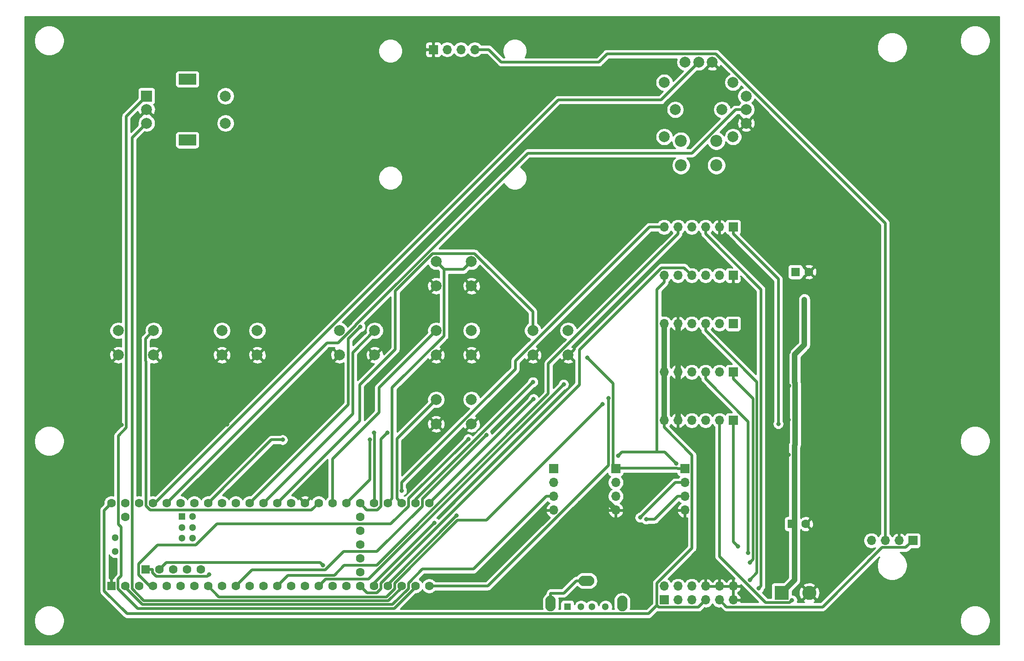
<source format=gbr>
%TF.GenerationSoftware,KiCad,Pcbnew,(5.1.6)-1*%
%TF.CreationDate,2020-11-12T15:31:55-08:00*%
%TF.ProjectId,userinterfacepcb,75736572-696e-4746-9572-666163657063,rev?*%
%TF.SameCoordinates,Original*%
%TF.FileFunction,Copper,L2,Bot*%
%TF.FilePolarity,Positive*%
%FSLAX46Y46*%
G04 Gerber Fmt 4.6, Leading zero omitted, Abs format (unit mm)*
G04 Created by KiCad (PCBNEW (5.1.6)-1) date 2020-11-12 15:31:55*
%MOMM*%
%LPD*%
G01*
G04 APERTURE LIST*
%TA.AperFunction,ComponentPad*%
%ADD10C,1.600000*%
%TD*%
%TA.AperFunction,ComponentPad*%
%ADD11R,1.600000X1.600000*%
%TD*%
%TA.AperFunction,ComponentPad*%
%ADD12R,2.000000X2.000000*%
%TD*%
%TA.AperFunction,ComponentPad*%
%ADD13C,2.000000*%
%TD*%
%TA.AperFunction,ComponentPad*%
%ADD14R,3.200000X2.000000*%
%TD*%
%TA.AperFunction,WasherPad*%
%ADD15C,2.000000*%
%TD*%
%TA.AperFunction,ComponentPad*%
%ADD16C,2.200000*%
%TD*%
%TA.AperFunction,ComponentPad*%
%ADD17O,1.700000X1.700000*%
%TD*%
%TA.AperFunction,ComponentPad*%
%ADD18R,1.700000X1.700000*%
%TD*%
%TA.AperFunction,ComponentPad*%
%ADD19C,2.600000*%
%TD*%
%TA.AperFunction,ComponentPad*%
%ADD20R,2.600000X2.600000*%
%TD*%
%TA.AperFunction,ComponentPad*%
%ADD21O,2.900000X1.900000*%
%TD*%
%TA.AperFunction,ComponentPad*%
%ADD22O,1.900000X2.900000*%
%TD*%
%TA.AperFunction,ComponentPad*%
%ADD23C,1.300000*%
%TD*%
%TA.AperFunction,ComponentPad*%
%ADD24R,1.300000X1.300000*%
%TD*%
%TA.AperFunction,ViaPad*%
%ADD25C,0.800000*%
%TD*%
%TA.AperFunction,Conductor*%
%ADD26C,1.000000*%
%TD*%
%TA.AperFunction,Conductor*%
%ADD27C,0.500000*%
%TD*%
%TA.AperFunction,Conductor*%
%ADD28C,0.254000*%
%TD*%
G04 APERTURE END LIST*
D10*
%TO.P,C2,2*%
%TO.N,GND*%
X245705000Y-114300000D03*
D11*
%TO.P,C2,1*%
%TO.N,+15V*%
X243205000Y-114300000D03*
%TD*%
D12*
%TO.P,SW1,A*%
%TO.N,Net-(R6-Pad2)*%
X124587000Y-35598100D03*
D13*
%TO.P,SW1,C*%
%TO.N,GND*%
X124587000Y-38098100D03*
%TO.P,SW1,B*%
%TO.N,Net-(R5-Pad2)*%
X124587000Y-40598100D03*
D14*
%TO.P,SW1,MP*%
%TO.N,N/C*%
X132087000Y-32498100D03*
X132087000Y-43698100D03*
D13*
%TO.P,SW1,S2*%
X139087000Y-35598100D03*
%TO.P,SW1,S1*%
X139087000Y-40598100D03*
%TD*%
D15*
%TO.P,U5,*%
%TO.N,*%
X230360000Y-38100000D03*
X221760000Y-38100000D03*
X232385000Y-43100000D03*
X219735000Y-43100000D03*
X232385000Y-33100000D03*
X219735000Y-33100000D03*
D16*
%TO.P,U5,10*%
%TO.N,N/C*%
X229310000Y-48350000D03*
%TO.P,U5,9*%
X229310000Y-43850000D03*
%TO.P,U5,8*%
X222810000Y-48350000D03*
%TO.P,U5,7*%
X222810000Y-43850000D03*
D13*
%TO.P,U5,1*%
%TO.N,GND*%
X234790000Y-40600000D03*
%TO.P,U5,3*%
%TO.N,+3V3*%
X234790000Y-35600000D03*
%TO.P,U5,2*%
%TO.N,/JOYAX2*%
X234790000Y-38100000D03*
%TO.P,U5,4*%
%TO.N,GND*%
X228560000Y-29370000D03*
%TO.P,U5,6*%
%TO.N,+3V3*%
X223560000Y-29370000D03*
%TO.P,U5,5*%
%TO.N,/JOYAX1*%
X226060000Y-29370000D03*
%TD*%
%TO.P,SW5,1*%
%TO.N,/RIGHT*%
X202080000Y-78740000D03*
%TO.P,SW5,2*%
%TO.N,GND*%
X202080000Y-83240000D03*
%TO.P,SW5,1*%
%TO.N,/RIGHT*%
X195580000Y-78740000D03*
%TO.P,SW5,2*%
%TO.N,GND*%
X195580000Y-83240000D03*
%TD*%
%TO.P,SW8,1*%
%TO.N,/ENCODERSEL*%
X125880000Y-78740000D03*
%TO.P,SW8,2*%
%TO.N,GND*%
X125880000Y-83240000D03*
%TO.P,SW8,1*%
%TO.N,/ENCODERSEL*%
X119380000Y-78740000D03*
%TO.P,SW8,2*%
%TO.N,GND*%
X119380000Y-83240000D03*
%TD*%
%TO.P,SW4,1*%
%TO.N,/LEFT*%
X166520000Y-78740000D03*
%TO.P,SW4,2*%
%TO.N,GND*%
X166520000Y-83240000D03*
%TO.P,SW4,1*%
%TO.N,/LEFT*%
X160020000Y-78740000D03*
%TO.P,SW4,2*%
%TO.N,GND*%
X160020000Y-83240000D03*
%TD*%
%TO.P,SW3,1*%
%TO.N,/DOWN*%
X184300000Y-91440000D03*
%TO.P,SW3,2*%
%TO.N,GND*%
X184300000Y-95940000D03*
%TO.P,SW3,1*%
%TO.N,/DOWN*%
X177800000Y-91440000D03*
%TO.P,SW3,2*%
%TO.N,GND*%
X177800000Y-95940000D03*
%TD*%
%TO.P,SW7,1*%
%TO.N,/NEXT*%
X144930000Y-78740000D03*
%TO.P,SW7,2*%
%TO.N,GND*%
X144930000Y-83240000D03*
%TO.P,SW7,1*%
%TO.N,/NEXT*%
X138430000Y-78740000D03*
%TO.P,SW7,2*%
%TO.N,GND*%
X138430000Y-83240000D03*
%TD*%
%TO.P,SW2,1*%
%TO.N,/UP*%
X184300000Y-66040000D03*
%TO.P,SW2,2*%
%TO.N,GND*%
X184300000Y-70540000D03*
%TO.P,SW2,1*%
%TO.N,/UP*%
X177800000Y-66040000D03*
%TO.P,SW2,2*%
%TO.N,GND*%
X177800000Y-70540000D03*
%TD*%
%TO.P,SW6,1*%
%TO.N,/SELECT*%
X184300000Y-78740000D03*
%TO.P,SW6,2*%
%TO.N,GND*%
X184300000Y-83240000D03*
%TO.P,SW6,1*%
%TO.N,/SELECT*%
X177800000Y-78740000D03*
%TO.P,SW6,2*%
%TO.N,GND*%
X177800000Y-83240000D03*
%TD*%
D10*
%TO.P,C11,2*%
%TO.N,GND*%
X246340000Y-67945000D03*
D11*
%TO.P,C11,1*%
%TO.N,+5V*%
X243840000Y-67945000D03*
%TD*%
D17*
%TO.P,J8,6*%
%TO.N,+5V*%
X219710000Y-95250000D03*
%TO.P,J8,5*%
%TO.N,GND*%
X222250000Y-95250000D03*
%TO.P,J8,4*%
%TO.N,/STEPPER1_4*%
X224790000Y-95250000D03*
%TO.P,J8,3*%
%TO.N,/STEPPER1_3*%
X227330000Y-95250000D03*
%TO.P,J8,2*%
%TO.N,/STEPPER1_2*%
X229870000Y-95250000D03*
D18*
%TO.P,J8,1*%
%TO.N,/STEPPER1_1*%
X232410000Y-95250000D03*
%TD*%
D17*
%TO.P,J7,4*%
%TO.N,GND*%
X210820000Y-111760000D03*
%TO.P,J7,3*%
%TO.N,/RX2OUT*%
X210820000Y-109220000D03*
%TO.P,J7,2*%
%TO.N,/TX2OUT*%
X210820000Y-106680000D03*
D18*
%TO.P,J7,1*%
%TO.N,+3V3*%
X210820000Y-104140000D03*
%TD*%
D17*
%TO.P,J6,4*%
%TO.N,GND*%
X223520000Y-111760000D03*
%TO.P,J6,3*%
%TO.N,/DISPLAYSDA*%
X223520000Y-109220000D03*
%TO.P,J6,2*%
%TO.N,/DISPLAYSCL*%
X223520000Y-106680000D03*
D18*
%TO.P,J6,1*%
%TO.N,+3V3*%
X223520000Y-104140000D03*
%TD*%
D19*
%TO.P,J1,2*%
%TO.N,GND*%
X246380000Y-127000000D03*
D20*
%TO.P,J1,1*%
%TO.N,+15V*%
X241300000Y-127000000D03*
%TD*%
D17*
%TO.P,J2,4*%
%TO.N,GND*%
X199390000Y-111760000D03*
%TO.P,J2,3*%
%TO.N,/RX1OUT*%
X199390000Y-109220000D03*
%TO.P,J2,2*%
%TO.N,/TX1OUT*%
X199390000Y-106680000D03*
D18*
%TO.P,J2,1*%
%TO.N,+3V3*%
X199390000Y-104140000D03*
%TD*%
D17*
%TO.P,J4,6*%
%TO.N,+10V*%
X219710000Y-68580000D03*
%TO.P,J4,5*%
%TO.N,/TIA_DIN*%
X222250000Y-68580000D03*
%TO.P,J4,4*%
%TO.N,/TIA_SCLK*%
X224790000Y-68580000D03*
%TO.P,J4,3*%
%TO.N,/TIA_DOUT*%
X227330000Y-68580000D03*
%TO.P,J4,2*%
%TO.N,/TIA_CONVST*%
X229870000Y-68580000D03*
D18*
%TO.P,J4,1*%
%TO.N,GND*%
X232410000Y-68580000D03*
%TD*%
D21*
%TO.P,J3,5*%
%TO.N,Net-(J3-Pad4)*%
X205430000Y-124760000D03*
D22*
X212000000Y-128940000D03*
X198860000Y-128940000D03*
D23*
%TO.P,J3,4*%
X208930000Y-129540000D03*
%TO.P,J3,3*%
%TO.N,Net-(J3-Pad3)*%
X206430000Y-129540000D03*
%TO.P,J3,2*%
%TO.N,Net-(J3-Pad2)*%
X204430000Y-129540000D03*
D24*
%TO.P,J3,1*%
%TO.N,Net-(J3-Pad1)*%
X201930000Y-129540000D03*
%TD*%
D23*
%TO.P,U1,67*%
%TO.N,N/C*%
X118840000Y-116840000D03*
%TO.P,U1,66*%
X118840000Y-119380000D03*
D10*
%TO.P,U1,54*%
X163830000Y-113030000D03*
%TO.P,U1,53*%
X163830000Y-115570000D03*
%TO.P,U1,52*%
X163830000Y-118110000D03*
%TO.P,U1,51*%
X163830000Y-120650000D03*
%TO.P,U1,50*%
X163830000Y-123190000D03*
D23*
%TO.P,U1,62*%
X131080000Y-116928400D03*
%TO.P,U1,63*%
X133080000Y-116928400D03*
%TO.P,U1,64*%
X133080000Y-114928400D03*
%TO.P,U1,61*%
X131080000Y-114928400D03*
%TO.P,U1,65*%
X133080000Y-112928400D03*
D24*
%TO.P,U1,60*%
X131080000Y-112928400D03*
D10*
%TO.P,U1,17*%
%TO.N,/STEPPER3_3*%
X158750000Y-125730000D03*
%TO.P,U1,18*%
%TO.N,/IO2*%
X161290000Y-125730000D03*
%TO.P,U1,19*%
%TO.N,/TIA_SCLK*%
X163830000Y-125730000D03*
%TO.P,U1,20*%
%TO.N,/RX2OUT*%
X166370000Y-125730000D03*
%TO.P,U1,16*%
%TO.N,/STEPPER3_4*%
X156210000Y-125730000D03*
%TO.P,U1,15*%
%TO.N,Net-(R5-Pad1)*%
X153670000Y-125730000D03*
%TO.P,U1,14*%
%TO.N,/IO1*%
X151130000Y-125730000D03*
%TO.P,U1,21*%
%TO.N,/TX2OUT*%
X168910000Y-125730000D03*
%TO.P,U1,22*%
%TO.N,Net-(R5-Pad2)*%
X171450000Y-125730000D03*
%TO.P,U1,23*%
%TO.N,Net-(R6-Pad2)*%
X173990000Y-125730000D03*
%TO.P,U1,24*%
%TO.N,/STEPPER3_1*%
X176530000Y-125730000D03*
%TO.P,U1,25*%
%TO.N,/STEPPER3_2*%
X176530000Y-110490000D03*
%TO.P,U1,26*%
%TO.N,/TIA_CONVST*%
X173990000Y-110490000D03*
%TO.P,U1,27*%
%TO.N,/DOWN*%
X171450000Y-110490000D03*
%TO.P,U1,28*%
%TO.N,/UP*%
X168910000Y-110490000D03*
%TO.P,U1,29*%
%TO.N,/NEXT*%
X166370000Y-110490000D03*
%TO.P,U1,30*%
%TO.N,/TIA_DIN*%
X163830000Y-110490000D03*
%TO.P,U1,31*%
%TO.N,/TIA_DOUT*%
X161290000Y-110490000D03*
%TO.P,U1,32*%
%TO.N,/SELECT*%
X158750000Y-110490000D03*
%TO.P,U1,33*%
%TO.N,/ENCODERSEL*%
X156210000Y-110490000D03*
%TO.P,U1,34*%
%TO.N,GND*%
X153670000Y-110490000D03*
%TO.P,U1,13*%
%TO.N,/PIEZOMOSI*%
X148590000Y-125730000D03*
%TO.P,U1,12*%
%TO.N,/PIEZOCS*%
X146050000Y-125730000D03*
%TO.P,U1,11*%
%TO.N,/STEPPER2_1*%
X143510000Y-125730000D03*
%TO.P,U1,10*%
%TO.N,/STEPPER2_2*%
X140970000Y-125730000D03*
%TO.P,U1,9*%
%TO.N,/STEPPER2_3*%
X138430000Y-125730000D03*
%TO.P,U1,8*%
%TO.N,/STEPPER2_4*%
X135890000Y-125730000D03*
%TO.P,U1,7*%
%TO.N,/STEPPER1_1*%
X133350000Y-125730000D03*
%TO.P,U1,6*%
%TO.N,/STEPPER1_2*%
X130810000Y-125730000D03*
%TO.P,U1,5*%
%TO.N,/STEPPER1_3*%
X128270000Y-125730000D03*
%TO.P,U1,4*%
%TO.N,/STEPPER1_4*%
X125730000Y-125730000D03*
%TO.P,U1,3*%
%TO.N,/TX1OUT*%
X123190000Y-125730000D03*
%TO.P,U1,2*%
%TO.N,/RX1OUT*%
X120650000Y-125730000D03*
D11*
%TO.P,U1,1*%
%TO.N,GND*%
X118110000Y-125730000D03*
D10*
%TO.P,U1,35*%
%TO.N,/PIEZOCLK*%
X151130000Y-110490000D03*
%TO.P,U1,36*%
%TO.N,/RIGHT*%
X148590000Y-110490000D03*
%TO.P,U1,37*%
%TO.N,/LEFT*%
X146050000Y-110490000D03*
%TO.P,U1,38*%
%TO.N,/DISPLAYSCL*%
X143510000Y-110490000D03*
%TO.P,U1,39*%
%TO.N,/DISPLAYSDA*%
X140970000Y-110490000D03*
%TO.P,U1,40*%
%TO.N,/IO3*%
X138430000Y-110490000D03*
%TO.P,U1,41*%
%TO.N,/33VMON*%
X135890000Y-110490000D03*
%TO.P,U1,42*%
%TO.N,/10VMON*%
X133350000Y-110490000D03*
%TO.P,U1,43*%
%TO.N,/5VMON*%
X130810000Y-110490000D03*
%TO.P,U1,44*%
%TO.N,/JOYAX2*%
X128270000Y-110490000D03*
%TO.P,U1,45*%
%TO.N,/JOYAX1*%
X125730000Y-110490000D03*
%TO.P,U1,46*%
%TO.N,+3V3*%
X123190000Y-110490000D03*
%TO.P,U1,47*%
%TO.N,GND*%
X120650000Y-110490000D03*
%TO.P,U1,48*%
%TO.N,+5V*%
X118110000Y-110490000D03*
D11*
%TO.P,U1,55*%
%TO.N,Net-(J3-Pad1)*%
X124409200Y-122679200D03*
D10*
%TO.P,U1,56*%
%TO.N,Net-(J3-Pad2)*%
X126949200Y-122679200D03*
%TO.P,U1,57*%
%TO.N,Net-(J3-Pad3)*%
X129489200Y-122679200D03*
%TO.P,U1,58*%
%TO.N,Net-(J3-Pad4)*%
X132029200Y-122679200D03*
%TO.P,U1,59*%
X134569200Y-122679200D03*
%TO.P,U1,49*%
%TO.N,N/C*%
X120650000Y-113030000D03*
%TD*%
D17*
%TO.P,J5,6*%
%TO.N,/PIEZOCLK*%
X219710000Y-59690000D03*
%TO.P,J5,5*%
%TO.N,/PIEZOMOSI*%
X222250000Y-59690000D03*
%TO.P,J5,4*%
%TO.N,N/C*%
X224790000Y-59690000D03*
%TO.P,J5,3*%
%TO.N,/PIEZOCS*%
X227330000Y-59690000D03*
%TO.P,J5,2*%
%TO.N,GND*%
X229870000Y-59690000D03*
D18*
%TO.P,J5,1*%
%TO.N,+5VA*%
X232410000Y-59690000D03*
%TD*%
D17*
%TO.P,J9,6*%
%TO.N,+5V*%
X219710000Y-86360000D03*
%TO.P,J9,5*%
%TO.N,GND*%
X222250000Y-86360000D03*
%TO.P,J9,4*%
%TO.N,/STEPPER2_4*%
X224790000Y-86360000D03*
%TO.P,J9,3*%
%TO.N,/STEPPER2_3*%
X227330000Y-86360000D03*
%TO.P,J9,2*%
%TO.N,/STEPPER2_2*%
X229870000Y-86360000D03*
D18*
%TO.P,J9,1*%
%TO.N,/STEPPER2_1*%
X232410000Y-86360000D03*
%TD*%
D17*
%TO.P,J12,4*%
%TO.N,/DISPLAYSCL*%
X257810000Y-117348000D03*
%TO.P,J12,3*%
%TO.N,/DISPLAYSDA*%
X260350000Y-117348000D03*
%TO.P,J12,2*%
%TO.N,GND*%
X262890000Y-117348000D03*
D18*
%TO.P,J12,1*%
%TO.N,/33VBAR*%
X265430000Y-117348000D03*
%TD*%
D17*
%TO.P,J11,6*%
%TO.N,+5V*%
X219710000Y-77470000D03*
%TO.P,J11,5*%
%TO.N,GND*%
X222250000Y-77470000D03*
%TO.P,J11,4*%
%TO.N,/STEPPER3_4*%
X224790000Y-77470000D03*
%TO.P,J11,3*%
%TO.N,/STEPPER3_3*%
X227330000Y-77470000D03*
%TO.P,J11,2*%
%TO.N,/STEPPER3_2*%
X229870000Y-77470000D03*
D18*
%TO.P,J11,1*%
%TO.N,/STEPPER3_1*%
X232410000Y-77470000D03*
%TD*%
D17*
%TO.P,J13,4*%
%TO.N,/DISPLAYSDA*%
X184912000Y-27051000D03*
%TO.P,J13,3*%
%TO.N,/DISPLAYSCL*%
X182372000Y-27051000D03*
%TO.P,J13,2*%
%TO.N,+3V3*%
X179832000Y-27051000D03*
D18*
%TO.P,J13,1*%
%TO.N,GND*%
X177292000Y-27051000D03*
%TD*%
D17*
%TO.P,J10,12*%
%TO.N,GND*%
X232410000Y-125730000D03*
%TO.P,J10,11*%
X232410000Y-128270000D03*
%TO.P,J10,10*%
X229870000Y-125730000D03*
%TO.P,J10,9*%
%TO.N,/33VBAR*%
X229870000Y-128270000D03*
%TO.P,J10,8*%
%TO.N,GND*%
X227330000Y-125730000D03*
%TO.P,J10,7*%
%TO.N,+5V*%
X227330000Y-128270000D03*
%TO.P,J10,6*%
%TO.N,/IO3*%
X224790000Y-125730000D03*
%TO.P,J10,5*%
%TO.N,+5VA*%
X224790000Y-128270000D03*
%TO.P,J10,4*%
%TO.N,/IO2*%
X222250000Y-125730000D03*
%TO.P,J10,3*%
%TO.N,+3.3VA*%
X222250000Y-128270000D03*
%TO.P,J10,2*%
%TO.N,/IO1*%
X219710000Y-125730000D03*
D18*
%TO.P,J10,1*%
%TO.N,+10V*%
X219710000Y-128270000D03*
%TD*%
D25*
%TO.N,GND*%
X119961000Y-96075900D03*
X157226000Y-94998200D03*
X139349300Y-95993600D03*
X246253000Y-104140000D03*
X246253000Y-97790000D03*
X246253000Y-85090000D03*
X249936000Y-116586000D03*
X251705000Y-105165000D03*
X238760000Y-111506000D03*
X246253000Y-91440000D03*
X242570000Y-101600000D03*
X242570000Y-95123000D03*
X250698000Y-79756000D03*
X242570000Y-82677000D03*
X242697000Y-88900000D03*
X251841000Y-86106000D03*
X251841000Y-98806000D03*
X251832000Y-92465000D03*
X230505000Y-66548000D03*
X204343000Y-110490000D03*
X227203000Y-111760000D03*
X257556000Y-110998000D03*
X156591000Y-104902000D03*
X147828000Y-102870000D03*
X181610000Y-75311000D03*
X177038000Y-75438000D03*
X168402000Y-75946000D03*
X172339000Y-75946000D03*
X217424000Y-63119000D03*
X223139000Y-63246000D03*
X118237000Y-121285000D03*
X117475000Y-107569000D03*
%TO.N,+15V*%
X243797000Y-94826000D03*
X243713000Y-88288000D03*
X245491000Y-81384000D03*
X245491000Y-73025000D03*
X243670000Y-101303000D03*
%TO.N,+10V*%
X211232200Y-101779000D03*
X221937000Y-103207700D03*
%TO.N,+5VA*%
X240696700Y-95908500D03*
%TO.N,+3V3*%
X205634300Y-83720000D03*
%TO.N,Net-(J3-Pad2)*%
X156973800Y-121914200D03*
%TO.N,Net-(J3-Pad1)*%
X136094200Y-123613400D03*
%TO.N,/PIEZOCLK*%
X171481100Y-108172700D03*
%TO.N,/PIEZOCS*%
X237098100Y-126134800D03*
%TO.N,/DISPLAYSDA*%
X216406600Y-113459700D03*
%TO.N,/DISPLAYSCL*%
X215304800Y-113119600D03*
X163879800Y-78073000D03*
%TO.N,/RX2OUT*%
X177480500Y-114085800D03*
%TO.N,/TX2OUT*%
X181572400Y-112765800D03*
%TO.N,/STEPPER1_4*%
X183723100Y-98673100D03*
%TO.N,/STEPPER1_2*%
X243221100Y-128329700D03*
%TO.N,/STEPPER1_1*%
X233246800Y-118415600D03*
%TO.N,/STEPPER2_4*%
X208361200Y-92276500D03*
%TO.N,/STEPPER2_3*%
X235174600Y-119614700D03*
%TO.N,/STEPPER2_2*%
X187028500Y-97972800D03*
%TO.N,/STEPPER2_1*%
X235480100Y-121378700D03*
%TO.N,/STEPPER3_4*%
X201247700Y-88618300D03*
%TO.N,/STEPPER3_3*%
X235461300Y-124614100D03*
%TO.N,/STEPPER3_2*%
X195713000Y-91307000D03*
%TO.N,/STEPPER3_1*%
X209502700Y-91180900D03*
%TO.N,/33VMON*%
X149600000Y-98834000D03*
%TO.N,/NEXT*%
X166409600Y-97509000D03*
%TO.N,/TIA_DIN*%
X168821900Y-97509000D03*
%TO.N,/TIA_DOUT*%
X165618700Y-98803000D03*
%TO.N,/TIA_CONVST*%
X195600900Y-88197900D03*
%TD*%
D26*
%TO.N,GND*%
X222250000Y-86360000D02*
X222250000Y-77470000D01*
X222250000Y-95250000D02*
X222250000Y-86360000D01*
X251841000Y-86106000D02*
X249809000Y-84074000D01*
X209550000Y-110490000D02*
X210820000Y-111760000D01*
X204343000Y-110490000D02*
X209550000Y-110490000D01*
%TO.N,+15V*%
X243797000Y-94826000D02*
X243797000Y-99738000D01*
X243797000Y-99738000D02*
X243670000Y-99865000D01*
X243670000Y-99865000D02*
X243670000Y-101303000D01*
X243670000Y-101303000D02*
X243670000Y-113365000D01*
X243713000Y-88288000D02*
X243797000Y-88372000D01*
X243797000Y-88372000D02*
X243797000Y-94826000D01*
X245491000Y-81384000D02*
X243713000Y-83162000D01*
X243713000Y-83162000D02*
X243713000Y-88288000D01*
X245491000Y-73025000D02*
X245491000Y-81384000D01*
X243670000Y-113365000D02*
X243670000Y-124630000D01*
X243670000Y-124630000D02*
X241300000Y-127000000D01*
D27*
X243670000Y-113365000D02*
X243205000Y-113830000D01*
X243205000Y-113830000D02*
X243205000Y-114300000D01*
%TO.N,+10V*%
X218409700Y-101070900D02*
X211940300Y-101070900D01*
X211940300Y-101070900D02*
X211232200Y-101779000D01*
X221937000Y-103207700D02*
X219800200Y-101070900D01*
X219800200Y-101070900D02*
X218409700Y-101070900D01*
X218409700Y-101070900D02*
X218409700Y-71180600D01*
X218409700Y-71180600D02*
X219710000Y-69880300D01*
X219710000Y-68580000D02*
X219710000Y-69880300D01*
%TO.N,+5VA*%
X232410000Y-59690000D02*
X232410000Y-60990300D01*
X240696700Y-95908500D02*
X240696700Y-69277000D01*
X240696700Y-69277000D02*
X232410000Y-60990300D01*
%TO.N,+5V*%
X218390200Y-129288300D02*
X218709300Y-129607400D01*
X218709300Y-129607400D02*
X225992600Y-129607400D01*
X225992600Y-129607400D02*
X227330000Y-128270000D01*
X219710000Y-96550300D02*
X224825200Y-101665500D01*
X224825200Y-101665500D02*
X224825200Y-118750000D01*
X224825200Y-118750000D02*
X218390200Y-125185000D01*
X218390200Y-125185000D02*
X218390200Y-129288300D01*
X218390200Y-129288300D02*
X216835500Y-130843000D01*
X216835500Y-130843000D02*
X120984500Y-130843000D01*
X120984500Y-130843000D02*
X116804700Y-126663200D01*
X116804700Y-126663200D02*
X116804700Y-111795300D01*
X116804700Y-111795300D02*
X118110000Y-110490000D01*
X219710000Y-95250000D02*
X219710000Y-96550300D01*
D26*
X219710000Y-86360000D02*
X219710000Y-95250000D01*
X219710000Y-77470000D02*
X219710000Y-86360000D01*
D27*
%TO.N,+3V3*%
X210820000Y-104058100D02*
X210360600Y-103598700D01*
X210360600Y-103598700D02*
X210360600Y-88446300D01*
X210360600Y-88446300D02*
X205634300Y-83720000D01*
X210820000Y-104058100D02*
X222137800Y-104058100D01*
X222137800Y-104058100D02*
X222219700Y-104140000D01*
X223520000Y-104140000D02*
X222219700Y-104140000D01*
X210820000Y-104140000D02*
X210820000Y-104058100D01*
%TO.N,Net-(J3-Pad4)*%
X205430000Y-124760000D02*
X203529700Y-124760000D01*
X198860000Y-128940000D02*
X198860000Y-127039700D01*
X198860000Y-127039700D02*
X201250000Y-127039700D01*
X201250000Y-127039700D02*
X203529700Y-124760000D01*
%TO.N,Net-(J3-Pad2)*%
X126949200Y-122679200D02*
X128199600Y-121428800D01*
X128199600Y-121428800D02*
X156488400Y-121428800D01*
X156488400Y-121428800D02*
X156973800Y-121914200D01*
%TO.N,Net-(J3-Pad1)*%
X124409200Y-122679200D02*
X125659500Y-122679200D01*
X125659500Y-122679200D02*
X125659500Y-123226200D01*
X125659500Y-123226200D02*
X126362900Y-123929600D01*
X126362900Y-123929600D02*
X135778000Y-123929600D01*
X135778000Y-123929600D02*
X136094200Y-123613400D01*
%TO.N,/PIEZOCLK*%
X171481100Y-108172700D02*
X171481100Y-106707800D01*
X171481100Y-106707800D02*
X192351000Y-85837900D01*
X192351000Y-85837900D02*
X192351000Y-84333900D01*
X192351000Y-84333900D02*
X216994900Y-59690000D01*
X216994900Y-59690000D02*
X219710000Y-59690000D01*
%TO.N,/PIEZOMOSI*%
X148590000Y-125730000D02*
X150580200Y-123739800D01*
X150580200Y-123739800D02*
X159096200Y-123739800D01*
X159096200Y-123739800D02*
X160916000Y-121920000D01*
X160916000Y-121920000D02*
X166875400Y-121920000D01*
X166875400Y-121920000D02*
X198438900Y-90356500D01*
X198438900Y-90356500D02*
X198438900Y-84801400D01*
X198438900Y-84801400D02*
X222250000Y-60990300D01*
X222250000Y-59690000D02*
X222250000Y-60990300D01*
%TO.N,/PIEZOCS*%
X227330000Y-59690000D02*
X227330000Y-60990300D01*
X237098100Y-126134800D02*
X237510800Y-125722100D01*
X237510800Y-125722100D02*
X237510800Y-71171100D01*
X237510800Y-71171100D02*
X227330000Y-60990300D01*
%TO.N,/33VBAR*%
X265430000Y-117348000D02*
X264129600Y-118648400D01*
X264129600Y-118648400D02*
X259779800Y-118648400D01*
X259779800Y-118648400D02*
X248834500Y-129593700D01*
X248834500Y-129593700D02*
X231193700Y-129593700D01*
X231193700Y-129593700D02*
X229870000Y-128270000D01*
%TO.N,/RX1OUT*%
X198089700Y-109220000D02*
X184685800Y-122623900D01*
X184685800Y-122623900D02*
X175293500Y-122623900D01*
X175293500Y-122623900D02*
X172720000Y-125197400D01*
X172720000Y-125197400D02*
X172720000Y-126237600D01*
X172720000Y-126237600D02*
X169825800Y-129131800D01*
X169825800Y-129131800D02*
X123807000Y-129131800D01*
X123807000Y-129131800D02*
X120650000Y-125974800D01*
X120650000Y-125974800D02*
X120650000Y-125730000D01*
X199390000Y-109220000D02*
X198089700Y-109220000D01*
%TO.N,/DISPLAYSDA*%
X223520000Y-109220000D02*
X222219700Y-109220000D01*
X222219700Y-109220000D02*
X217980000Y-113459700D01*
X217980000Y-113459700D02*
X216406600Y-113459700D01*
X229248100Y-27862900D02*
X260350000Y-58964800D01*
X187482300Y-27051000D02*
X189798900Y-29367600D01*
X184912000Y-27051000D02*
X187482300Y-27051000D01*
X189798900Y-29367600D02*
X207695600Y-29367600D01*
X207695600Y-29367600D02*
X209200300Y-27862900D01*
X260350000Y-58964800D02*
X260350000Y-117348000D01*
X209200300Y-27862900D02*
X229248100Y-27862900D01*
%TO.N,/DISPLAYSCL*%
X222219700Y-106680000D02*
X221744400Y-106680000D01*
X221744400Y-106680000D02*
X215304800Y-113119600D01*
X223520000Y-106680000D02*
X222219700Y-106680000D01*
X143510000Y-110490000D02*
X161656800Y-92343200D01*
X161656800Y-92343200D02*
X161656800Y-80296000D01*
X161656800Y-80296000D02*
X163879800Y-78073000D01*
%TO.N,/RX2OUT*%
X166370000Y-125730000D02*
X166370000Y-125196300D01*
X166370000Y-125196300D02*
X177480500Y-114085800D01*
%TO.N,/TX2OUT*%
X168910000Y-125730000D02*
X168910000Y-125428200D01*
X168910000Y-125428200D02*
X181572400Y-112765800D01*
%TO.N,/STEPPER1_4*%
X125730000Y-125730000D02*
X125176600Y-125730000D01*
X125176600Y-125730000D02*
X123158000Y-123711400D01*
X123158000Y-123711400D02*
X123158000Y-121642300D01*
X123158000Y-121642300D02*
X126601000Y-118199300D01*
X126601000Y-118199300D02*
X133648700Y-118199300D01*
X133648700Y-118199300D02*
X137548000Y-114300000D01*
X137548000Y-114300000D02*
X169464000Y-114300000D01*
X169464000Y-114300000D02*
X172720000Y-111044000D01*
X172720000Y-111044000D02*
X172720000Y-109676200D01*
X172720000Y-109676200D02*
X183723100Y-98673100D01*
%TO.N,/STEPPER1_2*%
X243221100Y-128329700D02*
X242742600Y-128808200D01*
X242742600Y-128808200D02*
X238393200Y-128808200D01*
X238393200Y-128808200D02*
X229870000Y-120285000D01*
X229870000Y-120285000D02*
X229870000Y-95250000D01*
%TO.N,/STEPPER1_1*%
X233246800Y-118415600D02*
X232410000Y-117578800D01*
X232410000Y-117578800D02*
X232410000Y-96550300D01*
X232410000Y-95250000D02*
X232410000Y-96550300D01*
%TO.N,/STEPPER2_4*%
X135890000Y-125730000D02*
X137884900Y-127724900D01*
X137884900Y-127724900D02*
X168692700Y-127724900D01*
X168692700Y-127724900D02*
X170180000Y-126237600D01*
X170180000Y-126237600D02*
X170180000Y-125177600D01*
X170180000Y-125177600D02*
X181741500Y-113616100D01*
X181741500Y-113616100D02*
X187021600Y-113616100D01*
X187021600Y-113616100D02*
X208361200Y-92276500D01*
%TO.N,/STEPPER2_3*%
X227330000Y-86360000D02*
X227330000Y-87660300D01*
X235174600Y-119614700D02*
X235174600Y-95504900D01*
X235174600Y-95504900D02*
X227330000Y-87660300D01*
%TO.N,/STEPPER2_2*%
X140970000Y-125730000D02*
X143935400Y-122764600D01*
X143935400Y-122764600D02*
X157404800Y-122764600D01*
X157404800Y-122764600D02*
X160789400Y-119380000D01*
X160789400Y-119380000D02*
X166922500Y-119380000D01*
X166922500Y-119380000D02*
X175260000Y-111042500D01*
X175260000Y-111042500D02*
X175260000Y-109741300D01*
X175260000Y-109741300D02*
X187028500Y-97972800D01*
%TO.N,/STEPPER2_1*%
X232410000Y-87660300D02*
X236044000Y-91294300D01*
X236044000Y-91294300D02*
X236044000Y-120814800D01*
X236044000Y-120814800D02*
X235480100Y-121378700D01*
X232410000Y-86360000D02*
X232410000Y-87660300D01*
%TO.N,/STEPPER3_4*%
X156210000Y-125730000D02*
X157480000Y-124460000D01*
X157480000Y-124460000D02*
X165406000Y-124460000D01*
X165406000Y-124460000D02*
X201247700Y-88618300D01*
%TO.N,/STEPPER3_3*%
X227330000Y-78770300D02*
X236781400Y-88221700D01*
X236781400Y-88221700D02*
X236781400Y-123294000D01*
X236781400Y-123294000D02*
X235461300Y-124614100D01*
X227330000Y-77470000D02*
X227330000Y-78770300D01*
%TO.N,/STEPPER3_2*%
X176530000Y-110490000D02*
X195713000Y-91307000D01*
%TO.N,/STEPPER3_1*%
X176530000Y-125730000D02*
X187292900Y-125730000D01*
X187292900Y-125730000D02*
X209502700Y-103520200D01*
X209502700Y-103520200D02*
X209502700Y-91180900D01*
%TO.N,Net-(R5-Pad2)*%
X171450000Y-125730000D02*
X171450000Y-126025200D01*
X171450000Y-126025200D02*
X169043800Y-128431400D01*
X169043800Y-128431400D02*
X124103400Y-128431400D01*
X124103400Y-128431400D02*
X121920100Y-126248100D01*
X121920100Y-126248100D02*
X121920100Y-43265000D01*
X121920100Y-43265000D02*
X124587000Y-40598100D01*
%TO.N,Net-(R6-Pad2)*%
X173990000Y-125730000D02*
X173990000Y-125969100D01*
X173990000Y-125969100D02*
X170117700Y-129841400D01*
X170117700Y-129841400D02*
X122985300Y-129841400D01*
X122985300Y-129841400D02*
X119360400Y-126216500D01*
X119360400Y-126216500D02*
X119360400Y-124479600D01*
X119360400Y-124479600D02*
X119946900Y-123893100D01*
X119946900Y-123893100D02*
X119946900Y-114904700D01*
X119946900Y-114904700D02*
X119380000Y-114337800D01*
X119380000Y-114337800D02*
X119380000Y-98093300D01*
X119380000Y-98093300D02*
X120838700Y-96634600D01*
X120838700Y-96634600D02*
X120838700Y-39346400D01*
X120838700Y-39346400D02*
X124587000Y-35598100D01*
%TO.N,/33VMON*%
X135890000Y-110490000D02*
X147546000Y-98834000D01*
X147546000Y-98834000D02*
X149600000Y-98834000D01*
%TO.N,/UP*%
X179252700Y-67492700D02*
X177800000Y-66040000D01*
X168910000Y-110490000D02*
X169734600Y-109665400D01*
X169734600Y-109665400D02*
X169734600Y-89236600D01*
X169734600Y-89236600D02*
X179252700Y-79718500D01*
X179252700Y-79718500D02*
X179252700Y-67492700D01*
X179252700Y-67492700D02*
X182847300Y-67492700D01*
X182847300Y-67492700D02*
X184300000Y-66040000D01*
%TO.N,/DOWN*%
X171450000Y-110490000D02*
X170625300Y-109665300D01*
X170625300Y-109665300D02*
X170625300Y-98614700D01*
X170625300Y-98614700D02*
X177800000Y-91440000D01*
%TO.N,/LEFT*%
X146050000Y-110490000D02*
X162465200Y-94074800D01*
X162465200Y-94074800D02*
X162465200Y-82794800D01*
X162465200Y-82794800D02*
X166520000Y-78740000D01*
%TO.N,/RIGHT*%
X148590000Y-110490000D02*
X163769000Y-95311000D01*
X163769000Y-95311000D02*
X163769000Y-88730500D01*
X163769000Y-88730500D02*
X170301900Y-82197600D01*
X170301900Y-82197600D02*
X170301900Y-71438900D01*
X170301900Y-71438900D02*
X177163800Y-64577000D01*
X177163800Y-64577000D02*
X184894700Y-64577000D01*
X184894700Y-64577000D02*
X195580000Y-75262300D01*
X195580000Y-75262300D02*
X195580000Y-78740000D01*
%TO.N,/SELECT*%
X158750000Y-110490000D02*
X158750000Y-102378000D01*
X158750000Y-102378000D02*
X167299100Y-93828900D01*
X167299100Y-93828900D02*
X167299100Y-89240900D01*
X167299100Y-89240900D02*
X177800000Y-78740000D01*
%TO.N,/NEXT*%
X166370000Y-110490000D02*
X166469000Y-110391000D01*
X166469000Y-110391000D02*
X166469000Y-97568400D01*
X166469000Y-97568400D02*
X166409600Y-97509000D01*
%TO.N,/ENCODERSEL*%
X156210000Y-110490000D02*
X154922600Y-111777400D01*
X154922600Y-111777400D02*
X125218400Y-111777400D01*
X125218400Y-111777400D02*
X124460100Y-111019100D01*
X124460100Y-111019100D02*
X124460100Y-84380100D01*
X124460100Y-84380100D02*
X124404700Y-84324700D01*
X124404700Y-84324700D02*
X124404700Y-80215300D01*
X124404700Y-80215300D02*
X125880000Y-78740000D01*
%TO.N,/JOYAX2*%
X234790000Y-38100000D02*
X232860000Y-38100000D01*
X232860000Y-38100000D02*
X224860000Y-46100000D01*
X224860000Y-46100000D02*
X194650300Y-46100000D01*
X194650300Y-46100000D02*
X163029500Y-77720800D01*
X163029500Y-77720800D02*
X163029500Y-77792200D01*
X163029500Y-77792200D02*
X159831700Y-80990000D01*
X159831700Y-80990000D02*
X157770000Y-80990000D01*
X157770000Y-80990000D02*
X128270000Y-110490000D01*
%TO.N,/JOYAX1*%
X125730000Y-110490000D02*
X126062600Y-110490000D01*
X126062600Y-110490000D02*
X200242700Y-36309900D01*
X200242700Y-36309900D02*
X219120100Y-36309900D01*
X219120100Y-36309900D02*
X226060000Y-29370000D01*
%TO.N,/TIA_DIN*%
X163830000Y-110490000D02*
X165081100Y-111741100D01*
X165081100Y-111741100D02*
X166952900Y-111741100D01*
X166952900Y-111741100D02*
X167640000Y-111054000D01*
X167640000Y-111054000D02*
X167640000Y-98690900D01*
X167640000Y-98690900D02*
X168821900Y-97509000D01*
%TO.N,/TIA_SCLK*%
X163830000Y-125730000D02*
X165104900Y-127004900D01*
X165104900Y-127004900D02*
X166877500Y-127004900D01*
X166877500Y-127004900D02*
X167640000Y-126242400D01*
X167640000Y-126242400D02*
X167640000Y-125204800D01*
X167640000Y-125204800D02*
X204146600Y-88698200D01*
X204146600Y-88698200D02*
X204146600Y-82288000D01*
X204146600Y-82288000D02*
X219241100Y-67193500D01*
X219241100Y-67193500D02*
X223403500Y-67193500D01*
X223403500Y-67193500D02*
X224790000Y-68580000D01*
%TO.N,/TIA_DOUT*%
X161290000Y-110490000D02*
X165618700Y-106161300D01*
X165618700Y-106161300D02*
X165618700Y-98803000D01*
%TO.N,/TIA_CONVST*%
X195600900Y-88197900D02*
X173990000Y-109808800D01*
X173990000Y-109808800D02*
X173990000Y-110490000D01*
%TD*%
D28*
%TO.N,GND*%
G36*
X281280000Y-136500000D02*
G01*
X102260000Y-136500000D01*
X102260000Y-131805701D01*
X103895000Y-131805701D01*
X103895000Y-132354299D01*
X104002026Y-132892354D01*
X104211965Y-133399192D01*
X104516750Y-133855334D01*
X104904666Y-134243250D01*
X105360808Y-134548035D01*
X105867646Y-134757974D01*
X106405701Y-134865000D01*
X106954299Y-134865000D01*
X107492354Y-134757974D01*
X107999192Y-134548035D01*
X108455334Y-134243250D01*
X108843250Y-133855334D01*
X109148035Y-133399192D01*
X109357974Y-132892354D01*
X109465000Y-132354299D01*
X109465000Y-131805701D01*
X274075000Y-131805701D01*
X274075000Y-132354299D01*
X274182026Y-132892354D01*
X274391965Y-133399192D01*
X274696750Y-133855334D01*
X275084666Y-134243250D01*
X275540808Y-134548035D01*
X276047646Y-134757974D01*
X276585701Y-134865000D01*
X277134299Y-134865000D01*
X277672354Y-134757974D01*
X278179192Y-134548035D01*
X278635334Y-134243250D01*
X279023250Y-133855334D01*
X279328035Y-133399192D01*
X279537974Y-132892354D01*
X279645000Y-132354299D01*
X279645000Y-131805701D01*
X279537974Y-131267646D01*
X279328035Y-130760808D01*
X279023250Y-130304666D01*
X278635334Y-129916750D01*
X278179192Y-129611965D01*
X277672354Y-129402026D01*
X277134299Y-129295000D01*
X276585701Y-129295000D01*
X276047646Y-129402026D01*
X275540808Y-129611965D01*
X275084666Y-129916750D01*
X274696750Y-130304666D01*
X274391965Y-130760808D01*
X274182026Y-131267646D01*
X274075000Y-131805701D01*
X109465000Y-131805701D01*
X109357974Y-131267646D01*
X109148035Y-130760808D01*
X108843250Y-130304666D01*
X108455334Y-129916750D01*
X107999192Y-129611965D01*
X107492354Y-129402026D01*
X106954299Y-129295000D01*
X106405701Y-129295000D01*
X105867646Y-129402026D01*
X105360808Y-129611965D01*
X104904666Y-129916750D01*
X104516750Y-130304666D01*
X104211965Y-130760808D01*
X104002026Y-131267646D01*
X103895000Y-131805701D01*
X102260000Y-131805701D01*
X102260000Y-111795300D01*
X115915419Y-111795300D01*
X115919701Y-111838779D01*
X115919700Y-126619731D01*
X115915419Y-126663200D01*
X115919700Y-126706669D01*
X115919700Y-126706676D01*
X115928038Y-126791332D01*
X115932505Y-126836690D01*
X115940815Y-126864082D01*
X115983111Y-127003512D01*
X116065289Y-127157258D01*
X116175883Y-127292017D01*
X116209656Y-127319734D01*
X120327970Y-131438049D01*
X120355683Y-131471817D01*
X120389451Y-131499530D01*
X120389453Y-131499532D01*
X120490440Y-131582410D01*
X120490441Y-131582411D01*
X120644187Y-131664589D01*
X120811010Y-131715195D01*
X120941023Y-131728000D01*
X120941031Y-131728000D01*
X120984500Y-131732281D01*
X121027969Y-131728000D01*
X216792031Y-131728000D01*
X216835500Y-131732281D01*
X216878969Y-131728000D01*
X216878977Y-131728000D01*
X217008990Y-131715195D01*
X217175813Y-131664589D01*
X217329559Y-131582411D01*
X217464317Y-131471817D01*
X217492034Y-131438044D01*
X218470343Y-130459736D01*
X218535810Y-130479595D01*
X218665823Y-130492400D01*
X218665831Y-130492400D01*
X218709300Y-130496681D01*
X218752769Y-130492400D01*
X225949131Y-130492400D01*
X225992600Y-130496681D01*
X226036069Y-130492400D01*
X226036077Y-130492400D01*
X226166090Y-130479595D01*
X226332913Y-130428989D01*
X226486659Y-130346811D01*
X226621417Y-130236217D01*
X226649134Y-130202444D01*
X227111040Y-129740539D01*
X227183740Y-129755000D01*
X227476260Y-129755000D01*
X227763158Y-129697932D01*
X228033411Y-129585990D01*
X228276632Y-129423475D01*
X228483475Y-129216632D01*
X228600000Y-129042240D01*
X228716525Y-129216632D01*
X228923368Y-129423475D01*
X229166589Y-129585990D01*
X229436842Y-129697932D01*
X229723740Y-129755000D01*
X230016260Y-129755000D01*
X230088960Y-129740539D01*
X230537170Y-130188749D01*
X230564883Y-130222517D01*
X230598651Y-130250230D01*
X230598653Y-130250232D01*
X230664981Y-130304666D01*
X230699641Y-130333111D01*
X230853387Y-130415289D01*
X231020210Y-130465895D01*
X231150223Y-130478700D01*
X231150233Y-130478700D01*
X231193699Y-130482981D01*
X231237165Y-130478700D01*
X248791031Y-130478700D01*
X248834500Y-130482981D01*
X248877969Y-130478700D01*
X248877977Y-130478700D01*
X249007990Y-130465895D01*
X249174813Y-130415289D01*
X249328559Y-130333111D01*
X249463317Y-130222517D01*
X249491034Y-130188744D01*
X259298952Y-120380827D01*
X259151965Y-120600808D01*
X258942026Y-121107646D01*
X258835000Y-121645701D01*
X258835000Y-122194299D01*
X258942026Y-122732354D01*
X259151965Y-123239192D01*
X259456750Y-123695334D01*
X259844666Y-124083250D01*
X260300808Y-124388035D01*
X260807646Y-124597974D01*
X261345701Y-124705000D01*
X261894299Y-124705000D01*
X262432354Y-124597974D01*
X262939192Y-124388035D01*
X263395334Y-124083250D01*
X263783250Y-123695334D01*
X264088035Y-123239192D01*
X264297974Y-122732354D01*
X264405000Y-122194299D01*
X264405000Y-121645701D01*
X264297974Y-121107646D01*
X264088035Y-120600808D01*
X263783250Y-120144666D01*
X263395334Y-119756750D01*
X263061068Y-119533400D01*
X264086131Y-119533400D01*
X264129600Y-119537681D01*
X264173069Y-119533400D01*
X264173077Y-119533400D01*
X264303090Y-119520595D01*
X264469913Y-119469989D01*
X264623659Y-119387811D01*
X264758417Y-119277217D01*
X264786134Y-119243444D01*
X265193506Y-118836072D01*
X266280000Y-118836072D01*
X266404482Y-118823812D01*
X266524180Y-118787502D01*
X266634494Y-118728537D01*
X266731185Y-118649185D01*
X266810537Y-118552494D01*
X266869502Y-118442180D01*
X266905812Y-118322482D01*
X266918072Y-118198000D01*
X266918072Y-116498000D01*
X266905812Y-116373518D01*
X266869502Y-116253820D01*
X266810537Y-116143506D01*
X266731185Y-116046815D01*
X266634494Y-115967463D01*
X266524180Y-115908498D01*
X266404482Y-115872188D01*
X266280000Y-115859928D01*
X264580000Y-115859928D01*
X264455518Y-115872188D01*
X264335820Y-115908498D01*
X264225506Y-115967463D01*
X264128815Y-116046815D01*
X264049463Y-116143506D01*
X263990498Y-116253820D01*
X263966034Y-116334466D01*
X263890269Y-116250412D01*
X263656920Y-116076359D01*
X263394099Y-115951175D01*
X263246890Y-115906524D01*
X263017000Y-116027845D01*
X263017000Y-117221000D01*
X263037000Y-117221000D01*
X263037000Y-117475000D01*
X263017000Y-117475000D01*
X263017000Y-117495000D01*
X262763000Y-117495000D01*
X262763000Y-117475000D01*
X262743000Y-117475000D01*
X262743000Y-117221000D01*
X262763000Y-117221000D01*
X262763000Y-116027845D01*
X262533110Y-115906524D01*
X262385901Y-115951175D01*
X262123080Y-116076359D01*
X261889731Y-116250412D01*
X261694822Y-116466645D01*
X261625195Y-116583534D01*
X261503475Y-116401368D01*
X261296632Y-116194525D01*
X261235000Y-116153344D01*
X261235000Y-98785701D01*
X274075000Y-98785701D01*
X274075000Y-99334299D01*
X274182026Y-99872354D01*
X274391965Y-100379192D01*
X274696750Y-100835334D01*
X275084666Y-101223250D01*
X275540808Y-101528035D01*
X276047646Y-101737974D01*
X276585701Y-101845000D01*
X277134299Y-101845000D01*
X277672354Y-101737974D01*
X278179192Y-101528035D01*
X278635334Y-101223250D01*
X279023250Y-100835334D01*
X279328035Y-100379192D01*
X279537974Y-99872354D01*
X279645000Y-99334299D01*
X279645000Y-98785701D01*
X279537974Y-98247646D01*
X279328035Y-97740808D01*
X279023250Y-97284666D01*
X278635334Y-96896750D01*
X278179192Y-96591965D01*
X277672354Y-96382026D01*
X277134299Y-96275000D01*
X276585701Y-96275000D01*
X276047646Y-96382026D01*
X275540808Y-96591965D01*
X275084666Y-96896750D01*
X274696750Y-97284666D01*
X274391965Y-97740808D01*
X274182026Y-98247646D01*
X274075000Y-98785701D01*
X261235000Y-98785701D01*
X261235000Y-59008269D01*
X261239281Y-58964800D01*
X261235000Y-58921331D01*
X261235000Y-58921323D01*
X261222195Y-58791310D01*
X261171589Y-58624487D01*
X261089411Y-58470741D01*
X261046422Y-58418359D01*
X261006532Y-58369753D01*
X261006530Y-58369751D01*
X260978817Y-58335983D01*
X260945051Y-58308272D01*
X229904634Y-27267856D01*
X229876917Y-27234083D01*
X229742159Y-27123489D01*
X229588413Y-27041311D01*
X229421590Y-26990705D01*
X229291577Y-26977900D01*
X229291569Y-26977900D01*
X229248100Y-26973619D01*
X229204631Y-26977900D01*
X209243765Y-26977900D01*
X209200299Y-26973619D01*
X209156833Y-26977900D01*
X209156823Y-26977900D01*
X209026810Y-26990705D01*
X208859987Y-27041311D01*
X208706241Y-27123489D01*
X208706239Y-27123490D01*
X208706240Y-27123490D01*
X208605253Y-27206368D01*
X208605251Y-27206370D01*
X208571483Y-27234083D01*
X208543770Y-27267851D01*
X207329022Y-28482600D01*
X194179164Y-28482600D01*
X194258631Y-28363669D01*
X194427110Y-27956925D01*
X194513000Y-27525128D01*
X194513000Y-27084872D01*
X194427110Y-26653075D01*
X194320503Y-26395701D01*
X258835000Y-26395701D01*
X258835000Y-26944299D01*
X258942026Y-27482354D01*
X259151965Y-27989192D01*
X259456750Y-28445334D01*
X259844666Y-28833250D01*
X260300808Y-29138035D01*
X260807646Y-29347974D01*
X261345701Y-29455000D01*
X261894299Y-29455000D01*
X262432354Y-29347974D01*
X262939192Y-29138035D01*
X263395334Y-28833250D01*
X263783250Y-28445334D01*
X264088035Y-27989192D01*
X264297974Y-27482354D01*
X264405000Y-26944299D01*
X264405000Y-26395701D01*
X264297974Y-25857646D01*
X264088035Y-25350808D01*
X263937623Y-25125701D01*
X274075000Y-25125701D01*
X274075000Y-25674299D01*
X274182026Y-26212354D01*
X274391965Y-26719192D01*
X274696750Y-27175334D01*
X275084666Y-27563250D01*
X275540808Y-27868035D01*
X276047646Y-28077974D01*
X276585701Y-28185000D01*
X277134299Y-28185000D01*
X277672354Y-28077974D01*
X278179192Y-27868035D01*
X278635334Y-27563250D01*
X279023250Y-27175334D01*
X279328035Y-26719192D01*
X279537974Y-26212354D01*
X279645000Y-25674299D01*
X279645000Y-25125701D01*
X279537974Y-24587646D01*
X279328035Y-24080808D01*
X279023250Y-23624666D01*
X278635334Y-23236750D01*
X278179192Y-22931965D01*
X277672354Y-22722026D01*
X277134299Y-22615000D01*
X276585701Y-22615000D01*
X276047646Y-22722026D01*
X275540808Y-22931965D01*
X275084666Y-23236750D01*
X274696750Y-23624666D01*
X274391965Y-24080808D01*
X274182026Y-24587646D01*
X274075000Y-25125701D01*
X263937623Y-25125701D01*
X263783250Y-24894666D01*
X263395334Y-24506750D01*
X262939192Y-24201965D01*
X262432354Y-23992026D01*
X261894299Y-23885000D01*
X261345701Y-23885000D01*
X260807646Y-23992026D01*
X260300808Y-24201965D01*
X259844666Y-24506750D01*
X259456750Y-24894666D01*
X259151965Y-25350808D01*
X258942026Y-25857646D01*
X258835000Y-26395701D01*
X194320503Y-26395701D01*
X194258631Y-26246331D01*
X194014038Y-25880271D01*
X193702729Y-25568962D01*
X193336669Y-25324369D01*
X192929925Y-25155890D01*
X192498128Y-25070000D01*
X192057872Y-25070000D01*
X191626075Y-25155890D01*
X191219331Y-25324369D01*
X190853271Y-25568962D01*
X190541962Y-25880271D01*
X190297369Y-26246331D01*
X190128890Y-26653075D01*
X190043000Y-27084872D01*
X190043000Y-27525128D01*
X190128890Y-27956925D01*
X190297369Y-28363669D01*
X190376836Y-28482600D01*
X190165479Y-28482600D01*
X188138834Y-26455956D01*
X188111117Y-26422183D01*
X187976359Y-26311589D01*
X187822613Y-26229411D01*
X187655790Y-26178805D01*
X187525777Y-26166000D01*
X187525769Y-26166000D01*
X187482300Y-26161719D01*
X187438831Y-26166000D01*
X186106656Y-26166000D01*
X186065475Y-26104368D01*
X185858632Y-25897525D01*
X185615411Y-25735010D01*
X185345158Y-25623068D01*
X185058260Y-25566000D01*
X184765740Y-25566000D01*
X184478842Y-25623068D01*
X184208589Y-25735010D01*
X183965368Y-25897525D01*
X183758525Y-26104368D01*
X183642000Y-26278760D01*
X183525475Y-26104368D01*
X183318632Y-25897525D01*
X183075411Y-25735010D01*
X182805158Y-25623068D01*
X182518260Y-25566000D01*
X182225740Y-25566000D01*
X181938842Y-25623068D01*
X181668589Y-25735010D01*
X181425368Y-25897525D01*
X181218525Y-26104368D01*
X181102000Y-26278760D01*
X180985475Y-26104368D01*
X180778632Y-25897525D01*
X180535411Y-25735010D01*
X180265158Y-25623068D01*
X179978260Y-25566000D01*
X179685740Y-25566000D01*
X179398842Y-25623068D01*
X179128589Y-25735010D01*
X178885368Y-25897525D01*
X178753513Y-26029380D01*
X178731502Y-25956820D01*
X178672537Y-25846506D01*
X178593185Y-25749815D01*
X178496494Y-25670463D01*
X178386180Y-25611498D01*
X178266482Y-25575188D01*
X178142000Y-25562928D01*
X177577750Y-25566000D01*
X177419000Y-25724750D01*
X177419000Y-26924000D01*
X177439000Y-26924000D01*
X177439000Y-27178000D01*
X177419000Y-27178000D01*
X177419000Y-28377250D01*
X177577750Y-28536000D01*
X178142000Y-28539072D01*
X178266482Y-28526812D01*
X178386180Y-28490502D01*
X178496494Y-28431537D01*
X178593185Y-28352185D01*
X178672537Y-28255494D01*
X178731502Y-28145180D01*
X178753513Y-28072620D01*
X178885368Y-28204475D01*
X179128589Y-28366990D01*
X179398842Y-28478932D01*
X179685740Y-28536000D01*
X179978260Y-28536000D01*
X180265158Y-28478932D01*
X180535411Y-28366990D01*
X180778632Y-28204475D01*
X180985475Y-27997632D01*
X181102000Y-27823240D01*
X181218525Y-27997632D01*
X181425368Y-28204475D01*
X181668589Y-28366990D01*
X181938842Y-28478932D01*
X182225740Y-28536000D01*
X182518260Y-28536000D01*
X182805158Y-28478932D01*
X183075411Y-28366990D01*
X183318632Y-28204475D01*
X183525475Y-27997632D01*
X183642000Y-27823240D01*
X183758525Y-27997632D01*
X183965368Y-28204475D01*
X184208589Y-28366990D01*
X184478842Y-28478932D01*
X184765740Y-28536000D01*
X185058260Y-28536000D01*
X185345158Y-28478932D01*
X185615411Y-28366990D01*
X185858632Y-28204475D01*
X186065475Y-27997632D01*
X186106656Y-27936000D01*
X187115722Y-27936000D01*
X189142370Y-29962649D01*
X189170083Y-29996417D01*
X189203851Y-30024130D01*
X189203853Y-30024132D01*
X189275352Y-30082810D01*
X189304841Y-30107011D01*
X189458587Y-30189189D01*
X189625410Y-30239795D01*
X189755423Y-30252600D01*
X189755433Y-30252600D01*
X189798899Y-30256881D01*
X189842365Y-30252600D01*
X207652131Y-30252600D01*
X207695600Y-30256881D01*
X207739069Y-30252600D01*
X207739077Y-30252600D01*
X207869090Y-30239795D01*
X208035913Y-30189189D01*
X208189659Y-30107011D01*
X208324417Y-29996417D01*
X208352134Y-29962644D01*
X209566879Y-28747900D01*
X222047971Y-28747900D01*
X221987832Y-28893088D01*
X221925000Y-29208967D01*
X221925000Y-29531033D01*
X221987832Y-29846912D01*
X222111082Y-30144463D01*
X222290013Y-30412252D01*
X222517748Y-30639987D01*
X222785537Y-30818918D01*
X223083088Y-30942168D01*
X223210842Y-30967580D01*
X221348341Y-32830080D01*
X221307168Y-32623088D01*
X221183918Y-32325537D01*
X221004987Y-32057748D01*
X220777252Y-31830013D01*
X220509463Y-31651082D01*
X220211912Y-31527832D01*
X219896033Y-31465000D01*
X219573967Y-31465000D01*
X219258088Y-31527832D01*
X218960537Y-31651082D01*
X218692748Y-31830013D01*
X218465013Y-32057748D01*
X218286082Y-32325537D01*
X218162832Y-32623088D01*
X218100000Y-32938967D01*
X218100000Y-33261033D01*
X218162832Y-33576912D01*
X218286082Y-33874463D01*
X218465013Y-34142252D01*
X218692748Y-34369987D01*
X218960537Y-34548918D01*
X219258088Y-34672168D01*
X219465081Y-34713341D01*
X218753522Y-35424900D01*
X200286165Y-35424900D01*
X200242699Y-35420619D01*
X200199233Y-35424900D01*
X200199223Y-35424900D01*
X200069210Y-35437705D01*
X199902387Y-35488311D01*
X199748641Y-35570489D01*
X199748639Y-35570490D01*
X199748640Y-35570490D01*
X199647653Y-35653368D01*
X199647651Y-35653370D01*
X199613883Y-35681083D01*
X199586170Y-35714851D01*
X126178485Y-109122537D01*
X126148574Y-109110147D01*
X125871335Y-109055000D01*
X125588665Y-109055000D01*
X125345100Y-109103449D01*
X125345100Y-84790019D01*
X125621108Y-84862384D01*
X125942595Y-84881718D01*
X126261675Y-84837961D01*
X126566088Y-84732795D01*
X126740044Y-84639814D01*
X126835808Y-84375413D01*
X137474192Y-84375413D01*
X137569956Y-84639814D01*
X137859571Y-84780704D01*
X138171108Y-84862384D01*
X138492595Y-84881718D01*
X138811675Y-84837961D01*
X139116088Y-84732795D01*
X139290044Y-84639814D01*
X139385808Y-84375413D01*
X143974192Y-84375413D01*
X144069956Y-84639814D01*
X144359571Y-84780704D01*
X144671108Y-84862384D01*
X144992595Y-84881718D01*
X145311675Y-84837961D01*
X145616088Y-84732795D01*
X145790044Y-84639814D01*
X145885808Y-84375413D01*
X144930000Y-83419605D01*
X143974192Y-84375413D01*
X139385808Y-84375413D01*
X138430000Y-83419605D01*
X137474192Y-84375413D01*
X126835808Y-84375413D01*
X125880000Y-83419605D01*
X125865858Y-83433748D01*
X125686253Y-83254143D01*
X125700395Y-83240000D01*
X126059605Y-83240000D01*
X127015413Y-84195808D01*
X127279814Y-84100044D01*
X127420704Y-83810429D01*
X127502384Y-83498892D01*
X127514189Y-83302595D01*
X136788282Y-83302595D01*
X136832039Y-83621675D01*
X136937205Y-83926088D01*
X137030186Y-84100044D01*
X137294587Y-84195808D01*
X138250395Y-83240000D01*
X138609605Y-83240000D01*
X139565413Y-84195808D01*
X139829814Y-84100044D01*
X139970704Y-83810429D01*
X140052384Y-83498892D01*
X140064189Y-83302595D01*
X143288282Y-83302595D01*
X143332039Y-83621675D01*
X143437205Y-83926088D01*
X143530186Y-84100044D01*
X143794587Y-84195808D01*
X144750395Y-83240000D01*
X145109605Y-83240000D01*
X146065413Y-84195808D01*
X146329814Y-84100044D01*
X146470704Y-83810429D01*
X146552384Y-83498892D01*
X146571718Y-83177405D01*
X146527961Y-82858325D01*
X146422795Y-82553912D01*
X146329814Y-82379956D01*
X146065413Y-82284192D01*
X145109605Y-83240000D01*
X144750395Y-83240000D01*
X143794587Y-82284192D01*
X143530186Y-82379956D01*
X143389296Y-82669571D01*
X143307616Y-82981108D01*
X143288282Y-83302595D01*
X140064189Y-83302595D01*
X140071718Y-83177405D01*
X140027961Y-82858325D01*
X139922795Y-82553912D01*
X139829814Y-82379956D01*
X139565413Y-82284192D01*
X138609605Y-83240000D01*
X138250395Y-83240000D01*
X137294587Y-82284192D01*
X137030186Y-82379956D01*
X136889296Y-82669571D01*
X136807616Y-82981108D01*
X136788282Y-83302595D01*
X127514189Y-83302595D01*
X127521718Y-83177405D01*
X127477961Y-82858325D01*
X127372795Y-82553912D01*
X127279814Y-82379956D01*
X127015413Y-82284192D01*
X126059605Y-83240000D01*
X125700395Y-83240000D01*
X125686253Y-83225858D01*
X125865858Y-83046253D01*
X125880000Y-83060395D01*
X126835808Y-82104587D01*
X137474192Y-82104587D01*
X138430000Y-83060395D01*
X139385808Y-82104587D01*
X143974192Y-82104587D01*
X144930000Y-83060395D01*
X145885808Y-82104587D01*
X145790044Y-81840186D01*
X145500429Y-81699296D01*
X145188892Y-81617616D01*
X144867405Y-81598282D01*
X144548325Y-81642039D01*
X144243912Y-81747205D01*
X144069956Y-81840186D01*
X143974192Y-82104587D01*
X139385808Y-82104587D01*
X139290044Y-81840186D01*
X139000429Y-81699296D01*
X138688892Y-81617616D01*
X138367405Y-81598282D01*
X138048325Y-81642039D01*
X137743912Y-81747205D01*
X137569956Y-81840186D01*
X137474192Y-82104587D01*
X126835808Y-82104587D01*
X126740044Y-81840186D01*
X126450429Y-81699296D01*
X126138892Y-81617616D01*
X125817405Y-81598282D01*
X125498325Y-81642039D01*
X125289700Y-81714113D01*
X125289700Y-80581878D01*
X125533475Y-80338103D01*
X125718967Y-80375000D01*
X126041033Y-80375000D01*
X126356912Y-80312168D01*
X126654463Y-80188918D01*
X126922252Y-80009987D01*
X127149987Y-79782252D01*
X127328918Y-79514463D01*
X127452168Y-79216912D01*
X127515000Y-78901033D01*
X127515000Y-78578967D01*
X136795000Y-78578967D01*
X136795000Y-78901033D01*
X136857832Y-79216912D01*
X136981082Y-79514463D01*
X137160013Y-79782252D01*
X137387748Y-80009987D01*
X137655537Y-80188918D01*
X137953088Y-80312168D01*
X138268967Y-80375000D01*
X138591033Y-80375000D01*
X138906912Y-80312168D01*
X139204463Y-80188918D01*
X139472252Y-80009987D01*
X139699987Y-79782252D01*
X139878918Y-79514463D01*
X140002168Y-79216912D01*
X140065000Y-78901033D01*
X140065000Y-78578967D01*
X143295000Y-78578967D01*
X143295000Y-78901033D01*
X143357832Y-79216912D01*
X143481082Y-79514463D01*
X143660013Y-79782252D01*
X143887748Y-80009987D01*
X144155537Y-80188918D01*
X144453088Y-80312168D01*
X144768967Y-80375000D01*
X145091033Y-80375000D01*
X145406912Y-80312168D01*
X145704463Y-80188918D01*
X145972252Y-80009987D01*
X146199987Y-79782252D01*
X146378918Y-79514463D01*
X146502168Y-79216912D01*
X146565000Y-78901033D01*
X146565000Y-78578967D01*
X146502168Y-78263088D01*
X146378918Y-77965537D01*
X146199987Y-77697748D01*
X145972252Y-77470013D01*
X145704463Y-77291082D01*
X145406912Y-77167832D01*
X145091033Y-77105000D01*
X144768967Y-77105000D01*
X144453088Y-77167832D01*
X144155537Y-77291082D01*
X143887748Y-77470013D01*
X143660013Y-77697748D01*
X143481082Y-77965537D01*
X143357832Y-78263088D01*
X143295000Y-78578967D01*
X140065000Y-78578967D01*
X140002168Y-78263088D01*
X139878918Y-77965537D01*
X139699987Y-77697748D01*
X139472252Y-77470013D01*
X139204463Y-77291082D01*
X138906912Y-77167832D01*
X138591033Y-77105000D01*
X138268967Y-77105000D01*
X137953088Y-77167832D01*
X137655537Y-77291082D01*
X137387748Y-77470013D01*
X137160013Y-77697748D01*
X136981082Y-77965537D01*
X136857832Y-78263088D01*
X136795000Y-78578967D01*
X127515000Y-78578967D01*
X127452168Y-78263088D01*
X127328918Y-77965537D01*
X127149987Y-77697748D01*
X126922252Y-77470013D01*
X126654463Y-77291082D01*
X126356912Y-77167832D01*
X126041033Y-77105000D01*
X125718967Y-77105000D01*
X125403088Y-77167832D01*
X125105537Y-77291082D01*
X124837748Y-77470013D01*
X124610013Y-77697748D01*
X124431082Y-77965537D01*
X124307832Y-78263088D01*
X124245000Y-78578967D01*
X124245000Y-78901033D01*
X124281897Y-79086525D01*
X123809651Y-79558771D01*
X123775884Y-79586483D01*
X123748171Y-79620251D01*
X123748168Y-79620254D01*
X123665290Y-79721241D01*
X123583112Y-79874987D01*
X123532505Y-80041810D01*
X123515419Y-80215300D01*
X123519701Y-80258779D01*
X123519700Y-84281231D01*
X123515419Y-84324700D01*
X123519700Y-84368169D01*
X123519700Y-84368176D01*
X123532505Y-84498189D01*
X123575101Y-84638607D01*
X123575100Y-109103489D01*
X123331335Y-109055000D01*
X123048665Y-109055000D01*
X122805100Y-109103449D01*
X122805100Y-50452872D01*
X167183000Y-50452872D01*
X167183000Y-50893128D01*
X167268890Y-51324925D01*
X167437369Y-51731669D01*
X167681962Y-52097729D01*
X167993271Y-52409038D01*
X168359331Y-52653631D01*
X168766075Y-52822110D01*
X169197872Y-52908000D01*
X169638128Y-52908000D01*
X170069925Y-52822110D01*
X170476669Y-52653631D01*
X170842729Y-52409038D01*
X171154038Y-52097729D01*
X171398631Y-51731669D01*
X171567110Y-51324925D01*
X171653000Y-50893128D01*
X171653000Y-50452872D01*
X171567110Y-50021075D01*
X171398631Y-49614331D01*
X171154038Y-49248271D01*
X170842729Y-48936962D01*
X170476669Y-48692369D01*
X170069925Y-48523890D01*
X169638128Y-48438000D01*
X169197872Y-48438000D01*
X168766075Y-48523890D01*
X168359331Y-48692369D01*
X167993271Y-48936962D01*
X167681962Y-49248271D01*
X167437369Y-49614331D01*
X167268890Y-50021075D01*
X167183000Y-50452872D01*
X122805100Y-50452872D01*
X122805100Y-43631578D01*
X123738578Y-42698100D01*
X129848928Y-42698100D01*
X129848928Y-44698100D01*
X129861188Y-44822582D01*
X129897498Y-44942280D01*
X129956463Y-45052594D01*
X130035815Y-45149285D01*
X130132506Y-45228637D01*
X130242820Y-45287602D01*
X130362518Y-45323912D01*
X130487000Y-45336172D01*
X133687000Y-45336172D01*
X133811482Y-45323912D01*
X133931180Y-45287602D01*
X134041494Y-45228637D01*
X134138185Y-45149285D01*
X134217537Y-45052594D01*
X134276502Y-44942280D01*
X134312812Y-44822582D01*
X134325072Y-44698100D01*
X134325072Y-42698100D01*
X134312812Y-42573618D01*
X134276502Y-42453920D01*
X134217537Y-42343606D01*
X134138185Y-42246915D01*
X134041494Y-42167563D01*
X133931180Y-42108598D01*
X133811482Y-42072288D01*
X133687000Y-42060028D01*
X130487000Y-42060028D01*
X130362518Y-42072288D01*
X130242820Y-42108598D01*
X130132506Y-42167563D01*
X130035815Y-42246915D01*
X129956463Y-42343606D01*
X129897498Y-42453920D01*
X129861188Y-42573618D01*
X129848928Y-42698100D01*
X123738578Y-42698100D01*
X124240475Y-42196204D01*
X124425967Y-42233100D01*
X124748033Y-42233100D01*
X125063912Y-42170268D01*
X125361463Y-42047018D01*
X125629252Y-41868087D01*
X125856987Y-41640352D01*
X126035918Y-41372563D01*
X126159168Y-41075012D01*
X126222000Y-40759133D01*
X126222000Y-40437067D01*
X137452000Y-40437067D01*
X137452000Y-40759133D01*
X137514832Y-41075012D01*
X137638082Y-41372563D01*
X137817013Y-41640352D01*
X138044748Y-41868087D01*
X138312537Y-42047018D01*
X138610088Y-42170268D01*
X138925967Y-42233100D01*
X139248033Y-42233100D01*
X139563912Y-42170268D01*
X139861463Y-42047018D01*
X140129252Y-41868087D01*
X140356987Y-41640352D01*
X140535918Y-41372563D01*
X140659168Y-41075012D01*
X140722000Y-40759133D01*
X140722000Y-40437067D01*
X140659168Y-40121188D01*
X140535918Y-39823637D01*
X140356987Y-39555848D01*
X140129252Y-39328113D01*
X139861463Y-39149182D01*
X139563912Y-39025932D01*
X139248033Y-38963100D01*
X138925967Y-38963100D01*
X138610088Y-39025932D01*
X138312537Y-39149182D01*
X138044748Y-39328113D01*
X137817013Y-39555848D01*
X137638082Y-39823637D01*
X137514832Y-40121188D01*
X137452000Y-40437067D01*
X126222000Y-40437067D01*
X126159168Y-40121188D01*
X126035918Y-39823637D01*
X125856987Y-39555848D01*
X125629252Y-39328113D01*
X125532065Y-39263175D01*
X125542808Y-39233513D01*
X124587000Y-38277705D01*
X123631192Y-39233513D01*
X123641935Y-39263175D01*
X123544748Y-39328113D01*
X123317013Y-39555848D01*
X123138082Y-39823637D01*
X123014832Y-40121188D01*
X122952000Y-40437067D01*
X122952000Y-40759133D01*
X122988896Y-40944625D01*
X121723700Y-42209822D01*
X121723700Y-39712978D01*
X122985164Y-38451515D01*
X122989039Y-38479775D01*
X123094205Y-38784188D01*
X123187186Y-38958144D01*
X123451587Y-39053908D01*
X124407395Y-38098100D01*
X124393253Y-38083958D01*
X124572858Y-37904353D01*
X124587000Y-37918495D01*
X124601143Y-37904353D01*
X124780748Y-38083958D01*
X124766605Y-38098100D01*
X125722413Y-39053908D01*
X125986814Y-38958144D01*
X126127704Y-38668529D01*
X126209384Y-38356992D01*
X126228718Y-38035505D01*
X126184961Y-37716425D01*
X126079795Y-37412012D01*
X125986814Y-37238056D01*
X125837777Y-37184076D01*
X125941494Y-37128637D01*
X126038185Y-37049285D01*
X126117537Y-36952594D01*
X126176502Y-36842280D01*
X126212812Y-36722582D01*
X126225072Y-36598100D01*
X126225072Y-35437067D01*
X137452000Y-35437067D01*
X137452000Y-35759133D01*
X137514832Y-36075012D01*
X137638082Y-36372563D01*
X137817013Y-36640352D01*
X138044748Y-36868087D01*
X138312537Y-37047018D01*
X138610088Y-37170268D01*
X138925967Y-37233100D01*
X139248033Y-37233100D01*
X139563912Y-37170268D01*
X139861463Y-37047018D01*
X140129252Y-36868087D01*
X140356987Y-36640352D01*
X140535918Y-36372563D01*
X140659168Y-36075012D01*
X140722000Y-35759133D01*
X140722000Y-35437067D01*
X140659168Y-35121188D01*
X140535918Y-34823637D01*
X140356987Y-34555848D01*
X140129252Y-34328113D01*
X139861463Y-34149182D01*
X139563912Y-34025932D01*
X139248033Y-33963100D01*
X138925967Y-33963100D01*
X138610088Y-34025932D01*
X138312537Y-34149182D01*
X138044748Y-34328113D01*
X137817013Y-34555848D01*
X137638082Y-34823637D01*
X137514832Y-35121188D01*
X137452000Y-35437067D01*
X126225072Y-35437067D01*
X126225072Y-34598100D01*
X126212812Y-34473618D01*
X126176502Y-34353920D01*
X126117537Y-34243606D01*
X126038185Y-34146915D01*
X125941494Y-34067563D01*
X125831180Y-34008598D01*
X125711482Y-33972288D01*
X125587000Y-33960028D01*
X123587000Y-33960028D01*
X123462518Y-33972288D01*
X123342820Y-34008598D01*
X123232506Y-34067563D01*
X123135815Y-34146915D01*
X123056463Y-34243606D01*
X122997498Y-34353920D01*
X122961188Y-34473618D01*
X122948928Y-34598100D01*
X122948928Y-35984593D01*
X120243651Y-38689870D01*
X120209884Y-38717583D01*
X120182171Y-38751351D01*
X120182168Y-38751354D01*
X120099290Y-38852341D01*
X120017112Y-39006087D01*
X119966505Y-39172910D01*
X119949419Y-39346400D01*
X119953701Y-39389879D01*
X119953700Y-77207923D01*
X119856912Y-77167832D01*
X119541033Y-77105000D01*
X119218967Y-77105000D01*
X118903088Y-77167832D01*
X118605537Y-77291082D01*
X118337748Y-77470013D01*
X118110013Y-77697748D01*
X117931082Y-77965537D01*
X117807832Y-78263088D01*
X117745000Y-78578967D01*
X117745000Y-78901033D01*
X117807832Y-79216912D01*
X117931082Y-79514463D01*
X118110013Y-79782252D01*
X118337748Y-80009987D01*
X118605537Y-80188918D01*
X118903088Y-80312168D01*
X119218967Y-80375000D01*
X119541033Y-80375000D01*
X119856912Y-80312168D01*
X119953700Y-80272077D01*
X119953700Y-81700887D01*
X119950429Y-81699296D01*
X119638892Y-81617616D01*
X119317405Y-81598282D01*
X118998325Y-81642039D01*
X118693912Y-81747205D01*
X118519956Y-81840186D01*
X118424192Y-82104587D01*
X119380000Y-83060395D01*
X119394143Y-83046253D01*
X119573748Y-83225858D01*
X119559605Y-83240000D01*
X119573748Y-83254143D01*
X119394143Y-83433748D01*
X119380000Y-83419605D01*
X118424192Y-84375413D01*
X118519956Y-84639814D01*
X118809571Y-84780704D01*
X119121108Y-84862384D01*
X119442595Y-84881718D01*
X119761675Y-84837961D01*
X119953700Y-84771622D01*
X119953700Y-96268021D01*
X118784951Y-97436771D01*
X118751184Y-97464483D01*
X118723471Y-97498251D01*
X118723468Y-97498254D01*
X118640590Y-97599241D01*
X118558412Y-97752987D01*
X118507805Y-97919810D01*
X118490719Y-98093300D01*
X118495001Y-98136779D01*
X118495000Y-109103469D01*
X118251335Y-109055000D01*
X117968665Y-109055000D01*
X117691426Y-109110147D01*
X117430273Y-109218320D01*
X117195241Y-109375363D01*
X116995363Y-109575241D01*
X116838320Y-109810273D01*
X116730147Y-110071426D01*
X116675000Y-110348665D01*
X116675000Y-110631335D01*
X116681983Y-110666439D01*
X116209651Y-111138771D01*
X116175884Y-111166483D01*
X116148171Y-111200251D01*
X116148168Y-111200254D01*
X116065290Y-111301241D01*
X115983112Y-111454987D01*
X115932505Y-111621810D01*
X115915419Y-111795300D01*
X102260000Y-111795300D01*
X102260000Y-98785701D01*
X103895000Y-98785701D01*
X103895000Y-99334299D01*
X104002026Y-99872354D01*
X104211965Y-100379192D01*
X104516750Y-100835334D01*
X104904666Y-101223250D01*
X105360808Y-101528035D01*
X105867646Y-101737974D01*
X106405701Y-101845000D01*
X106954299Y-101845000D01*
X107492354Y-101737974D01*
X107999192Y-101528035D01*
X108455334Y-101223250D01*
X108843250Y-100835334D01*
X109148035Y-100379192D01*
X109357974Y-99872354D01*
X109465000Y-99334299D01*
X109465000Y-98785701D01*
X109357974Y-98247646D01*
X109148035Y-97740808D01*
X108843250Y-97284666D01*
X108455334Y-96896750D01*
X107999192Y-96591965D01*
X107492354Y-96382026D01*
X106954299Y-96275000D01*
X106405701Y-96275000D01*
X105867646Y-96382026D01*
X105360808Y-96591965D01*
X104904666Y-96896750D01*
X104516750Y-97284666D01*
X104211965Y-97740808D01*
X104002026Y-98247646D01*
X103895000Y-98785701D01*
X102260000Y-98785701D01*
X102260000Y-83302595D01*
X117738282Y-83302595D01*
X117782039Y-83621675D01*
X117887205Y-83926088D01*
X117980186Y-84100044D01*
X118244587Y-84195808D01*
X119200395Y-83240000D01*
X118244587Y-82284192D01*
X117980186Y-82379956D01*
X117839296Y-82669571D01*
X117757616Y-82981108D01*
X117738282Y-83302595D01*
X102260000Y-83302595D01*
X102260000Y-31498100D01*
X129848928Y-31498100D01*
X129848928Y-33498100D01*
X129861188Y-33622582D01*
X129897498Y-33742280D01*
X129956463Y-33852594D01*
X130035815Y-33949285D01*
X130132506Y-34028637D01*
X130242820Y-34087602D01*
X130362518Y-34123912D01*
X130487000Y-34136172D01*
X133687000Y-34136172D01*
X133811482Y-34123912D01*
X133931180Y-34087602D01*
X134041494Y-34028637D01*
X134138185Y-33949285D01*
X134217537Y-33852594D01*
X134276502Y-33742280D01*
X134312812Y-33622582D01*
X134325072Y-33498100D01*
X134325072Y-31498100D01*
X134312812Y-31373618D01*
X134276502Y-31253920D01*
X134217537Y-31143606D01*
X134138185Y-31046915D01*
X134041494Y-30967563D01*
X133931180Y-30908598D01*
X133811482Y-30872288D01*
X133687000Y-30860028D01*
X130487000Y-30860028D01*
X130362518Y-30872288D01*
X130242820Y-30908598D01*
X130132506Y-30967563D01*
X130035815Y-31046915D01*
X129956463Y-31143606D01*
X129897498Y-31253920D01*
X129861188Y-31373618D01*
X129848928Y-31498100D01*
X102260000Y-31498100D01*
X102260000Y-25125701D01*
X103895000Y-25125701D01*
X103895000Y-25674299D01*
X104002026Y-26212354D01*
X104211965Y-26719192D01*
X104516750Y-27175334D01*
X104904666Y-27563250D01*
X105360808Y-27868035D01*
X105867646Y-28077974D01*
X106405701Y-28185000D01*
X106954299Y-28185000D01*
X107492354Y-28077974D01*
X107999192Y-27868035D01*
X108455334Y-27563250D01*
X108843250Y-27175334D01*
X108903694Y-27084872D01*
X167183000Y-27084872D01*
X167183000Y-27525128D01*
X167268890Y-27956925D01*
X167437369Y-28363669D01*
X167681962Y-28729729D01*
X167993271Y-29041038D01*
X168359331Y-29285631D01*
X168766075Y-29454110D01*
X169197872Y-29540000D01*
X169638128Y-29540000D01*
X170069925Y-29454110D01*
X170476669Y-29285631D01*
X170842729Y-29041038D01*
X171154038Y-28729729D01*
X171398631Y-28363669D01*
X171567110Y-27956925D01*
X171578234Y-27901000D01*
X175803928Y-27901000D01*
X175816188Y-28025482D01*
X175852498Y-28145180D01*
X175911463Y-28255494D01*
X175990815Y-28352185D01*
X176087506Y-28431537D01*
X176197820Y-28490502D01*
X176317518Y-28526812D01*
X176442000Y-28539072D01*
X177006250Y-28536000D01*
X177165000Y-28377250D01*
X177165000Y-27178000D01*
X175965750Y-27178000D01*
X175807000Y-27336750D01*
X175803928Y-27901000D01*
X171578234Y-27901000D01*
X171653000Y-27525128D01*
X171653000Y-27084872D01*
X171567110Y-26653075D01*
X171398631Y-26246331D01*
X171368342Y-26201000D01*
X175803928Y-26201000D01*
X175807000Y-26765250D01*
X175965750Y-26924000D01*
X177165000Y-26924000D01*
X177165000Y-25724750D01*
X177006250Y-25566000D01*
X176442000Y-25562928D01*
X176317518Y-25575188D01*
X176197820Y-25611498D01*
X176087506Y-25670463D01*
X175990815Y-25749815D01*
X175911463Y-25846506D01*
X175852498Y-25956820D01*
X175816188Y-26076518D01*
X175803928Y-26201000D01*
X171368342Y-26201000D01*
X171154038Y-25880271D01*
X170842729Y-25568962D01*
X170476669Y-25324369D01*
X170069925Y-25155890D01*
X169638128Y-25070000D01*
X169197872Y-25070000D01*
X168766075Y-25155890D01*
X168359331Y-25324369D01*
X167993271Y-25568962D01*
X167681962Y-25880271D01*
X167437369Y-26246331D01*
X167268890Y-26653075D01*
X167183000Y-27084872D01*
X108903694Y-27084872D01*
X109148035Y-26719192D01*
X109357974Y-26212354D01*
X109465000Y-25674299D01*
X109465000Y-25125701D01*
X109357974Y-24587646D01*
X109148035Y-24080808D01*
X108843250Y-23624666D01*
X108455334Y-23236750D01*
X107999192Y-22931965D01*
X107492354Y-22722026D01*
X106954299Y-22615000D01*
X106405701Y-22615000D01*
X105867646Y-22722026D01*
X105360808Y-22931965D01*
X104904666Y-23236750D01*
X104516750Y-23624666D01*
X104211965Y-24080808D01*
X104002026Y-24587646D01*
X103895000Y-25125701D01*
X102260000Y-25125701D01*
X102260000Y-20980000D01*
X281280001Y-20980000D01*
X281280000Y-136500000D01*
G37*
X281280000Y-136500000D02*
X102260000Y-136500000D01*
X102260000Y-131805701D01*
X103895000Y-131805701D01*
X103895000Y-132354299D01*
X104002026Y-132892354D01*
X104211965Y-133399192D01*
X104516750Y-133855334D01*
X104904666Y-134243250D01*
X105360808Y-134548035D01*
X105867646Y-134757974D01*
X106405701Y-134865000D01*
X106954299Y-134865000D01*
X107492354Y-134757974D01*
X107999192Y-134548035D01*
X108455334Y-134243250D01*
X108843250Y-133855334D01*
X109148035Y-133399192D01*
X109357974Y-132892354D01*
X109465000Y-132354299D01*
X109465000Y-131805701D01*
X274075000Y-131805701D01*
X274075000Y-132354299D01*
X274182026Y-132892354D01*
X274391965Y-133399192D01*
X274696750Y-133855334D01*
X275084666Y-134243250D01*
X275540808Y-134548035D01*
X276047646Y-134757974D01*
X276585701Y-134865000D01*
X277134299Y-134865000D01*
X277672354Y-134757974D01*
X278179192Y-134548035D01*
X278635334Y-134243250D01*
X279023250Y-133855334D01*
X279328035Y-133399192D01*
X279537974Y-132892354D01*
X279645000Y-132354299D01*
X279645000Y-131805701D01*
X279537974Y-131267646D01*
X279328035Y-130760808D01*
X279023250Y-130304666D01*
X278635334Y-129916750D01*
X278179192Y-129611965D01*
X277672354Y-129402026D01*
X277134299Y-129295000D01*
X276585701Y-129295000D01*
X276047646Y-129402026D01*
X275540808Y-129611965D01*
X275084666Y-129916750D01*
X274696750Y-130304666D01*
X274391965Y-130760808D01*
X274182026Y-131267646D01*
X274075000Y-131805701D01*
X109465000Y-131805701D01*
X109357974Y-131267646D01*
X109148035Y-130760808D01*
X108843250Y-130304666D01*
X108455334Y-129916750D01*
X107999192Y-129611965D01*
X107492354Y-129402026D01*
X106954299Y-129295000D01*
X106405701Y-129295000D01*
X105867646Y-129402026D01*
X105360808Y-129611965D01*
X104904666Y-129916750D01*
X104516750Y-130304666D01*
X104211965Y-130760808D01*
X104002026Y-131267646D01*
X103895000Y-131805701D01*
X102260000Y-131805701D01*
X102260000Y-111795300D01*
X115915419Y-111795300D01*
X115919701Y-111838779D01*
X115919700Y-126619731D01*
X115915419Y-126663200D01*
X115919700Y-126706669D01*
X115919700Y-126706676D01*
X115928038Y-126791332D01*
X115932505Y-126836690D01*
X115940815Y-126864082D01*
X115983111Y-127003512D01*
X116065289Y-127157258D01*
X116175883Y-127292017D01*
X116209656Y-127319734D01*
X120327970Y-131438049D01*
X120355683Y-131471817D01*
X120389451Y-131499530D01*
X120389453Y-131499532D01*
X120490440Y-131582410D01*
X120490441Y-131582411D01*
X120644187Y-131664589D01*
X120811010Y-131715195D01*
X120941023Y-131728000D01*
X120941031Y-131728000D01*
X120984500Y-131732281D01*
X121027969Y-131728000D01*
X216792031Y-131728000D01*
X216835500Y-131732281D01*
X216878969Y-131728000D01*
X216878977Y-131728000D01*
X217008990Y-131715195D01*
X217175813Y-131664589D01*
X217329559Y-131582411D01*
X217464317Y-131471817D01*
X217492034Y-131438044D01*
X218470343Y-130459736D01*
X218535810Y-130479595D01*
X218665823Y-130492400D01*
X218665831Y-130492400D01*
X218709300Y-130496681D01*
X218752769Y-130492400D01*
X225949131Y-130492400D01*
X225992600Y-130496681D01*
X226036069Y-130492400D01*
X226036077Y-130492400D01*
X226166090Y-130479595D01*
X226332913Y-130428989D01*
X226486659Y-130346811D01*
X226621417Y-130236217D01*
X226649134Y-130202444D01*
X227111040Y-129740539D01*
X227183740Y-129755000D01*
X227476260Y-129755000D01*
X227763158Y-129697932D01*
X228033411Y-129585990D01*
X228276632Y-129423475D01*
X228483475Y-129216632D01*
X228600000Y-129042240D01*
X228716525Y-129216632D01*
X228923368Y-129423475D01*
X229166589Y-129585990D01*
X229436842Y-129697932D01*
X229723740Y-129755000D01*
X230016260Y-129755000D01*
X230088960Y-129740539D01*
X230537170Y-130188749D01*
X230564883Y-130222517D01*
X230598651Y-130250230D01*
X230598653Y-130250232D01*
X230664981Y-130304666D01*
X230699641Y-130333111D01*
X230853387Y-130415289D01*
X231020210Y-130465895D01*
X231150223Y-130478700D01*
X231150233Y-130478700D01*
X231193699Y-130482981D01*
X231237165Y-130478700D01*
X248791031Y-130478700D01*
X248834500Y-130482981D01*
X248877969Y-130478700D01*
X248877977Y-130478700D01*
X249007990Y-130465895D01*
X249174813Y-130415289D01*
X249328559Y-130333111D01*
X249463317Y-130222517D01*
X249491034Y-130188744D01*
X259298952Y-120380827D01*
X259151965Y-120600808D01*
X258942026Y-121107646D01*
X258835000Y-121645701D01*
X258835000Y-122194299D01*
X258942026Y-122732354D01*
X259151965Y-123239192D01*
X259456750Y-123695334D01*
X259844666Y-124083250D01*
X260300808Y-124388035D01*
X260807646Y-124597974D01*
X261345701Y-124705000D01*
X261894299Y-124705000D01*
X262432354Y-124597974D01*
X262939192Y-124388035D01*
X263395334Y-124083250D01*
X263783250Y-123695334D01*
X264088035Y-123239192D01*
X264297974Y-122732354D01*
X264405000Y-122194299D01*
X264405000Y-121645701D01*
X264297974Y-121107646D01*
X264088035Y-120600808D01*
X263783250Y-120144666D01*
X263395334Y-119756750D01*
X263061068Y-119533400D01*
X264086131Y-119533400D01*
X264129600Y-119537681D01*
X264173069Y-119533400D01*
X264173077Y-119533400D01*
X264303090Y-119520595D01*
X264469913Y-119469989D01*
X264623659Y-119387811D01*
X264758417Y-119277217D01*
X264786134Y-119243444D01*
X265193506Y-118836072D01*
X266280000Y-118836072D01*
X266404482Y-118823812D01*
X266524180Y-118787502D01*
X266634494Y-118728537D01*
X266731185Y-118649185D01*
X266810537Y-118552494D01*
X266869502Y-118442180D01*
X266905812Y-118322482D01*
X266918072Y-118198000D01*
X266918072Y-116498000D01*
X266905812Y-116373518D01*
X266869502Y-116253820D01*
X266810537Y-116143506D01*
X266731185Y-116046815D01*
X266634494Y-115967463D01*
X266524180Y-115908498D01*
X266404482Y-115872188D01*
X266280000Y-115859928D01*
X264580000Y-115859928D01*
X264455518Y-115872188D01*
X264335820Y-115908498D01*
X264225506Y-115967463D01*
X264128815Y-116046815D01*
X264049463Y-116143506D01*
X263990498Y-116253820D01*
X263966034Y-116334466D01*
X263890269Y-116250412D01*
X263656920Y-116076359D01*
X263394099Y-115951175D01*
X263246890Y-115906524D01*
X263017000Y-116027845D01*
X263017000Y-117221000D01*
X263037000Y-117221000D01*
X263037000Y-117475000D01*
X263017000Y-117475000D01*
X263017000Y-117495000D01*
X262763000Y-117495000D01*
X262763000Y-117475000D01*
X262743000Y-117475000D01*
X262743000Y-117221000D01*
X262763000Y-117221000D01*
X262763000Y-116027845D01*
X262533110Y-115906524D01*
X262385901Y-115951175D01*
X262123080Y-116076359D01*
X261889731Y-116250412D01*
X261694822Y-116466645D01*
X261625195Y-116583534D01*
X261503475Y-116401368D01*
X261296632Y-116194525D01*
X261235000Y-116153344D01*
X261235000Y-98785701D01*
X274075000Y-98785701D01*
X274075000Y-99334299D01*
X274182026Y-99872354D01*
X274391965Y-100379192D01*
X274696750Y-100835334D01*
X275084666Y-101223250D01*
X275540808Y-101528035D01*
X276047646Y-101737974D01*
X276585701Y-101845000D01*
X277134299Y-101845000D01*
X277672354Y-101737974D01*
X278179192Y-101528035D01*
X278635334Y-101223250D01*
X279023250Y-100835334D01*
X279328035Y-100379192D01*
X279537974Y-99872354D01*
X279645000Y-99334299D01*
X279645000Y-98785701D01*
X279537974Y-98247646D01*
X279328035Y-97740808D01*
X279023250Y-97284666D01*
X278635334Y-96896750D01*
X278179192Y-96591965D01*
X277672354Y-96382026D01*
X277134299Y-96275000D01*
X276585701Y-96275000D01*
X276047646Y-96382026D01*
X275540808Y-96591965D01*
X275084666Y-96896750D01*
X274696750Y-97284666D01*
X274391965Y-97740808D01*
X274182026Y-98247646D01*
X274075000Y-98785701D01*
X261235000Y-98785701D01*
X261235000Y-59008269D01*
X261239281Y-58964800D01*
X261235000Y-58921331D01*
X261235000Y-58921323D01*
X261222195Y-58791310D01*
X261171589Y-58624487D01*
X261089411Y-58470741D01*
X261046422Y-58418359D01*
X261006532Y-58369753D01*
X261006530Y-58369751D01*
X260978817Y-58335983D01*
X260945051Y-58308272D01*
X229904634Y-27267856D01*
X229876917Y-27234083D01*
X229742159Y-27123489D01*
X229588413Y-27041311D01*
X229421590Y-26990705D01*
X229291577Y-26977900D01*
X229291569Y-26977900D01*
X229248100Y-26973619D01*
X229204631Y-26977900D01*
X209243765Y-26977900D01*
X209200299Y-26973619D01*
X209156833Y-26977900D01*
X209156823Y-26977900D01*
X209026810Y-26990705D01*
X208859987Y-27041311D01*
X208706241Y-27123489D01*
X208706239Y-27123490D01*
X208706240Y-27123490D01*
X208605253Y-27206368D01*
X208605251Y-27206370D01*
X208571483Y-27234083D01*
X208543770Y-27267851D01*
X207329022Y-28482600D01*
X194179164Y-28482600D01*
X194258631Y-28363669D01*
X194427110Y-27956925D01*
X194513000Y-27525128D01*
X194513000Y-27084872D01*
X194427110Y-26653075D01*
X194320503Y-26395701D01*
X258835000Y-26395701D01*
X258835000Y-26944299D01*
X258942026Y-27482354D01*
X259151965Y-27989192D01*
X259456750Y-28445334D01*
X259844666Y-28833250D01*
X260300808Y-29138035D01*
X260807646Y-29347974D01*
X261345701Y-29455000D01*
X261894299Y-29455000D01*
X262432354Y-29347974D01*
X262939192Y-29138035D01*
X263395334Y-28833250D01*
X263783250Y-28445334D01*
X264088035Y-27989192D01*
X264297974Y-27482354D01*
X264405000Y-26944299D01*
X264405000Y-26395701D01*
X264297974Y-25857646D01*
X264088035Y-25350808D01*
X263937623Y-25125701D01*
X274075000Y-25125701D01*
X274075000Y-25674299D01*
X274182026Y-26212354D01*
X274391965Y-26719192D01*
X274696750Y-27175334D01*
X275084666Y-27563250D01*
X275540808Y-27868035D01*
X276047646Y-28077974D01*
X276585701Y-28185000D01*
X277134299Y-28185000D01*
X277672354Y-28077974D01*
X278179192Y-27868035D01*
X278635334Y-27563250D01*
X279023250Y-27175334D01*
X279328035Y-26719192D01*
X279537974Y-26212354D01*
X279645000Y-25674299D01*
X279645000Y-25125701D01*
X279537974Y-24587646D01*
X279328035Y-24080808D01*
X279023250Y-23624666D01*
X278635334Y-23236750D01*
X278179192Y-22931965D01*
X277672354Y-22722026D01*
X277134299Y-22615000D01*
X276585701Y-22615000D01*
X276047646Y-22722026D01*
X275540808Y-22931965D01*
X275084666Y-23236750D01*
X274696750Y-23624666D01*
X274391965Y-24080808D01*
X274182026Y-24587646D01*
X274075000Y-25125701D01*
X263937623Y-25125701D01*
X263783250Y-24894666D01*
X263395334Y-24506750D01*
X262939192Y-24201965D01*
X262432354Y-23992026D01*
X261894299Y-23885000D01*
X261345701Y-23885000D01*
X260807646Y-23992026D01*
X260300808Y-24201965D01*
X259844666Y-24506750D01*
X259456750Y-24894666D01*
X259151965Y-25350808D01*
X258942026Y-25857646D01*
X258835000Y-26395701D01*
X194320503Y-26395701D01*
X194258631Y-26246331D01*
X194014038Y-25880271D01*
X193702729Y-25568962D01*
X193336669Y-25324369D01*
X192929925Y-25155890D01*
X192498128Y-25070000D01*
X192057872Y-25070000D01*
X191626075Y-25155890D01*
X191219331Y-25324369D01*
X190853271Y-25568962D01*
X190541962Y-25880271D01*
X190297369Y-26246331D01*
X190128890Y-26653075D01*
X190043000Y-27084872D01*
X190043000Y-27525128D01*
X190128890Y-27956925D01*
X190297369Y-28363669D01*
X190376836Y-28482600D01*
X190165479Y-28482600D01*
X188138834Y-26455956D01*
X188111117Y-26422183D01*
X187976359Y-26311589D01*
X187822613Y-26229411D01*
X187655790Y-26178805D01*
X187525777Y-26166000D01*
X187525769Y-26166000D01*
X187482300Y-26161719D01*
X187438831Y-26166000D01*
X186106656Y-26166000D01*
X186065475Y-26104368D01*
X185858632Y-25897525D01*
X185615411Y-25735010D01*
X185345158Y-25623068D01*
X185058260Y-25566000D01*
X184765740Y-25566000D01*
X184478842Y-25623068D01*
X184208589Y-25735010D01*
X183965368Y-25897525D01*
X183758525Y-26104368D01*
X183642000Y-26278760D01*
X183525475Y-26104368D01*
X183318632Y-25897525D01*
X183075411Y-25735010D01*
X182805158Y-25623068D01*
X182518260Y-25566000D01*
X182225740Y-25566000D01*
X181938842Y-25623068D01*
X181668589Y-25735010D01*
X181425368Y-25897525D01*
X181218525Y-26104368D01*
X181102000Y-26278760D01*
X180985475Y-26104368D01*
X180778632Y-25897525D01*
X180535411Y-25735010D01*
X180265158Y-25623068D01*
X179978260Y-25566000D01*
X179685740Y-25566000D01*
X179398842Y-25623068D01*
X179128589Y-25735010D01*
X178885368Y-25897525D01*
X178753513Y-26029380D01*
X178731502Y-25956820D01*
X178672537Y-25846506D01*
X178593185Y-25749815D01*
X178496494Y-25670463D01*
X178386180Y-25611498D01*
X178266482Y-25575188D01*
X178142000Y-25562928D01*
X177577750Y-25566000D01*
X177419000Y-25724750D01*
X177419000Y-26924000D01*
X177439000Y-26924000D01*
X177439000Y-27178000D01*
X177419000Y-27178000D01*
X177419000Y-28377250D01*
X177577750Y-28536000D01*
X178142000Y-28539072D01*
X178266482Y-28526812D01*
X178386180Y-28490502D01*
X178496494Y-28431537D01*
X178593185Y-28352185D01*
X178672537Y-28255494D01*
X178731502Y-28145180D01*
X178753513Y-28072620D01*
X178885368Y-28204475D01*
X179128589Y-28366990D01*
X179398842Y-28478932D01*
X179685740Y-28536000D01*
X179978260Y-28536000D01*
X180265158Y-28478932D01*
X180535411Y-28366990D01*
X180778632Y-28204475D01*
X180985475Y-27997632D01*
X181102000Y-27823240D01*
X181218525Y-27997632D01*
X181425368Y-28204475D01*
X181668589Y-28366990D01*
X181938842Y-28478932D01*
X182225740Y-28536000D01*
X182518260Y-28536000D01*
X182805158Y-28478932D01*
X183075411Y-28366990D01*
X183318632Y-28204475D01*
X183525475Y-27997632D01*
X183642000Y-27823240D01*
X183758525Y-27997632D01*
X183965368Y-28204475D01*
X184208589Y-28366990D01*
X184478842Y-28478932D01*
X184765740Y-28536000D01*
X185058260Y-28536000D01*
X185345158Y-28478932D01*
X185615411Y-28366990D01*
X185858632Y-28204475D01*
X186065475Y-27997632D01*
X186106656Y-27936000D01*
X187115722Y-27936000D01*
X189142370Y-29962649D01*
X189170083Y-29996417D01*
X189203851Y-30024130D01*
X189203853Y-30024132D01*
X189275352Y-30082810D01*
X189304841Y-30107011D01*
X189458587Y-30189189D01*
X189625410Y-30239795D01*
X189755423Y-30252600D01*
X189755433Y-30252600D01*
X189798899Y-30256881D01*
X189842365Y-30252600D01*
X207652131Y-30252600D01*
X207695600Y-30256881D01*
X207739069Y-30252600D01*
X207739077Y-30252600D01*
X207869090Y-30239795D01*
X208035913Y-30189189D01*
X208189659Y-30107011D01*
X208324417Y-29996417D01*
X208352134Y-29962644D01*
X209566879Y-28747900D01*
X222047971Y-28747900D01*
X221987832Y-28893088D01*
X221925000Y-29208967D01*
X221925000Y-29531033D01*
X221987832Y-29846912D01*
X222111082Y-30144463D01*
X222290013Y-30412252D01*
X222517748Y-30639987D01*
X222785537Y-30818918D01*
X223083088Y-30942168D01*
X223210842Y-30967580D01*
X221348341Y-32830080D01*
X221307168Y-32623088D01*
X221183918Y-32325537D01*
X221004987Y-32057748D01*
X220777252Y-31830013D01*
X220509463Y-31651082D01*
X220211912Y-31527832D01*
X219896033Y-31465000D01*
X219573967Y-31465000D01*
X219258088Y-31527832D01*
X218960537Y-31651082D01*
X218692748Y-31830013D01*
X218465013Y-32057748D01*
X218286082Y-32325537D01*
X218162832Y-32623088D01*
X218100000Y-32938967D01*
X218100000Y-33261033D01*
X218162832Y-33576912D01*
X218286082Y-33874463D01*
X218465013Y-34142252D01*
X218692748Y-34369987D01*
X218960537Y-34548918D01*
X219258088Y-34672168D01*
X219465081Y-34713341D01*
X218753522Y-35424900D01*
X200286165Y-35424900D01*
X200242699Y-35420619D01*
X200199233Y-35424900D01*
X200199223Y-35424900D01*
X200069210Y-35437705D01*
X199902387Y-35488311D01*
X199748641Y-35570489D01*
X199748639Y-35570490D01*
X199748640Y-35570490D01*
X199647653Y-35653368D01*
X199647651Y-35653370D01*
X199613883Y-35681083D01*
X199586170Y-35714851D01*
X126178485Y-109122537D01*
X126148574Y-109110147D01*
X125871335Y-109055000D01*
X125588665Y-109055000D01*
X125345100Y-109103449D01*
X125345100Y-84790019D01*
X125621108Y-84862384D01*
X125942595Y-84881718D01*
X126261675Y-84837961D01*
X126566088Y-84732795D01*
X126740044Y-84639814D01*
X126835808Y-84375413D01*
X137474192Y-84375413D01*
X137569956Y-84639814D01*
X137859571Y-84780704D01*
X138171108Y-84862384D01*
X138492595Y-84881718D01*
X138811675Y-84837961D01*
X139116088Y-84732795D01*
X139290044Y-84639814D01*
X139385808Y-84375413D01*
X143974192Y-84375413D01*
X144069956Y-84639814D01*
X144359571Y-84780704D01*
X144671108Y-84862384D01*
X144992595Y-84881718D01*
X145311675Y-84837961D01*
X145616088Y-84732795D01*
X145790044Y-84639814D01*
X145885808Y-84375413D01*
X144930000Y-83419605D01*
X143974192Y-84375413D01*
X139385808Y-84375413D01*
X138430000Y-83419605D01*
X137474192Y-84375413D01*
X126835808Y-84375413D01*
X125880000Y-83419605D01*
X125865858Y-83433748D01*
X125686253Y-83254143D01*
X125700395Y-83240000D01*
X126059605Y-83240000D01*
X127015413Y-84195808D01*
X127279814Y-84100044D01*
X127420704Y-83810429D01*
X127502384Y-83498892D01*
X127514189Y-83302595D01*
X136788282Y-83302595D01*
X136832039Y-83621675D01*
X136937205Y-83926088D01*
X137030186Y-84100044D01*
X137294587Y-84195808D01*
X138250395Y-83240000D01*
X138609605Y-83240000D01*
X139565413Y-84195808D01*
X139829814Y-84100044D01*
X139970704Y-83810429D01*
X140052384Y-83498892D01*
X140064189Y-83302595D01*
X143288282Y-83302595D01*
X143332039Y-83621675D01*
X143437205Y-83926088D01*
X143530186Y-84100044D01*
X143794587Y-84195808D01*
X144750395Y-83240000D01*
X145109605Y-83240000D01*
X146065413Y-84195808D01*
X146329814Y-84100044D01*
X146470704Y-83810429D01*
X146552384Y-83498892D01*
X146571718Y-83177405D01*
X146527961Y-82858325D01*
X146422795Y-82553912D01*
X146329814Y-82379956D01*
X146065413Y-82284192D01*
X145109605Y-83240000D01*
X144750395Y-83240000D01*
X143794587Y-82284192D01*
X143530186Y-82379956D01*
X143389296Y-82669571D01*
X143307616Y-82981108D01*
X143288282Y-83302595D01*
X140064189Y-83302595D01*
X140071718Y-83177405D01*
X140027961Y-82858325D01*
X139922795Y-82553912D01*
X139829814Y-82379956D01*
X139565413Y-82284192D01*
X138609605Y-83240000D01*
X138250395Y-83240000D01*
X137294587Y-82284192D01*
X137030186Y-82379956D01*
X136889296Y-82669571D01*
X136807616Y-82981108D01*
X136788282Y-83302595D01*
X127514189Y-83302595D01*
X127521718Y-83177405D01*
X127477961Y-82858325D01*
X127372795Y-82553912D01*
X127279814Y-82379956D01*
X127015413Y-82284192D01*
X126059605Y-83240000D01*
X125700395Y-83240000D01*
X125686253Y-83225858D01*
X125865858Y-83046253D01*
X125880000Y-83060395D01*
X126835808Y-82104587D01*
X137474192Y-82104587D01*
X138430000Y-83060395D01*
X139385808Y-82104587D01*
X143974192Y-82104587D01*
X144930000Y-83060395D01*
X145885808Y-82104587D01*
X145790044Y-81840186D01*
X145500429Y-81699296D01*
X145188892Y-81617616D01*
X144867405Y-81598282D01*
X144548325Y-81642039D01*
X144243912Y-81747205D01*
X144069956Y-81840186D01*
X143974192Y-82104587D01*
X139385808Y-82104587D01*
X139290044Y-81840186D01*
X139000429Y-81699296D01*
X138688892Y-81617616D01*
X138367405Y-81598282D01*
X138048325Y-81642039D01*
X137743912Y-81747205D01*
X137569956Y-81840186D01*
X137474192Y-82104587D01*
X126835808Y-82104587D01*
X126740044Y-81840186D01*
X126450429Y-81699296D01*
X126138892Y-81617616D01*
X125817405Y-81598282D01*
X125498325Y-81642039D01*
X125289700Y-81714113D01*
X125289700Y-80581878D01*
X125533475Y-80338103D01*
X125718967Y-80375000D01*
X126041033Y-80375000D01*
X126356912Y-80312168D01*
X126654463Y-80188918D01*
X126922252Y-80009987D01*
X127149987Y-79782252D01*
X127328918Y-79514463D01*
X127452168Y-79216912D01*
X127515000Y-78901033D01*
X127515000Y-78578967D01*
X136795000Y-78578967D01*
X136795000Y-78901033D01*
X136857832Y-79216912D01*
X136981082Y-79514463D01*
X137160013Y-79782252D01*
X137387748Y-80009987D01*
X137655537Y-80188918D01*
X137953088Y-80312168D01*
X138268967Y-80375000D01*
X138591033Y-80375000D01*
X138906912Y-80312168D01*
X139204463Y-80188918D01*
X139472252Y-80009987D01*
X139699987Y-79782252D01*
X139878918Y-79514463D01*
X140002168Y-79216912D01*
X140065000Y-78901033D01*
X140065000Y-78578967D01*
X143295000Y-78578967D01*
X143295000Y-78901033D01*
X143357832Y-79216912D01*
X143481082Y-79514463D01*
X143660013Y-79782252D01*
X143887748Y-80009987D01*
X144155537Y-80188918D01*
X144453088Y-80312168D01*
X144768967Y-80375000D01*
X145091033Y-80375000D01*
X145406912Y-80312168D01*
X145704463Y-80188918D01*
X145972252Y-80009987D01*
X146199987Y-79782252D01*
X146378918Y-79514463D01*
X146502168Y-79216912D01*
X146565000Y-78901033D01*
X146565000Y-78578967D01*
X146502168Y-78263088D01*
X146378918Y-77965537D01*
X146199987Y-77697748D01*
X145972252Y-77470013D01*
X145704463Y-77291082D01*
X145406912Y-77167832D01*
X145091033Y-77105000D01*
X144768967Y-77105000D01*
X144453088Y-77167832D01*
X144155537Y-77291082D01*
X143887748Y-77470013D01*
X143660013Y-77697748D01*
X143481082Y-77965537D01*
X143357832Y-78263088D01*
X143295000Y-78578967D01*
X140065000Y-78578967D01*
X140002168Y-78263088D01*
X139878918Y-77965537D01*
X139699987Y-77697748D01*
X139472252Y-77470013D01*
X139204463Y-77291082D01*
X138906912Y-77167832D01*
X138591033Y-77105000D01*
X138268967Y-77105000D01*
X137953088Y-77167832D01*
X137655537Y-77291082D01*
X137387748Y-77470013D01*
X137160013Y-77697748D01*
X136981082Y-77965537D01*
X136857832Y-78263088D01*
X136795000Y-78578967D01*
X127515000Y-78578967D01*
X127452168Y-78263088D01*
X127328918Y-77965537D01*
X127149987Y-77697748D01*
X126922252Y-77470013D01*
X126654463Y-77291082D01*
X126356912Y-77167832D01*
X126041033Y-77105000D01*
X125718967Y-77105000D01*
X125403088Y-77167832D01*
X125105537Y-77291082D01*
X124837748Y-77470013D01*
X124610013Y-77697748D01*
X124431082Y-77965537D01*
X124307832Y-78263088D01*
X124245000Y-78578967D01*
X124245000Y-78901033D01*
X124281897Y-79086525D01*
X123809651Y-79558771D01*
X123775884Y-79586483D01*
X123748171Y-79620251D01*
X123748168Y-79620254D01*
X123665290Y-79721241D01*
X123583112Y-79874987D01*
X123532505Y-80041810D01*
X123515419Y-80215300D01*
X123519701Y-80258779D01*
X123519700Y-84281231D01*
X123515419Y-84324700D01*
X123519700Y-84368169D01*
X123519700Y-84368176D01*
X123532505Y-84498189D01*
X123575101Y-84638607D01*
X123575100Y-109103489D01*
X123331335Y-109055000D01*
X123048665Y-109055000D01*
X122805100Y-109103449D01*
X122805100Y-50452872D01*
X167183000Y-50452872D01*
X167183000Y-50893128D01*
X167268890Y-51324925D01*
X167437369Y-51731669D01*
X167681962Y-52097729D01*
X167993271Y-52409038D01*
X168359331Y-52653631D01*
X168766075Y-52822110D01*
X169197872Y-52908000D01*
X169638128Y-52908000D01*
X170069925Y-52822110D01*
X170476669Y-52653631D01*
X170842729Y-52409038D01*
X171154038Y-52097729D01*
X171398631Y-51731669D01*
X171567110Y-51324925D01*
X171653000Y-50893128D01*
X171653000Y-50452872D01*
X171567110Y-50021075D01*
X171398631Y-49614331D01*
X171154038Y-49248271D01*
X170842729Y-48936962D01*
X170476669Y-48692369D01*
X170069925Y-48523890D01*
X169638128Y-48438000D01*
X169197872Y-48438000D01*
X168766075Y-48523890D01*
X168359331Y-48692369D01*
X167993271Y-48936962D01*
X167681962Y-49248271D01*
X167437369Y-49614331D01*
X167268890Y-50021075D01*
X167183000Y-50452872D01*
X122805100Y-50452872D01*
X122805100Y-43631578D01*
X123738578Y-42698100D01*
X129848928Y-42698100D01*
X129848928Y-44698100D01*
X129861188Y-44822582D01*
X129897498Y-44942280D01*
X129956463Y-45052594D01*
X130035815Y-45149285D01*
X130132506Y-45228637D01*
X130242820Y-45287602D01*
X130362518Y-45323912D01*
X130487000Y-45336172D01*
X133687000Y-45336172D01*
X133811482Y-45323912D01*
X133931180Y-45287602D01*
X134041494Y-45228637D01*
X134138185Y-45149285D01*
X134217537Y-45052594D01*
X134276502Y-44942280D01*
X134312812Y-44822582D01*
X134325072Y-44698100D01*
X134325072Y-42698100D01*
X134312812Y-42573618D01*
X134276502Y-42453920D01*
X134217537Y-42343606D01*
X134138185Y-42246915D01*
X134041494Y-42167563D01*
X133931180Y-42108598D01*
X133811482Y-42072288D01*
X133687000Y-42060028D01*
X130487000Y-42060028D01*
X130362518Y-42072288D01*
X130242820Y-42108598D01*
X130132506Y-42167563D01*
X130035815Y-42246915D01*
X129956463Y-42343606D01*
X129897498Y-42453920D01*
X129861188Y-42573618D01*
X129848928Y-42698100D01*
X123738578Y-42698100D01*
X124240475Y-42196204D01*
X124425967Y-42233100D01*
X124748033Y-42233100D01*
X125063912Y-42170268D01*
X125361463Y-42047018D01*
X125629252Y-41868087D01*
X125856987Y-41640352D01*
X126035918Y-41372563D01*
X126159168Y-41075012D01*
X126222000Y-40759133D01*
X126222000Y-40437067D01*
X137452000Y-40437067D01*
X137452000Y-40759133D01*
X137514832Y-41075012D01*
X137638082Y-41372563D01*
X137817013Y-41640352D01*
X138044748Y-41868087D01*
X138312537Y-42047018D01*
X138610088Y-42170268D01*
X138925967Y-42233100D01*
X139248033Y-42233100D01*
X139563912Y-42170268D01*
X139861463Y-42047018D01*
X140129252Y-41868087D01*
X140356987Y-41640352D01*
X140535918Y-41372563D01*
X140659168Y-41075012D01*
X140722000Y-40759133D01*
X140722000Y-40437067D01*
X140659168Y-40121188D01*
X140535918Y-39823637D01*
X140356987Y-39555848D01*
X140129252Y-39328113D01*
X139861463Y-39149182D01*
X139563912Y-39025932D01*
X139248033Y-38963100D01*
X138925967Y-38963100D01*
X138610088Y-39025932D01*
X138312537Y-39149182D01*
X138044748Y-39328113D01*
X137817013Y-39555848D01*
X137638082Y-39823637D01*
X137514832Y-40121188D01*
X137452000Y-40437067D01*
X126222000Y-40437067D01*
X126159168Y-40121188D01*
X126035918Y-39823637D01*
X125856987Y-39555848D01*
X125629252Y-39328113D01*
X125532065Y-39263175D01*
X125542808Y-39233513D01*
X124587000Y-38277705D01*
X123631192Y-39233513D01*
X123641935Y-39263175D01*
X123544748Y-39328113D01*
X123317013Y-39555848D01*
X123138082Y-39823637D01*
X123014832Y-40121188D01*
X122952000Y-40437067D01*
X122952000Y-40759133D01*
X122988896Y-40944625D01*
X121723700Y-42209822D01*
X121723700Y-39712978D01*
X122985164Y-38451515D01*
X122989039Y-38479775D01*
X123094205Y-38784188D01*
X123187186Y-38958144D01*
X123451587Y-39053908D01*
X124407395Y-38098100D01*
X124393253Y-38083958D01*
X124572858Y-37904353D01*
X124587000Y-37918495D01*
X124601143Y-37904353D01*
X124780748Y-38083958D01*
X124766605Y-38098100D01*
X125722413Y-39053908D01*
X125986814Y-38958144D01*
X126127704Y-38668529D01*
X126209384Y-38356992D01*
X126228718Y-38035505D01*
X126184961Y-37716425D01*
X126079795Y-37412012D01*
X125986814Y-37238056D01*
X125837777Y-37184076D01*
X125941494Y-37128637D01*
X126038185Y-37049285D01*
X126117537Y-36952594D01*
X126176502Y-36842280D01*
X126212812Y-36722582D01*
X126225072Y-36598100D01*
X126225072Y-35437067D01*
X137452000Y-35437067D01*
X137452000Y-35759133D01*
X137514832Y-36075012D01*
X137638082Y-36372563D01*
X137817013Y-36640352D01*
X138044748Y-36868087D01*
X138312537Y-37047018D01*
X138610088Y-37170268D01*
X138925967Y-37233100D01*
X139248033Y-37233100D01*
X139563912Y-37170268D01*
X139861463Y-37047018D01*
X140129252Y-36868087D01*
X140356987Y-36640352D01*
X140535918Y-36372563D01*
X140659168Y-36075012D01*
X140722000Y-35759133D01*
X140722000Y-35437067D01*
X140659168Y-35121188D01*
X140535918Y-34823637D01*
X140356987Y-34555848D01*
X140129252Y-34328113D01*
X139861463Y-34149182D01*
X139563912Y-34025932D01*
X139248033Y-33963100D01*
X138925967Y-33963100D01*
X138610088Y-34025932D01*
X138312537Y-34149182D01*
X138044748Y-34328113D01*
X137817013Y-34555848D01*
X137638082Y-34823637D01*
X137514832Y-35121188D01*
X137452000Y-35437067D01*
X126225072Y-35437067D01*
X126225072Y-34598100D01*
X126212812Y-34473618D01*
X126176502Y-34353920D01*
X126117537Y-34243606D01*
X126038185Y-34146915D01*
X125941494Y-34067563D01*
X125831180Y-34008598D01*
X125711482Y-33972288D01*
X125587000Y-33960028D01*
X123587000Y-33960028D01*
X123462518Y-33972288D01*
X123342820Y-34008598D01*
X123232506Y-34067563D01*
X123135815Y-34146915D01*
X123056463Y-34243606D01*
X122997498Y-34353920D01*
X122961188Y-34473618D01*
X122948928Y-34598100D01*
X122948928Y-35984593D01*
X120243651Y-38689870D01*
X120209884Y-38717583D01*
X120182171Y-38751351D01*
X120182168Y-38751354D01*
X120099290Y-38852341D01*
X120017112Y-39006087D01*
X119966505Y-39172910D01*
X119949419Y-39346400D01*
X119953701Y-39389879D01*
X119953700Y-77207923D01*
X119856912Y-77167832D01*
X119541033Y-77105000D01*
X119218967Y-77105000D01*
X118903088Y-77167832D01*
X118605537Y-77291082D01*
X118337748Y-77470013D01*
X118110013Y-77697748D01*
X117931082Y-77965537D01*
X117807832Y-78263088D01*
X117745000Y-78578967D01*
X117745000Y-78901033D01*
X117807832Y-79216912D01*
X117931082Y-79514463D01*
X118110013Y-79782252D01*
X118337748Y-80009987D01*
X118605537Y-80188918D01*
X118903088Y-80312168D01*
X119218967Y-80375000D01*
X119541033Y-80375000D01*
X119856912Y-80312168D01*
X119953700Y-80272077D01*
X119953700Y-81700887D01*
X119950429Y-81699296D01*
X119638892Y-81617616D01*
X119317405Y-81598282D01*
X118998325Y-81642039D01*
X118693912Y-81747205D01*
X118519956Y-81840186D01*
X118424192Y-82104587D01*
X119380000Y-83060395D01*
X119394143Y-83046253D01*
X119573748Y-83225858D01*
X119559605Y-83240000D01*
X119573748Y-83254143D01*
X119394143Y-83433748D01*
X119380000Y-83419605D01*
X118424192Y-84375413D01*
X118519956Y-84639814D01*
X118809571Y-84780704D01*
X119121108Y-84862384D01*
X119442595Y-84881718D01*
X119761675Y-84837961D01*
X119953700Y-84771622D01*
X119953700Y-96268021D01*
X118784951Y-97436771D01*
X118751184Y-97464483D01*
X118723471Y-97498251D01*
X118723468Y-97498254D01*
X118640590Y-97599241D01*
X118558412Y-97752987D01*
X118507805Y-97919810D01*
X118490719Y-98093300D01*
X118495001Y-98136779D01*
X118495000Y-109103469D01*
X118251335Y-109055000D01*
X117968665Y-109055000D01*
X117691426Y-109110147D01*
X117430273Y-109218320D01*
X117195241Y-109375363D01*
X116995363Y-109575241D01*
X116838320Y-109810273D01*
X116730147Y-110071426D01*
X116675000Y-110348665D01*
X116675000Y-110631335D01*
X116681983Y-110666439D01*
X116209651Y-111138771D01*
X116175884Y-111166483D01*
X116148171Y-111200251D01*
X116148168Y-111200254D01*
X116065290Y-111301241D01*
X115983112Y-111454987D01*
X115932505Y-111621810D01*
X115915419Y-111795300D01*
X102260000Y-111795300D01*
X102260000Y-98785701D01*
X103895000Y-98785701D01*
X103895000Y-99334299D01*
X104002026Y-99872354D01*
X104211965Y-100379192D01*
X104516750Y-100835334D01*
X104904666Y-101223250D01*
X105360808Y-101528035D01*
X105867646Y-101737974D01*
X106405701Y-101845000D01*
X106954299Y-101845000D01*
X107492354Y-101737974D01*
X107999192Y-101528035D01*
X108455334Y-101223250D01*
X108843250Y-100835334D01*
X109148035Y-100379192D01*
X109357974Y-99872354D01*
X109465000Y-99334299D01*
X109465000Y-98785701D01*
X109357974Y-98247646D01*
X109148035Y-97740808D01*
X108843250Y-97284666D01*
X108455334Y-96896750D01*
X107999192Y-96591965D01*
X107492354Y-96382026D01*
X106954299Y-96275000D01*
X106405701Y-96275000D01*
X105867646Y-96382026D01*
X105360808Y-96591965D01*
X104904666Y-96896750D01*
X104516750Y-97284666D01*
X104211965Y-97740808D01*
X104002026Y-98247646D01*
X103895000Y-98785701D01*
X102260000Y-98785701D01*
X102260000Y-83302595D01*
X117738282Y-83302595D01*
X117782039Y-83621675D01*
X117887205Y-83926088D01*
X117980186Y-84100044D01*
X118244587Y-84195808D01*
X119200395Y-83240000D01*
X118244587Y-82284192D01*
X117980186Y-82379956D01*
X117839296Y-82669571D01*
X117757616Y-82981108D01*
X117738282Y-83302595D01*
X102260000Y-83302595D01*
X102260000Y-31498100D01*
X129848928Y-31498100D01*
X129848928Y-33498100D01*
X129861188Y-33622582D01*
X129897498Y-33742280D01*
X129956463Y-33852594D01*
X130035815Y-33949285D01*
X130132506Y-34028637D01*
X130242820Y-34087602D01*
X130362518Y-34123912D01*
X130487000Y-34136172D01*
X133687000Y-34136172D01*
X133811482Y-34123912D01*
X133931180Y-34087602D01*
X134041494Y-34028637D01*
X134138185Y-33949285D01*
X134217537Y-33852594D01*
X134276502Y-33742280D01*
X134312812Y-33622582D01*
X134325072Y-33498100D01*
X134325072Y-31498100D01*
X134312812Y-31373618D01*
X134276502Y-31253920D01*
X134217537Y-31143606D01*
X134138185Y-31046915D01*
X134041494Y-30967563D01*
X133931180Y-30908598D01*
X133811482Y-30872288D01*
X133687000Y-30860028D01*
X130487000Y-30860028D01*
X130362518Y-30872288D01*
X130242820Y-30908598D01*
X130132506Y-30967563D01*
X130035815Y-31046915D01*
X129956463Y-31143606D01*
X129897498Y-31253920D01*
X129861188Y-31373618D01*
X129848928Y-31498100D01*
X102260000Y-31498100D01*
X102260000Y-25125701D01*
X103895000Y-25125701D01*
X103895000Y-25674299D01*
X104002026Y-26212354D01*
X104211965Y-26719192D01*
X104516750Y-27175334D01*
X104904666Y-27563250D01*
X105360808Y-27868035D01*
X105867646Y-28077974D01*
X106405701Y-28185000D01*
X106954299Y-28185000D01*
X107492354Y-28077974D01*
X107999192Y-27868035D01*
X108455334Y-27563250D01*
X108843250Y-27175334D01*
X108903694Y-27084872D01*
X167183000Y-27084872D01*
X167183000Y-27525128D01*
X167268890Y-27956925D01*
X167437369Y-28363669D01*
X167681962Y-28729729D01*
X167993271Y-29041038D01*
X168359331Y-29285631D01*
X168766075Y-29454110D01*
X169197872Y-29540000D01*
X169638128Y-29540000D01*
X170069925Y-29454110D01*
X170476669Y-29285631D01*
X170842729Y-29041038D01*
X171154038Y-28729729D01*
X171398631Y-28363669D01*
X171567110Y-27956925D01*
X171578234Y-27901000D01*
X175803928Y-27901000D01*
X175816188Y-28025482D01*
X175852498Y-28145180D01*
X175911463Y-28255494D01*
X175990815Y-28352185D01*
X176087506Y-28431537D01*
X176197820Y-28490502D01*
X176317518Y-28526812D01*
X176442000Y-28539072D01*
X177006250Y-28536000D01*
X177165000Y-28377250D01*
X177165000Y-27178000D01*
X175965750Y-27178000D01*
X175807000Y-27336750D01*
X175803928Y-27901000D01*
X171578234Y-27901000D01*
X171653000Y-27525128D01*
X171653000Y-27084872D01*
X171567110Y-26653075D01*
X171398631Y-26246331D01*
X171368342Y-26201000D01*
X175803928Y-26201000D01*
X175807000Y-26765250D01*
X175965750Y-26924000D01*
X177165000Y-26924000D01*
X177165000Y-25724750D01*
X177006250Y-25566000D01*
X176442000Y-25562928D01*
X176317518Y-25575188D01*
X176197820Y-25611498D01*
X176087506Y-25670463D01*
X175990815Y-25749815D01*
X175911463Y-25846506D01*
X175852498Y-25956820D01*
X175816188Y-26076518D01*
X175803928Y-26201000D01*
X171368342Y-26201000D01*
X171154038Y-25880271D01*
X170842729Y-25568962D01*
X170476669Y-25324369D01*
X170069925Y-25155890D01*
X169638128Y-25070000D01*
X169197872Y-25070000D01*
X168766075Y-25155890D01*
X168359331Y-25324369D01*
X167993271Y-25568962D01*
X167681962Y-25880271D01*
X167437369Y-26246331D01*
X167268890Y-26653075D01*
X167183000Y-27084872D01*
X108903694Y-27084872D01*
X109148035Y-26719192D01*
X109357974Y-26212354D01*
X109465000Y-25674299D01*
X109465000Y-25125701D01*
X109357974Y-24587646D01*
X109148035Y-24080808D01*
X108843250Y-23624666D01*
X108455334Y-23236750D01*
X107999192Y-22931965D01*
X107492354Y-22722026D01*
X106954299Y-22615000D01*
X106405701Y-22615000D01*
X105867646Y-22722026D01*
X105360808Y-22931965D01*
X104904666Y-23236750D01*
X104516750Y-23624666D01*
X104211965Y-24080808D01*
X104002026Y-24587646D01*
X103895000Y-25125701D01*
X102260000Y-25125701D01*
X102260000Y-20980000D01*
X281280001Y-20980000D01*
X281280000Y-136500000D01*
G36*
X209331928Y-104990000D02*
G01*
X209344188Y-105114482D01*
X209380498Y-105234180D01*
X209439463Y-105344494D01*
X209518815Y-105441185D01*
X209615506Y-105520537D01*
X209725820Y-105579502D01*
X209798380Y-105601513D01*
X209666525Y-105733368D01*
X209504010Y-105976589D01*
X209392068Y-106246842D01*
X209335000Y-106533740D01*
X209335000Y-106826260D01*
X209392068Y-107113158D01*
X209504010Y-107383411D01*
X209666525Y-107626632D01*
X209873368Y-107833475D01*
X210047760Y-107950000D01*
X209873368Y-108066525D01*
X209666525Y-108273368D01*
X209504010Y-108516589D01*
X209392068Y-108786842D01*
X209335000Y-109073740D01*
X209335000Y-109366260D01*
X209392068Y-109653158D01*
X209504010Y-109923411D01*
X209666525Y-110166632D01*
X209873368Y-110373475D01*
X210055534Y-110495195D01*
X209938645Y-110564822D01*
X209722412Y-110759731D01*
X209548359Y-110993080D01*
X209423175Y-111255901D01*
X209378524Y-111403110D01*
X209499845Y-111633000D01*
X210693000Y-111633000D01*
X210693000Y-111613000D01*
X210947000Y-111613000D01*
X210947000Y-111633000D01*
X212140155Y-111633000D01*
X212261476Y-111403110D01*
X212216825Y-111255901D01*
X212091641Y-110993080D01*
X211917588Y-110759731D01*
X211701355Y-110564822D01*
X211584466Y-110495195D01*
X211766632Y-110373475D01*
X211973475Y-110166632D01*
X212135990Y-109923411D01*
X212247932Y-109653158D01*
X212305000Y-109366260D01*
X212305000Y-109073740D01*
X212247932Y-108786842D01*
X212135990Y-108516589D01*
X211973475Y-108273368D01*
X211766632Y-108066525D01*
X211592240Y-107950000D01*
X211766632Y-107833475D01*
X211973475Y-107626632D01*
X212135990Y-107383411D01*
X212247932Y-107113158D01*
X212305000Y-106826260D01*
X212305000Y-106533740D01*
X212247932Y-106246842D01*
X212135990Y-105976589D01*
X211973475Y-105733368D01*
X211841620Y-105601513D01*
X211914180Y-105579502D01*
X212024494Y-105520537D01*
X212121185Y-105441185D01*
X212200537Y-105344494D01*
X212259502Y-105234180D01*
X212295812Y-105114482D01*
X212308072Y-104990000D01*
X212308072Y-104943100D01*
X221844796Y-104943100D01*
X221879387Y-104961589D01*
X222033741Y-105008413D01*
X222044188Y-105114482D01*
X222080498Y-105234180D01*
X222139463Y-105344494D01*
X222218815Y-105441185D01*
X222315506Y-105520537D01*
X222425820Y-105579502D01*
X222498380Y-105601513D01*
X222366525Y-105733368D01*
X222325344Y-105795000D01*
X221787869Y-105795000D01*
X221744400Y-105790719D01*
X221700931Y-105795000D01*
X221700923Y-105795000D01*
X221570910Y-105807805D01*
X221404086Y-105858411D01*
X221250341Y-105940589D01*
X221149353Y-106023468D01*
X221149351Y-106023470D01*
X221115583Y-106051183D01*
X221087870Y-106084951D01*
X215059757Y-112113065D01*
X215002902Y-112124374D01*
X214814544Y-112202395D01*
X214645026Y-112315663D01*
X214500863Y-112459826D01*
X214387595Y-112629344D01*
X214309574Y-112817702D01*
X214269800Y-113017661D01*
X214269800Y-113221539D01*
X214309574Y-113421498D01*
X214387595Y-113609856D01*
X214500863Y-113779374D01*
X214645026Y-113923537D01*
X214814544Y-114036805D01*
X215002902Y-114114826D01*
X215202861Y-114154600D01*
X215406739Y-114154600D01*
X215600395Y-114116080D01*
X215602663Y-114119474D01*
X215746826Y-114263637D01*
X215916344Y-114376905D01*
X216104702Y-114454926D01*
X216304661Y-114494700D01*
X216508539Y-114494700D01*
X216708498Y-114454926D01*
X216896856Y-114376905D01*
X216945054Y-114344700D01*
X217936531Y-114344700D01*
X217980000Y-114348981D01*
X218023469Y-114344700D01*
X218023477Y-114344700D01*
X218153490Y-114331895D01*
X218320313Y-114281289D01*
X218474059Y-114199111D01*
X218608817Y-114088517D01*
X218636534Y-114054744D01*
X220574388Y-112116890D01*
X222078524Y-112116890D01*
X222123175Y-112264099D01*
X222248359Y-112526920D01*
X222422412Y-112760269D01*
X222638645Y-112955178D01*
X222888748Y-113104157D01*
X223163109Y-113201481D01*
X223393000Y-113080814D01*
X223393000Y-111887000D01*
X222199845Y-111887000D01*
X222078524Y-112116890D01*
X220574388Y-112116890D01*
X222445586Y-110245693D01*
X222573368Y-110373475D01*
X222755534Y-110495195D01*
X222638645Y-110564822D01*
X222422412Y-110759731D01*
X222248359Y-110993080D01*
X222123175Y-111255901D01*
X222078524Y-111403110D01*
X222199845Y-111633000D01*
X223393000Y-111633000D01*
X223393000Y-111613000D01*
X223647000Y-111613000D01*
X223647000Y-111633000D01*
X223667000Y-111633000D01*
X223667000Y-111887000D01*
X223647000Y-111887000D01*
X223647000Y-113080814D01*
X223876891Y-113201481D01*
X223940201Y-113179023D01*
X223940201Y-118383420D01*
X217795156Y-124528466D01*
X217761383Y-124556183D01*
X217650789Y-124690942D01*
X217568611Y-124844688D01*
X217518005Y-125011511D01*
X217505200Y-125141524D01*
X217505200Y-125141531D01*
X217500919Y-125185000D01*
X217505200Y-125228469D01*
X217505201Y-128921720D01*
X216468922Y-129958000D01*
X213499187Y-129958000D01*
X213562066Y-129750714D01*
X213585000Y-129517864D01*
X213585000Y-128362136D01*
X213562066Y-128129286D01*
X213471434Y-127830512D01*
X213324256Y-127555161D01*
X213126187Y-127313813D01*
X212884838Y-127115744D01*
X212609487Y-126968566D01*
X212310713Y-126877934D01*
X212000000Y-126847331D01*
X211689286Y-126877934D01*
X211390512Y-126968566D01*
X211115161Y-127115744D01*
X210873813Y-127313813D01*
X210675744Y-127555162D01*
X210528566Y-127830513D01*
X210437934Y-128129287D01*
X210415000Y-128362137D01*
X210415000Y-129517864D01*
X210437934Y-129750714D01*
X210500813Y-129958000D01*
X210147734Y-129958000D01*
X210165619Y-129914821D01*
X210215000Y-129666561D01*
X210215000Y-129413439D01*
X210165619Y-129165179D01*
X210068753Y-128931324D01*
X209928125Y-128720860D01*
X209749140Y-128541875D01*
X209538676Y-128401247D01*
X209304821Y-128304381D01*
X209056561Y-128255000D01*
X208803439Y-128255000D01*
X208555179Y-128304381D01*
X208321324Y-128401247D01*
X208110860Y-128541875D01*
X207931875Y-128720860D01*
X207791247Y-128931324D01*
X207694381Y-129165179D01*
X207680000Y-129237479D01*
X207665619Y-129165179D01*
X207568753Y-128931324D01*
X207428125Y-128720860D01*
X207249140Y-128541875D01*
X207038676Y-128401247D01*
X206804821Y-128304381D01*
X206556561Y-128255000D01*
X206303439Y-128255000D01*
X206055179Y-128304381D01*
X205821324Y-128401247D01*
X205610860Y-128541875D01*
X205431875Y-128720860D01*
X205430000Y-128723666D01*
X205428125Y-128720860D01*
X205249140Y-128541875D01*
X205038676Y-128401247D01*
X204804821Y-128304381D01*
X204556561Y-128255000D01*
X204303439Y-128255000D01*
X204055179Y-128304381D01*
X203821324Y-128401247D01*
X203610860Y-128541875D01*
X203431875Y-128720860D01*
X203291247Y-128931324D01*
X203218072Y-129107984D01*
X203218072Y-128890000D01*
X203205812Y-128765518D01*
X203169502Y-128645820D01*
X203110537Y-128535506D01*
X203031185Y-128438815D01*
X202934494Y-128359463D01*
X202824180Y-128300498D01*
X202704482Y-128264188D01*
X202580000Y-128251928D01*
X201280000Y-128251928D01*
X201155518Y-128264188D01*
X201035820Y-128300498D01*
X200925506Y-128359463D01*
X200828815Y-128438815D01*
X200749463Y-128535506D01*
X200690498Y-128645820D01*
X200654188Y-128765518D01*
X200641928Y-128890000D01*
X200641928Y-129958000D01*
X200359187Y-129958000D01*
X200422066Y-129750714D01*
X200445000Y-129517864D01*
X200445000Y-128362136D01*
X200422066Y-128129286D01*
X200360006Y-127924700D01*
X201206531Y-127924700D01*
X201250000Y-127928981D01*
X201293469Y-127924700D01*
X201293477Y-127924700D01*
X201423490Y-127911895D01*
X201590313Y-127861289D01*
X201744059Y-127779111D01*
X201878817Y-127668517D01*
X201906534Y-127634744D01*
X203736776Y-125804502D01*
X203803813Y-125886187D01*
X204045161Y-126084256D01*
X204320512Y-126231434D01*
X204619286Y-126322066D01*
X204852136Y-126345000D01*
X206007864Y-126345000D01*
X206240714Y-126322066D01*
X206539488Y-126231434D01*
X206814839Y-126084256D01*
X207056187Y-125886187D01*
X207254256Y-125644839D01*
X207401434Y-125369488D01*
X207492066Y-125070714D01*
X207522669Y-124760000D01*
X207492066Y-124449286D01*
X207401434Y-124150512D01*
X207254256Y-123875161D01*
X207056187Y-123633813D01*
X206814839Y-123435744D01*
X206539488Y-123288566D01*
X206240714Y-123197934D01*
X206007864Y-123175000D01*
X204852136Y-123175000D01*
X204619286Y-123197934D01*
X204320512Y-123288566D01*
X204045161Y-123435744D01*
X203803813Y-123633813D01*
X203605876Y-123875000D01*
X203573169Y-123875000D01*
X203529700Y-123870719D01*
X203486231Y-123875000D01*
X203486223Y-123875000D01*
X203356210Y-123887805D01*
X203189386Y-123938411D01*
X203035641Y-124020589D01*
X202934653Y-124103468D01*
X202934651Y-124103470D01*
X202900883Y-124131183D01*
X202873170Y-124164951D01*
X200883422Y-126154700D01*
X198903477Y-126154700D01*
X198860000Y-126150418D01*
X198816524Y-126154700D01*
X198816523Y-126154700D01*
X198686510Y-126167505D01*
X198519687Y-126218111D01*
X198365941Y-126300289D01*
X198231183Y-126410883D01*
X198120589Y-126545641D01*
X198038411Y-126699387D01*
X197987805Y-126866210D01*
X197970718Y-127039700D01*
X197975001Y-127083186D01*
X197975001Y-127115876D01*
X197733814Y-127313813D01*
X197535744Y-127555161D01*
X197388566Y-127830512D01*
X197297934Y-128129286D01*
X197275000Y-128362136D01*
X197275000Y-129517863D01*
X197297934Y-129750713D01*
X197360814Y-129958000D01*
X171252678Y-129958000D01*
X174045679Y-127165000D01*
X174131335Y-127165000D01*
X174408574Y-127109853D01*
X174669727Y-127001680D01*
X174904759Y-126844637D01*
X175104637Y-126644759D01*
X175260000Y-126412241D01*
X175415363Y-126644759D01*
X175615241Y-126844637D01*
X175850273Y-127001680D01*
X176111426Y-127109853D01*
X176388665Y-127165000D01*
X176671335Y-127165000D01*
X176948574Y-127109853D01*
X177209727Y-127001680D01*
X177444759Y-126844637D01*
X177644637Y-126644759D01*
X177664521Y-126615000D01*
X187249431Y-126615000D01*
X187292900Y-126619281D01*
X187336369Y-126615000D01*
X187336377Y-126615000D01*
X187466390Y-126602195D01*
X187633213Y-126551589D01*
X187786959Y-126469411D01*
X187921717Y-126358817D01*
X187949434Y-126325044D01*
X202157588Y-112116890D01*
X209378524Y-112116890D01*
X209423175Y-112264099D01*
X209548359Y-112526920D01*
X209722412Y-112760269D01*
X209938645Y-112955178D01*
X210188748Y-113104157D01*
X210463109Y-113201481D01*
X210693000Y-113080814D01*
X210693000Y-111887000D01*
X210947000Y-111887000D01*
X210947000Y-113080814D01*
X211176891Y-113201481D01*
X211451252Y-113104157D01*
X211701355Y-112955178D01*
X211917588Y-112760269D01*
X212091641Y-112526920D01*
X212216825Y-112264099D01*
X212261476Y-112116890D01*
X212140155Y-111887000D01*
X210947000Y-111887000D01*
X210693000Y-111887000D01*
X209499845Y-111887000D01*
X209378524Y-112116890D01*
X202157588Y-112116890D01*
X209331928Y-104942551D01*
X209331928Y-104990000D01*
G37*
X209331928Y-104990000D02*
X209344188Y-105114482D01*
X209380498Y-105234180D01*
X209439463Y-105344494D01*
X209518815Y-105441185D01*
X209615506Y-105520537D01*
X209725820Y-105579502D01*
X209798380Y-105601513D01*
X209666525Y-105733368D01*
X209504010Y-105976589D01*
X209392068Y-106246842D01*
X209335000Y-106533740D01*
X209335000Y-106826260D01*
X209392068Y-107113158D01*
X209504010Y-107383411D01*
X209666525Y-107626632D01*
X209873368Y-107833475D01*
X210047760Y-107950000D01*
X209873368Y-108066525D01*
X209666525Y-108273368D01*
X209504010Y-108516589D01*
X209392068Y-108786842D01*
X209335000Y-109073740D01*
X209335000Y-109366260D01*
X209392068Y-109653158D01*
X209504010Y-109923411D01*
X209666525Y-110166632D01*
X209873368Y-110373475D01*
X210055534Y-110495195D01*
X209938645Y-110564822D01*
X209722412Y-110759731D01*
X209548359Y-110993080D01*
X209423175Y-111255901D01*
X209378524Y-111403110D01*
X209499845Y-111633000D01*
X210693000Y-111633000D01*
X210693000Y-111613000D01*
X210947000Y-111613000D01*
X210947000Y-111633000D01*
X212140155Y-111633000D01*
X212261476Y-111403110D01*
X212216825Y-111255901D01*
X212091641Y-110993080D01*
X211917588Y-110759731D01*
X211701355Y-110564822D01*
X211584466Y-110495195D01*
X211766632Y-110373475D01*
X211973475Y-110166632D01*
X212135990Y-109923411D01*
X212247932Y-109653158D01*
X212305000Y-109366260D01*
X212305000Y-109073740D01*
X212247932Y-108786842D01*
X212135990Y-108516589D01*
X211973475Y-108273368D01*
X211766632Y-108066525D01*
X211592240Y-107950000D01*
X211766632Y-107833475D01*
X211973475Y-107626632D01*
X212135990Y-107383411D01*
X212247932Y-107113158D01*
X212305000Y-106826260D01*
X212305000Y-106533740D01*
X212247932Y-106246842D01*
X212135990Y-105976589D01*
X211973475Y-105733368D01*
X211841620Y-105601513D01*
X211914180Y-105579502D01*
X212024494Y-105520537D01*
X212121185Y-105441185D01*
X212200537Y-105344494D01*
X212259502Y-105234180D01*
X212295812Y-105114482D01*
X212308072Y-104990000D01*
X212308072Y-104943100D01*
X221844796Y-104943100D01*
X221879387Y-104961589D01*
X222033741Y-105008413D01*
X222044188Y-105114482D01*
X222080498Y-105234180D01*
X222139463Y-105344494D01*
X222218815Y-105441185D01*
X222315506Y-105520537D01*
X222425820Y-105579502D01*
X222498380Y-105601513D01*
X222366525Y-105733368D01*
X222325344Y-105795000D01*
X221787869Y-105795000D01*
X221744400Y-105790719D01*
X221700931Y-105795000D01*
X221700923Y-105795000D01*
X221570910Y-105807805D01*
X221404086Y-105858411D01*
X221250341Y-105940589D01*
X221149353Y-106023468D01*
X221149351Y-106023470D01*
X221115583Y-106051183D01*
X221087870Y-106084951D01*
X215059757Y-112113065D01*
X215002902Y-112124374D01*
X214814544Y-112202395D01*
X214645026Y-112315663D01*
X214500863Y-112459826D01*
X214387595Y-112629344D01*
X214309574Y-112817702D01*
X214269800Y-113017661D01*
X214269800Y-113221539D01*
X214309574Y-113421498D01*
X214387595Y-113609856D01*
X214500863Y-113779374D01*
X214645026Y-113923537D01*
X214814544Y-114036805D01*
X215002902Y-114114826D01*
X215202861Y-114154600D01*
X215406739Y-114154600D01*
X215600395Y-114116080D01*
X215602663Y-114119474D01*
X215746826Y-114263637D01*
X215916344Y-114376905D01*
X216104702Y-114454926D01*
X216304661Y-114494700D01*
X216508539Y-114494700D01*
X216708498Y-114454926D01*
X216896856Y-114376905D01*
X216945054Y-114344700D01*
X217936531Y-114344700D01*
X217980000Y-114348981D01*
X218023469Y-114344700D01*
X218023477Y-114344700D01*
X218153490Y-114331895D01*
X218320313Y-114281289D01*
X218474059Y-114199111D01*
X218608817Y-114088517D01*
X218636534Y-114054744D01*
X220574388Y-112116890D01*
X222078524Y-112116890D01*
X222123175Y-112264099D01*
X222248359Y-112526920D01*
X222422412Y-112760269D01*
X222638645Y-112955178D01*
X222888748Y-113104157D01*
X223163109Y-113201481D01*
X223393000Y-113080814D01*
X223393000Y-111887000D01*
X222199845Y-111887000D01*
X222078524Y-112116890D01*
X220574388Y-112116890D01*
X222445586Y-110245693D01*
X222573368Y-110373475D01*
X222755534Y-110495195D01*
X222638645Y-110564822D01*
X222422412Y-110759731D01*
X222248359Y-110993080D01*
X222123175Y-111255901D01*
X222078524Y-111403110D01*
X222199845Y-111633000D01*
X223393000Y-111633000D01*
X223393000Y-111613000D01*
X223647000Y-111613000D01*
X223647000Y-111633000D01*
X223667000Y-111633000D01*
X223667000Y-111887000D01*
X223647000Y-111887000D01*
X223647000Y-113080814D01*
X223876891Y-113201481D01*
X223940201Y-113179023D01*
X223940201Y-118383420D01*
X217795156Y-124528466D01*
X217761383Y-124556183D01*
X217650789Y-124690942D01*
X217568611Y-124844688D01*
X217518005Y-125011511D01*
X217505200Y-125141524D01*
X217505200Y-125141531D01*
X217500919Y-125185000D01*
X217505200Y-125228469D01*
X217505201Y-128921720D01*
X216468922Y-129958000D01*
X213499187Y-129958000D01*
X213562066Y-129750714D01*
X213585000Y-129517864D01*
X213585000Y-128362136D01*
X213562066Y-128129286D01*
X213471434Y-127830512D01*
X213324256Y-127555161D01*
X213126187Y-127313813D01*
X212884838Y-127115744D01*
X212609487Y-126968566D01*
X212310713Y-126877934D01*
X212000000Y-126847331D01*
X211689286Y-126877934D01*
X211390512Y-126968566D01*
X211115161Y-127115744D01*
X210873813Y-127313813D01*
X210675744Y-127555162D01*
X210528566Y-127830513D01*
X210437934Y-128129287D01*
X210415000Y-128362137D01*
X210415000Y-129517864D01*
X210437934Y-129750714D01*
X210500813Y-129958000D01*
X210147734Y-129958000D01*
X210165619Y-129914821D01*
X210215000Y-129666561D01*
X210215000Y-129413439D01*
X210165619Y-129165179D01*
X210068753Y-128931324D01*
X209928125Y-128720860D01*
X209749140Y-128541875D01*
X209538676Y-128401247D01*
X209304821Y-128304381D01*
X209056561Y-128255000D01*
X208803439Y-128255000D01*
X208555179Y-128304381D01*
X208321324Y-128401247D01*
X208110860Y-128541875D01*
X207931875Y-128720860D01*
X207791247Y-128931324D01*
X207694381Y-129165179D01*
X207680000Y-129237479D01*
X207665619Y-129165179D01*
X207568753Y-128931324D01*
X207428125Y-128720860D01*
X207249140Y-128541875D01*
X207038676Y-128401247D01*
X206804821Y-128304381D01*
X206556561Y-128255000D01*
X206303439Y-128255000D01*
X206055179Y-128304381D01*
X205821324Y-128401247D01*
X205610860Y-128541875D01*
X205431875Y-128720860D01*
X205430000Y-128723666D01*
X205428125Y-128720860D01*
X205249140Y-128541875D01*
X205038676Y-128401247D01*
X204804821Y-128304381D01*
X204556561Y-128255000D01*
X204303439Y-128255000D01*
X204055179Y-128304381D01*
X203821324Y-128401247D01*
X203610860Y-128541875D01*
X203431875Y-128720860D01*
X203291247Y-128931324D01*
X203218072Y-129107984D01*
X203218072Y-128890000D01*
X203205812Y-128765518D01*
X203169502Y-128645820D01*
X203110537Y-128535506D01*
X203031185Y-128438815D01*
X202934494Y-128359463D01*
X202824180Y-128300498D01*
X202704482Y-128264188D01*
X202580000Y-128251928D01*
X201280000Y-128251928D01*
X201155518Y-128264188D01*
X201035820Y-128300498D01*
X200925506Y-128359463D01*
X200828815Y-128438815D01*
X200749463Y-128535506D01*
X200690498Y-128645820D01*
X200654188Y-128765518D01*
X200641928Y-128890000D01*
X200641928Y-129958000D01*
X200359187Y-129958000D01*
X200422066Y-129750714D01*
X200445000Y-129517864D01*
X200445000Y-128362136D01*
X200422066Y-128129286D01*
X200360006Y-127924700D01*
X201206531Y-127924700D01*
X201250000Y-127928981D01*
X201293469Y-127924700D01*
X201293477Y-127924700D01*
X201423490Y-127911895D01*
X201590313Y-127861289D01*
X201744059Y-127779111D01*
X201878817Y-127668517D01*
X201906534Y-127634744D01*
X203736776Y-125804502D01*
X203803813Y-125886187D01*
X204045161Y-126084256D01*
X204320512Y-126231434D01*
X204619286Y-126322066D01*
X204852136Y-126345000D01*
X206007864Y-126345000D01*
X206240714Y-126322066D01*
X206539488Y-126231434D01*
X206814839Y-126084256D01*
X207056187Y-125886187D01*
X207254256Y-125644839D01*
X207401434Y-125369488D01*
X207492066Y-125070714D01*
X207522669Y-124760000D01*
X207492066Y-124449286D01*
X207401434Y-124150512D01*
X207254256Y-123875161D01*
X207056187Y-123633813D01*
X206814839Y-123435744D01*
X206539488Y-123288566D01*
X206240714Y-123197934D01*
X206007864Y-123175000D01*
X204852136Y-123175000D01*
X204619286Y-123197934D01*
X204320512Y-123288566D01*
X204045161Y-123435744D01*
X203803813Y-123633813D01*
X203605876Y-123875000D01*
X203573169Y-123875000D01*
X203529700Y-123870719D01*
X203486231Y-123875000D01*
X203486223Y-123875000D01*
X203356210Y-123887805D01*
X203189386Y-123938411D01*
X203035641Y-124020589D01*
X202934653Y-124103468D01*
X202934651Y-124103470D01*
X202900883Y-124131183D01*
X202873170Y-124164951D01*
X200883422Y-126154700D01*
X198903477Y-126154700D01*
X198860000Y-126150418D01*
X198816524Y-126154700D01*
X198816523Y-126154700D01*
X198686510Y-126167505D01*
X198519687Y-126218111D01*
X198365941Y-126300289D01*
X198231183Y-126410883D01*
X198120589Y-126545641D01*
X198038411Y-126699387D01*
X197987805Y-126866210D01*
X197970718Y-127039700D01*
X197975001Y-127083186D01*
X197975001Y-127115876D01*
X197733814Y-127313813D01*
X197535744Y-127555161D01*
X197388566Y-127830512D01*
X197297934Y-128129286D01*
X197275000Y-128362136D01*
X197275000Y-129517863D01*
X197297934Y-129750713D01*
X197360814Y-129958000D01*
X171252678Y-129958000D01*
X174045679Y-127165000D01*
X174131335Y-127165000D01*
X174408574Y-127109853D01*
X174669727Y-127001680D01*
X174904759Y-126844637D01*
X175104637Y-126644759D01*
X175260000Y-126412241D01*
X175415363Y-126644759D01*
X175615241Y-126844637D01*
X175850273Y-127001680D01*
X176111426Y-127109853D01*
X176388665Y-127165000D01*
X176671335Y-127165000D01*
X176948574Y-127109853D01*
X177209727Y-127001680D01*
X177444759Y-126844637D01*
X177644637Y-126644759D01*
X177664521Y-126615000D01*
X187249431Y-126615000D01*
X187292900Y-126619281D01*
X187336369Y-126615000D01*
X187336377Y-126615000D01*
X187466390Y-126602195D01*
X187633213Y-126551589D01*
X187786959Y-126469411D01*
X187921717Y-126358817D01*
X187949434Y-126325044D01*
X202157588Y-112116890D01*
X209378524Y-112116890D01*
X209423175Y-112264099D01*
X209548359Y-112526920D01*
X209722412Y-112760269D01*
X209938645Y-112955178D01*
X210188748Y-113104157D01*
X210463109Y-113201481D01*
X210693000Y-113080814D01*
X210693000Y-111887000D01*
X210947000Y-111887000D01*
X210947000Y-113080814D01*
X211176891Y-113201481D01*
X211451252Y-113104157D01*
X211701355Y-112955178D01*
X211917588Y-112760269D01*
X212091641Y-112526920D01*
X212216825Y-112264099D01*
X212261476Y-112116890D01*
X212140155Y-111887000D01*
X210947000Y-111887000D01*
X210693000Y-111887000D01*
X209499845Y-111887000D01*
X209378524Y-112116890D01*
X202157588Y-112116890D01*
X209331928Y-104942551D01*
X209331928Y-104990000D01*
G36*
X232537000Y-68453000D02*
G01*
X232557000Y-68453000D01*
X232557000Y-68707000D01*
X232537000Y-68707000D01*
X232537000Y-69906250D01*
X232695750Y-70065000D01*
X233260000Y-70068072D01*
X233384482Y-70055812D01*
X233504180Y-70019502D01*
X233614494Y-69960537D01*
X233711185Y-69881185D01*
X233790537Y-69784494D01*
X233849502Y-69674180D01*
X233885812Y-69554482D01*
X233898072Y-69430000D01*
X233895000Y-68865750D01*
X233736252Y-68707002D01*
X233795123Y-68707002D01*
X236625801Y-71537680D01*
X236625801Y-86814522D01*
X228355693Y-78544414D01*
X228483475Y-78416632D01*
X228600000Y-78242240D01*
X228716525Y-78416632D01*
X228923368Y-78623475D01*
X229166589Y-78785990D01*
X229436842Y-78897932D01*
X229723740Y-78955000D01*
X230016260Y-78955000D01*
X230303158Y-78897932D01*
X230573411Y-78785990D01*
X230816632Y-78623475D01*
X230948487Y-78491620D01*
X230970498Y-78564180D01*
X231029463Y-78674494D01*
X231108815Y-78771185D01*
X231205506Y-78850537D01*
X231315820Y-78909502D01*
X231435518Y-78945812D01*
X231560000Y-78958072D01*
X233260000Y-78958072D01*
X233384482Y-78945812D01*
X233504180Y-78909502D01*
X233614494Y-78850537D01*
X233711185Y-78771185D01*
X233790537Y-78674494D01*
X233849502Y-78564180D01*
X233885812Y-78444482D01*
X233898072Y-78320000D01*
X233898072Y-76620000D01*
X233885812Y-76495518D01*
X233849502Y-76375820D01*
X233790537Y-76265506D01*
X233711185Y-76168815D01*
X233614494Y-76089463D01*
X233504180Y-76030498D01*
X233384482Y-75994188D01*
X233260000Y-75981928D01*
X231560000Y-75981928D01*
X231435518Y-75994188D01*
X231315820Y-76030498D01*
X231205506Y-76089463D01*
X231108815Y-76168815D01*
X231029463Y-76265506D01*
X230970498Y-76375820D01*
X230948487Y-76448380D01*
X230816632Y-76316525D01*
X230573411Y-76154010D01*
X230303158Y-76042068D01*
X230016260Y-75985000D01*
X229723740Y-75985000D01*
X229436842Y-76042068D01*
X229166589Y-76154010D01*
X228923368Y-76316525D01*
X228716525Y-76523368D01*
X228600000Y-76697760D01*
X228483475Y-76523368D01*
X228276632Y-76316525D01*
X228033411Y-76154010D01*
X227763158Y-76042068D01*
X227476260Y-75985000D01*
X227183740Y-75985000D01*
X226896842Y-76042068D01*
X226626589Y-76154010D01*
X226383368Y-76316525D01*
X226176525Y-76523368D01*
X226060000Y-76697760D01*
X225943475Y-76523368D01*
X225736632Y-76316525D01*
X225493411Y-76154010D01*
X225223158Y-76042068D01*
X224936260Y-75985000D01*
X224643740Y-75985000D01*
X224356842Y-76042068D01*
X224086589Y-76154010D01*
X223843368Y-76316525D01*
X223636525Y-76523368D01*
X223514805Y-76705534D01*
X223445178Y-76588645D01*
X223250269Y-76372412D01*
X223016920Y-76198359D01*
X222754099Y-76073175D01*
X222606890Y-76028524D01*
X222377000Y-76149845D01*
X222377000Y-77343000D01*
X222397000Y-77343000D01*
X222397000Y-77597000D01*
X222377000Y-77597000D01*
X222377000Y-78790155D01*
X222606890Y-78911476D01*
X222754099Y-78866825D01*
X223016920Y-78741641D01*
X223250269Y-78567588D01*
X223445178Y-78351355D01*
X223514805Y-78234466D01*
X223636525Y-78416632D01*
X223843368Y-78623475D01*
X224086589Y-78785990D01*
X224356842Y-78897932D01*
X224643740Y-78955000D01*
X224936260Y-78955000D01*
X225223158Y-78897932D01*
X225493411Y-78785990D01*
X225736632Y-78623475D01*
X225943475Y-78416632D01*
X226060000Y-78242240D01*
X226176525Y-78416632D01*
X226383368Y-78623475D01*
X226445001Y-78664657D01*
X226445001Y-78726822D01*
X226440719Y-78770300D01*
X226457805Y-78943790D01*
X226508412Y-79110613D01*
X226590590Y-79264359D01*
X226673468Y-79365346D01*
X226673471Y-79365349D01*
X226701184Y-79399117D01*
X226734952Y-79426830D01*
X232180049Y-84871928D01*
X231560000Y-84871928D01*
X231435518Y-84884188D01*
X231315820Y-84920498D01*
X231205506Y-84979463D01*
X231108815Y-85058815D01*
X231029463Y-85155506D01*
X230970498Y-85265820D01*
X230948487Y-85338380D01*
X230816632Y-85206525D01*
X230573411Y-85044010D01*
X230303158Y-84932068D01*
X230016260Y-84875000D01*
X229723740Y-84875000D01*
X229436842Y-84932068D01*
X229166589Y-85044010D01*
X228923368Y-85206525D01*
X228716525Y-85413368D01*
X228600000Y-85587760D01*
X228483475Y-85413368D01*
X228276632Y-85206525D01*
X228033411Y-85044010D01*
X227763158Y-84932068D01*
X227476260Y-84875000D01*
X227183740Y-84875000D01*
X226896842Y-84932068D01*
X226626589Y-85044010D01*
X226383368Y-85206525D01*
X226176525Y-85413368D01*
X226060000Y-85587760D01*
X225943475Y-85413368D01*
X225736632Y-85206525D01*
X225493411Y-85044010D01*
X225223158Y-84932068D01*
X224936260Y-84875000D01*
X224643740Y-84875000D01*
X224356842Y-84932068D01*
X224086589Y-85044010D01*
X223843368Y-85206525D01*
X223636525Y-85413368D01*
X223514805Y-85595534D01*
X223445178Y-85478645D01*
X223250269Y-85262412D01*
X223016920Y-85088359D01*
X222754099Y-84963175D01*
X222606890Y-84918524D01*
X222377000Y-85039845D01*
X222377000Y-86233000D01*
X222397000Y-86233000D01*
X222397000Y-86487000D01*
X222377000Y-86487000D01*
X222377000Y-87680155D01*
X222606890Y-87801476D01*
X222754099Y-87756825D01*
X223016920Y-87631641D01*
X223250269Y-87457588D01*
X223445178Y-87241355D01*
X223514805Y-87124466D01*
X223636525Y-87306632D01*
X223843368Y-87513475D01*
X224086589Y-87675990D01*
X224356842Y-87787932D01*
X224643740Y-87845000D01*
X224936260Y-87845000D01*
X225223158Y-87787932D01*
X225493411Y-87675990D01*
X225736632Y-87513475D01*
X225943475Y-87306632D01*
X226060000Y-87132240D01*
X226176525Y-87306632D01*
X226383368Y-87513475D01*
X226445001Y-87554657D01*
X226445001Y-87616822D01*
X226440719Y-87660300D01*
X226457805Y-87833790D01*
X226508412Y-88000613D01*
X226590590Y-88154359D01*
X226673468Y-88255346D01*
X226673471Y-88255349D01*
X226701184Y-88289117D01*
X226734952Y-88316830D01*
X232180049Y-93761928D01*
X231560000Y-93761928D01*
X231435518Y-93774188D01*
X231315820Y-93810498D01*
X231205506Y-93869463D01*
X231108815Y-93948815D01*
X231029463Y-94045506D01*
X230970498Y-94155820D01*
X230948487Y-94228380D01*
X230816632Y-94096525D01*
X230573411Y-93934010D01*
X230303158Y-93822068D01*
X230016260Y-93765000D01*
X229723740Y-93765000D01*
X229436842Y-93822068D01*
X229166589Y-93934010D01*
X228923368Y-94096525D01*
X228716525Y-94303368D01*
X228600000Y-94477760D01*
X228483475Y-94303368D01*
X228276632Y-94096525D01*
X228033411Y-93934010D01*
X227763158Y-93822068D01*
X227476260Y-93765000D01*
X227183740Y-93765000D01*
X226896842Y-93822068D01*
X226626589Y-93934010D01*
X226383368Y-94096525D01*
X226176525Y-94303368D01*
X226060000Y-94477760D01*
X225943475Y-94303368D01*
X225736632Y-94096525D01*
X225493411Y-93934010D01*
X225223158Y-93822068D01*
X224936260Y-93765000D01*
X224643740Y-93765000D01*
X224356842Y-93822068D01*
X224086589Y-93934010D01*
X223843368Y-94096525D01*
X223636525Y-94303368D01*
X223514805Y-94485534D01*
X223445178Y-94368645D01*
X223250269Y-94152412D01*
X223016920Y-93978359D01*
X222754099Y-93853175D01*
X222606890Y-93808524D01*
X222377000Y-93929845D01*
X222377000Y-95123000D01*
X222397000Y-95123000D01*
X222397000Y-95377000D01*
X222377000Y-95377000D01*
X222377000Y-96570155D01*
X222606890Y-96691476D01*
X222754099Y-96646825D01*
X223016920Y-96521641D01*
X223250269Y-96347588D01*
X223445178Y-96131355D01*
X223514805Y-96014466D01*
X223636525Y-96196632D01*
X223843368Y-96403475D01*
X224086589Y-96565990D01*
X224356842Y-96677932D01*
X224643740Y-96735000D01*
X224936260Y-96735000D01*
X225223158Y-96677932D01*
X225493411Y-96565990D01*
X225736632Y-96403475D01*
X225943475Y-96196632D01*
X226060000Y-96022240D01*
X226176525Y-96196632D01*
X226383368Y-96403475D01*
X226626589Y-96565990D01*
X226896842Y-96677932D01*
X227183740Y-96735000D01*
X227476260Y-96735000D01*
X227763158Y-96677932D01*
X228033411Y-96565990D01*
X228276632Y-96403475D01*
X228483475Y-96196632D01*
X228600000Y-96022240D01*
X228716525Y-96196632D01*
X228923368Y-96403475D01*
X228985001Y-96444657D01*
X228985000Y-120241531D01*
X228980719Y-120285000D01*
X228985000Y-120328469D01*
X228985000Y-120328476D01*
X228997805Y-120458489D01*
X229048411Y-120625312D01*
X229130589Y-120779058D01*
X229241183Y-120913817D01*
X229274956Y-120941534D01*
X232672015Y-124338593D01*
X232537000Y-124409845D01*
X232537000Y-125603000D01*
X233730814Y-125603000D01*
X233801587Y-125468166D01*
X237042121Y-128708700D01*
X233822461Y-128708700D01*
X233851481Y-128626891D01*
X233730814Y-128397000D01*
X232537000Y-128397000D01*
X232537000Y-128417000D01*
X232283000Y-128417000D01*
X232283000Y-128397000D01*
X232263000Y-128397000D01*
X232263000Y-128143000D01*
X232283000Y-128143000D01*
X232283000Y-125857000D01*
X232537000Y-125857000D01*
X232537000Y-128143000D01*
X233730814Y-128143000D01*
X233851481Y-127913109D01*
X233754157Y-127638748D01*
X233605178Y-127388645D01*
X233410269Y-127172412D01*
X233179120Y-127000000D01*
X233410269Y-126827588D01*
X233605178Y-126611355D01*
X233754157Y-126361252D01*
X233851481Y-126086891D01*
X233730814Y-125857000D01*
X232537000Y-125857000D01*
X232283000Y-125857000D01*
X229997000Y-125857000D01*
X229997000Y-125877000D01*
X229743000Y-125877000D01*
X229743000Y-125857000D01*
X227457000Y-125857000D01*
X227457000Y-125877000D01*
X227203000Y-125877000D01*
X227203000Y-125857000D01*
X227183000Y-125857000D01*
X227183000Y-125603000D01*
X227203000Y-125603000D01*
X227203000Y-124409845D01*
X227457000Y-124409845D01*
X227457000Y-125603000D01*
X229743000Y-125603000D01*
X229743000Y-124409845D01*
X229997000Y-124409845D01*
X229997000Y-125603000D01*
X232283000Y-125603000D01*
X232283000Y-124409845D01*
X232053110Y-124288524D01*
X231905901Y-124333175D01*
X231643080Y-124458359D01*
X231409731Y-124632412D01*
X231214822Y-124848645D01*
X231140000Y-124974255D01*
X231065178Y-124848645D01*
X230870269Y-124632412D01*
X230636920Y-124458359D01*
X230374099Y-124333175D01*
X230226890Y-124288524D01*
X229997000Y-124409845D01*
X229743000Y-124409845D01*
X229513110Y-124288524D01*
X229365901Y-124333175D01*
X229103080Y-124458359D01*
X228869731Y-124632412D01*
X228674822Y-124848645D01*
X228600000Y-124974255D01*
X228525178Y-124848645D01*
X228330269Y-124632412D01*
X228096920Y-124458359D01*
X227834099Y-124333175D01*
X227686890Y-124288524D01*
X227457000Y-124409845D01*
X227203000Y-124409845D01*
X226973110Y-124288524D01*
X226825901Y-124333175D01*
X226563080Y-124458359D01*
X226329731Y-124632412D01*
X226134822Y-124848645D01*
X226065195Y-124965534D01*
X225943475Y-124783368D01*
X225736632Y-124576525D01*
X225493411Y-124414010D01*
X225223158Y-124302068D01*
X224936260Y-124245000D01*
X224643740Y-124245000D01*
X224356842Y-124302068D01*
X224086589Y-124414010D01*
X223843368Y-124576525D01*
X223636525Y-124783368D01*
X223520000Y-124957760D01*
X223403475Y-124783368D01*
X223196632Y-124576525D01*
X222953411Y-124414010D01*
X222683158Y-124302068D01*
X222396260Y-124245000D01*
X222103740Y-124245000D01*
X221816842Y-124302068D01*
X221546589Y-124414010D01*
X221303368Y-124576525D01*
X221096525Y-124783368D01*
X220980000Y-124957760D01*
X220863475Y-124783368D01*
X220656632Y-124576525D01*
X220413411Y-124414010D01*
X220412956Y-124413822D01*
X225420249Y-119406530D01*
X225454017Y-119378817D01*
X225491779Y-119332805D01*
X225564610Y-119244060D01*
X225564938Y-119243447D01*
X225646789Y-119090313D01*
X225697395Y-118923490D01*
X225710200Y-118793477D01*
X225710200Y-118793467D01*
X225714481Y-118750001D01*
X225710200Y-118706535D01*
X225710200Y-101708965D01*
X225714481Y-101665499D01*
X225710200Y-101622033D01*
X225710200Y-101622023D01*
X225697395Y-101492010D01*
X225646789Y-101325187D01*
X225564611Y-101171441D01*
X225521759Y-101119226D01*
X225481732Y-101070453D01*
X225481730Y-101070451D01*
X225454017Y-101036683D01*
X225420251Y-101008972D01*
X220735693Y-96324414D01*
X220863475Y-96196632D01*
X220985195Y-96014466D01*
X221054822Y-96131355D01*
X221249731Y-96347588D01*
X221483080Y-96521641D01*
X221745901Y-96646825D01*
X221893110Y-96691476D01*
X222123000Y-96570155D01*
X222123000Y-95377000D01*
X222103000Y-95377000D01*
X222103000Y-95123000D01*
X222123000Y-95123000D01*
X222123000Y-93929845D01*
X221893110Y-93808524D01*
X221745901Y-93853175D01*
X221483080Y-93978359D01*
X221249731Y-94152412D01*
X221054822Y-94368645D01*
X220985195Y-94485534D01*
X220863475Y-94303368D01*
X220845000Y-94284893D01*
X220845000Y-87325107D01*
X220863475Y-87306632D01*
X220985195Y-87124466D01*
X221054822Y-87241355D01*
X221249731Y-87457588D01*
X221483080Y-87631641D01*
X221745901Y-87756825D01*
X221893110Y-87801476D01*
X222123000Y-87680155D01*
X222123000Y-86487000D01*
X222103000Y-86487000D01*
X222103000Y-86233000D01*
X222123000Y-86233000D01*
X222123000Y-85039845D01*
X221893110Y-84918524D01*
X221745901Y-84963175D01*
X221483080Y-85088359D01*
X221249731Y-85262412D01*
X221054822Y-85478645D01*
X220985195Y-85595534D01*
X220863475Y-85413368D01*
X220845000Y-85394893D01*
X220845000Y-78435107D01*
X220863475Y-78416632D01*
X220985195Y-78234466D01*
X221054822Y-78351355D01*
X221249731Y-78567588D01*
X221483080Y-78741641D01*
X221745901Y-78866825D01*
X221893110Y-78911476D01*
X222123000Y-78790155D01*
X222123000Y-77597000D01*
X222103000Y-77597000D01*
X222103000Y-77343000D01*
X222123000Y-77343000D01*
X222123000Y-76149845D01*
X221893110Y-76028524D01*
X221745901Y-76073175D01*
X221483080Y-76198359D01*
X221249731Y-76372412D01*
X221054822Y-76588645D01*
X220985195Y-76705534D01*
X220863475Y-76523368D01*
X220656632Y-76316525D01*
X220413411Y-76154010D01*
X220143158Y-76042068D01*
X219856260Y-75985000D01*
X219563740Y-75985000D01*
X219294700Y-76038516D01*
X219294700Y-71547178D01*
X220305049Y-70536830D01*
X220338817Y-70509117D01*
X220449411Y-70374359D01*
X220531589Y-70220613D01*
X220582195Y-70053790D01*
X220595000Y-69923777D01*
X220595000Y-69923769D01*
X220599281Y-69880300D01*
X220595000Y-69836831D01*
X220595000Y-69774656D01*
X220656632Y-69733475D01*
X220863475Y-69526632D01*
X220980000Y-69352240D01*
X221096525Y-69526632D01*
X221303368Y-69733475D01*
X221546589Y-69895990D01*
X221816842Y-70007932D01*
X222103740Y-70065000D01*
X222396260Y-70065000D01*
X222683158Y-70007932D01*
X222953411Y-69895990D01*
X223196632Y-69733475D01*
X223403475Y-69526632D01*
X223520000Y-69352240D01*
X223636525Y-69526632D01*
X223843368Y-69733475D01*
X224086589Y-69895990D01*
X224356842Y-70007932D01*
X224643740Y-70065000D01*
X224936260Y-70065000D01*
X225223158Y-70007932D01*
X225493411Y-69895990D01*
X225736632Y-69733475D01*
X225943475Y-69526632D01*
X226060000Y-69352240D01*
X226176525Y-69526632D01*
X226383368Y-69733475D01*
X226626589Y-69895990D01*
X226896842Y-70007932D01*
X227183740Y-70065000D01*
X227476260Y-70065000D01*
X227763158Y-70007932D01*
X228033411Y-69895990D01*
X228276632Y-69733475D01*
X228483475Y-69526632D01*
X228600000Y-69352240D01*
X228716525Y-69526632D01*
X228923368Y-69733475D01*
X229166589Y-69895990D01*
X229436842Y-70007932D01*
X229723740Y-70065000D01*
X230016260Y-70065000D01*
X230303158Y-70007932D01*
X230573411Y-69895990D01*
X230816632Y-69733475D01*
X230948487Y-69601620D01*
X230970498Y-69674180D01*
X231029463Y-69784494D01*
X231108815Y-69881185D01*
X231205506Y-69960537D01*
X231315820Y-70019502D01*
X231435518Y-70055812D01*
X231560000Y-70068072D01*
X232124250Y-70065000D01*
X232283000Y-69906250D01*
X232283000Y-68707000D01*
X232263000Y-68707000D01*
X232263000Y-68453000D01*
X232283000Y-68453000D01*
X232283000Y-68433000D01*
X232537000Y-68433000D01*
X232537000Y-68453000D01*
G37*
X232537000Y-68453000D02*
X232557000Y-68453000D01*
X232557000Y-68707000D01*
X232537000Y-68707000D01*
X232537000Y-69906250D01*
X232695750Y-70065000D01*
X233260000Y-70068072D01*
X233384482Y-70055812D01*
X233504180Y-70019502D01*
X233614494Y-69960537D01*
X233711185Y-69881185D01*
X233790537Y-69784494D01*
X233849502Y-69674180D01*
X233885812Y-69554482D01*
X233898072Y-69430000D01*
X233895000Y-68865750D01*
X233736252Y-68707002D01*
X233795123Y-68707002D01*
X236625801Y-71537680D01*
X236625801Y-86814522D01*
X228355693Y-78544414D01*
X228483475Y-78416632D01*
X228600000Y-78242240D01*
X228716525Y-78416632D01*
X228923368Y-78623475D01*
X229166589Y-78785990D01*
X229436842Y-78897932D01*
X229723740Y-78955000D01*
X230016260Y-78955000D01*
X230303158Y-78897932D01*
X230573411Y-78785990D01*
X230816632Y-78623475D01*
X230948487Y-78491620D01*
X230970498Y-78564180D01*
X231029463Y-78674494D01*
X231108815Y-78771185D01*
X231205506Y-78850537D01*
X231315820Y-78909502D01*
X231435518Y-78945812D01*
X231560000Y-78958072D01*
X233260000Y-78958072D01*
X233384482Y-78945812D01*
X233504180Y-78909502D01*
X233614494Y-78850537D01*
X233711185Y-78771185D01*
X233790537Y-78674494D01*
X233849502Y-78564180D01*
X233885812Y-78444482D01*
X233898072Y-78320000D01*
X233898072Y-76620000D01*
X233885812Y-76495518D01*
X233849502Y-76375820D01*
X233790537Y-76265506D01*
X233711185Y-76168815D01*
X233614494Y-76089463D01*
X233504180Y-76030498D01*
X233384482Y-75994188D01*
X233260000Y-75981928D01*
X231560000Y-75981928D01*
X231435518Y-75994188D01*
X231315820Y-76030498D01*
X231205506Y-76089463D01*
X231108815Y-76168815D01*
X231029463Y-76265506D01*
X230970498Y-76375820D01*
X230948487Y-76448380D01*
X230816632Y-76316525D01*
X230573411Y-76154010D01*
X230303158Y-76042068D01*
X230016260Y-75985000D01*
X229723740Y-75985000D01*
X229436842Y-76042068D01*
X229166589Y-76154010D01*
X228923368Y-76316525D01*
X228716525Y-76523368D01*
X228600000Y-76697760D01*
X228483475Y-76523368D01*
X228276632Y-76316525D01*
X228033411Y-76154010D01*
X227763158Y-76042068D01*
X227476260Y-75985000D01*
X227183740Y-75985000D01*
X226896842Y-76042068D01*
X226626589Y-76154010D01*
X226383368Y-76316525D01*
X226176525Y-76523368D01*
X226060000Y-76697760D01*
X225943475Y-76523368D01*
X225736632Y-76316525D01*
X225493411Y-76154010D01*
X225223158Y-76042068D01*
X224936260Y-75985000D01*
X224643740Y-75985000D01*
X224356842Y-76042068D01*
X224086589Y-76154010D01*
X223843368Y-76316525D01*
X223636525Y-76523368D01*
X223514805Y-76705534D01*
X223445178Y-76588645D01*
X223250269Y-76372412D01*
X223016920Y-76198359D01*
X222754099Y-76073175D01*
X222606890Y-76028524D01*
X222377000Y-76149845D01*
X222377000Y-77343000D01*
X222397000Y-77343000D01*
X222397000Y-77597000D01*
X222377000Y-77597000D01*
X222377000Y-78790155D01*
X222606890Y-78911476D01*
X222754099Y-78866825D01*
X223016920Y-78741641D01*
X223250269Y-78567588D01*
X223445178Y-78351355D01*
X223514805Y-78234466D01*
X223636525Y-78416632D01*
X223843368Y-78623475D01*
X224086589Y-78785990D01*
X224356842Y-78897932D01*
X224643740Y-78955000D01*
X224936260Y-78955000D01*
X225223158Y-78897932D01*
X225493411Y-78785990D01*
X225736632Y-78623475D01*
X225943475Y-78416632D01*
X226060000Y-78242240D01*
X226176525Y-78416632D01*
X226383368Y-78623475D01*
X226445001Y-78664657D01*
X226445001Y-78726822D01*
X226440719Y-78770300D01*
X226457805Y-78943790D01*
X226508412Y-79110613D01*
X226590590Y-79264359D01*
X226673468Y-79365346D01*
X226673471Y-79365349D01*
X226701184Y-79399117D01*
X226734952Y-79426830D01*
X232180049Y-84871928D01*
X231560000Y-84871928D01*
X231435518Y-84884188D01*
X231315820Y-84920498D01*
X231205506Y-84979463D01*
X231108815Y-85058815D01*
X231029463Y-85155506D01*
X230970498Y-85265820D01*
X230948487Y-85338380D01*
X230816632Y-85206525D01*
X230573411Y-85044010D01*
X230303158Y-84932068D01*
X230016260Y-84875000D01*
X229723740Y-84875000D01*
X229436842Y-84932068D01*
X229166589Y-85044010D01*
X228923368Y-85206525D01*
X228716525Y-85413368D01*
X228600000Y-85587760D01*
X228483475Y-85413368D01*
X228276632Y-85206525D01*
X228033411Y-85044010D01*
X227763158Y-84932068D01*
X227476260Y-84875000D01*
X227183740Y-84875000D01*
X226896842Y-84932068D01*
X226626589Y-85044010D01*
X226383368Y-85206525D01*
X226176525Y-85413368D01*
X226060000Y-85587760D01*
X225943475Y-85413368D01*
X225736632Y-85206525D01*
X225493411Y-85044010D01*
X225223158Y-84932068D01*
X224936260Y-84875000D01*
X224643740Y-84875000D01*
X224356842Y-84932068D01*
X224086589Y-85044010D01*
X223843368Y-85206525D01*
X223636525Y-85413368D01*
X223514805Y-85595534D01*
X223445178Y-85478645D01*
X223250269Y-85262412D01*
X223016920Y-85088359D01*
X222754099Y-84963175D01*
X222606890Y-84918524D01*
X222377000Y-85039845D01*
X222377000Y-86233000D01*
X222397000Y-86233000D01*
X222397000Y-86487000D01*
X222377000Y-86487000D01*
X222377000Y-87680155D01*
X222606890Y-87801476D01*
X222754099Y-87756825D01*
X223016920Y-87631641D01*
X223250269Y-87457588D01*
X223445178Y-87241355D01*
X223514805Y-87124466D01*
X223636525Y-87306632D01*
X223843368Y-87513475D01*
X224086589Y-87675990D01*
X224356842Y-87787932D01*
X224643740Y-87845000D01*
X224936260Y-87845000D01*
X225223158Y-87787932D01*
X225493411Y-87675990D01*
X225736632Y-87513475D01*
X225943475Y-87306632D01*
X226060000Y-87132240D01*
X226176525Y-87306632D01*
X226383368Y-87513475D01*
X226445001Y-87554657D01*
X226445001Y-87616822D01*
X226440719Y-87660300D01*
X226457805Y-87833790D01*
X226508412Y-88000613D01*
X226590590Y-88154359D01*
X226673468Y-88255346D01*
X226673471Y-88255349D01*
X226701184Y-88289117D01*
X226734952Y-88316830D01*
X232180049Y-93761928D01*
X231560000Y-93761928D01*
X231435518Y-93774188D01*
X231315820Y-93810498D01*
X231205506Y-93869463D01*
X231108815Y-93948815D01*
X231029463Y-94045506D01*
X230970498Y-94155820D01*
X230948487Y-94228380D01*
X230816632Y-94096525D01*
X230573411Y-93934010D01*
X230303158Y-93822068D01*
X230016260Y-93765000D01*
X229723740Y-93765000D01*
X229436842Y-93822068D01*
X229166589Y-93934010D01*
X228923368Y-94096525D01*
X228716525Y-94303368D01*
X228600000Y-94477760D01*
X228483475Y-94303368D01*
X228276632Y-94096525D01*
X228033411Y-93934010D01*
X227763158Y-93822068D01*
X227476260Y-93765000D01*
X227183740Y-93765000D01*
X226896842Y-93822068D01*
X226626589Y-93934010D01*
X226383368Y-94096525D01*
X226176525Y-94303368D01*
X226060000Y-94477760D01*
X225943475Y-94303368D01*
X225736632Y-94096525D01*
X225493411Y-93934010D01*
X225223158Y-93822068D01*
X224936260Y-93765000D01*
X224643740Y-93765000D01*
X224356842Y-93822068D01*
X224086589Y-93934010D01*
X223843368Y-94096525D01*
X223636525Y-94303368D01*
X223514805Y-94485534D01*
X223445178Y-94368645D01*
X223250269Y-94152412D01*
X223016920Y-93978359D01*
X222754099Y-93853175D01*
X222606890Y-93808524D01*
X222377000Y-93929845D01*
X222377000Y-95123000D01*
X222397000Y-95123000D01*
X222397000Y-95377000D01*
X222377000Y-95377000D01*
X222377000Y-96570155D01*
X222606890Y-96691476D01*
X222754099Y-96646825D01*
X223016920Y-96521641D01*
X223250269Y-96347588D01*
X223445178Y-96131355D01*
X223514805Y-96014466D01*
X223636525Y-96196632D01*
X223843368Y-96403475D01*
X224086589Y-96565990D01*
X224356842Y-96677932D01*
X224643740Y-96735000D01*
X224936260Y-96735000D01*
X225223158Y-96677932D01*
X225493411Y-96565990D01*
X225736632Y-96403475D01*
X225943475Y-96196632D01*
X226060000Y-96022240D01*
X226176525Y-96196632D01*
X226383368Y-96403475D01*
X226626589Y-96565990D01*
X226896842Y-96677932D01*
X227183740Y-96735000D01*
X227476260Y-96735000D01*
X227763158Y-96677932D01*
X228033411Y-96565990D01*
X228276632Y-96403475D01*
X228483475Y-96196632D01*
X228600000Y-96022240D01*
X228716525Y-96196632D01*
X228923368Y-96403475D01*
X228985001Y-96444657D01*
X228985000Y-120241531D01*
X228980719Y-120285000D01*
X228985000Y-120328469D01*
X228985000Y-120328476D01*
X228997805Y-120458489D01*
X229048411Y-120625312D01*
X229130589Y-120779058D01*
X229241183Y-120913817D01*
X229274956Y-120941534D01*
X232672015Y-124338593D01*
X232537000Y-124409845D01*
X232537000Y-125603000D01*
X233730814Y-125603000D01*
X233801587Y-125468166D01*
X237042121Y-128708700D01*
X233822461Y-128708700D01*
X233851481Y-128626891D01*
X233730814Y-128397000D01*
X232537000Y-128397000D01*
X232537000Y-128417000D01*
X232283000Y-128417000D01*
X232283000Y-128397000D01*
X232263000Y-128397000D01*
X232263000Y-128143000D01*
X232283000Y-128143000D01*
X232283000Y-125857000D01*
X232537000Y-125857000D01*
X232537000Y-128143000D01*
X233730814Y-128143000D01*
X233851481Y-127913109D01*
X233754157Y-127638748D01*
X233605178Y-127388645D01*
X233410269Y-127172412D01*
X233179120Y-127000000D01*
X233410269Y-126827588D01*
X233605178Y-126611355D01*
X233754157Y-126361252D01*
X233851481Y-126086891D01*
X233730814Y-125857000D01*
X232537000Y-125857000D01*
X232283000Y-125857000D01*
X229997000Y-125857000D01*
X229997000Y-125877000D01*
X229743000Y-125877000D01*
X229743000Y-125857000D01*
X227457000Y-125857000D01*
X227457000Y-125877000D01*
X227203000Y-125877000D01*
X227203000Y-125857000D01*
X227183000Y-125857000D01*
X227183000Y-125603000D01*
X227203000Y-125603000D01*
X227203000Y-124409845D01*
X227457000Y-124409845D01*
X227457000Y-125603000D01*
X229743000Y-125603000D01*
X229743000Y-124409845D01*
X229997000Y-124409845D01*
X229997000Y-125603000D01*
X232283000Y-125603000D01*
X232283000Y-124409845D01*
X232053110Y-124288524D01*
X231905901Y-124333175D01*
X231643080Y-124458359D01*
X231409731Y-124632412D01*
X231214822Y-124848645D01*
X231140000Y-124974255D01*
X231065178Y-124848645D01*
X230870269Y-124632412D01*
X230636920Y-124458359D01*
X230374099Y-124333175D01*
X230226890Y-124288524D01*
X229997000Y-124409845D01*
X229743000Y-124409845D01*
X229513110Y-124288524D01*
X229365901Y-124333175D01*
X229103080Y-124458359D01*
X228869731Y-124632412D01*
X228674822Y-124848645D01*
X228600000Y-124974255D01*
X228525178Y-124848645D01*
X228330269Y-124632412D01*
X228096920Y-124458359D01*
X227834099Y-124333175D01*
X227686890Y-124288524D01*
X227457000Y-124409845D01*
X227203000Y-124409845D01*
X226973110Y-124288524D01*
X226825901Y-124333175D01*
X226563080Y-124458359D01*
X226329731Y-124632412D01*
X226134822Y-124848645D01*
X226065195Y-124965534D01*
X225943475Y-124783368D01*
X225736632Y-124576525D01*
X225493411Y-124414010D01*
X225223158Y-124302068D01*
X224936260Y-124245000D01*
X224643740Y-124245000D01*
X224356842Y-124302068D01*
X224086589Y-124414010D01*
X223843368Y-124576525D01*
X223636525Y-124783368D01*
X223520000Y-124957760D01*
X223403475Y-124783368D01*
X223196632Y-124576525D01*
X222953411Y-124414010D01*
X222683158Y-124302068D01*
X222396260Y-124245000D01*
X222103740Y-124245000D01*
X221816842Y-124302068D01*
X221546589Y-124414010D01*
X221303368Y-124576525D01*
X221096525Y-124783368D01*
X220980000Y-124957760D01*
X220863475Y-124783368D01*
X220656632Y-124576525D01*
X220413411Y-124414010D01*
X220412956Y-124413822D01*
X225420249Y-119406530D01*
X225454017Y-119378817D01*
X225491779Y-119332805D01*
X225564610Y-119244060D01*
X225564938Y-119243447D01*
X225646789Y-119090313D01*
X225697395Y-118923490D01*
X225710200Y-118793477D01*
X225710200Y-118793467D01*
X225714481Y-118750001D01*
X225710200Y-118706535D01*
X225710200Y-101708965D01*
X225714481Y-101665499D01*
X225710200Y-101622033D01*
X225710200Y-101622023D01*
X225697395Y-101492010D01*
X225646789Y-101325187D01*
X225564611Y-101171441D01*
X225521759Y-101119226D01*
X225481732Y-101070453D01*
X225481730Y-101070451D01*
X225454017Y-101036683D01*
X225420251Y-101008972D01*
X220735693Y-96324414D01*
X220863475Y-96196632D01*
X220985195Y-96014466D01*
X221054822Y-96131355D01*
X221249731Y-96347588D01*
X221483080Y-96521641D01*
X221745901Y-96646825D01*
X221893110Y-96691476D01*
X222123000Y-96570155D01*
X222123000Y-95377000D01*
X222103000Y-95377000D01*
X222103000Y-95123000D01*
X222123000Y-95123000D01*
X222123000Y-93929845D01*
X221893110Y-93808524D01*
X221745901Y-93853175D01*
X221483080Y-93978359D01*
X221249731Y-94152412D01*
X221054822Y-94368645D01*
X220985195Y-94485534D01*
X220863475Y-94303368D01*
X220845000Y-94284893D01*
X220845000Y-87325107D01*
X220863475Y-87306632D01*
X220985195Y-87124466D01*
X221054822Y-87241355D01*
X221249731Y-87457588D01*
X221483080Y-87631641D01*
X221745901Y-87756825D01*
X221893110Y-87801476D01*
X222123000Y-87680155D01*
X222123000Y-86487000D01*
X222103000Y-86487000D01*
X222103000Y-86233000D01*
X222123000Y-86233000D01*
X222123000Y-85039845D01*
X221893110Y-84918524D01*
X221745901Y-84963175D01*
X221483080Y-85088359D01*
X221249731Y-85262412D01*
X221054822Y-85478645D01*
X220985195Y-85595534D01*
X220863475Y-85413368D01*
X220845000Y-85394893D01*
X220845000Y-78435107D01*
X220863475Y-78416632D01*
X220985195Y-78234466D01*
X221054822Y-78351355D01*
X221249731Y-78567588D01*
X221483080Y-78741641D01*
X221745901Y-78866825D01*
X221893110Y-78911476D01*
X222123000Y-78790155D01*
X222123000Y-77597000D01*
X222103000Y-77597000D01*
X222103000Y-77343000D01*
X222123000Y-77343000D01*
X222123000Y-76149845D01*
X221893110Y-76028524D01*
X221745901Y-76073175D01*
X221483080Y-76198359D01*
X221249731Y-76372412D01*
X221054822Y-76588645D01*
X220985195Y-76705534D01*
X220863475Y-76523368D01*
X220656632Y-76316525D01*
X220413411Y-76154010D01*
X220143158Y-76042068D01*
X219856260Y-75985000D01*
X219563740Y-75985000D01*
X219294700Y-76038516D01*
X219294700Y-71547178D01*
X220305049Y-70536830D01*
X220338817Y-70509117D01*
X220449411Y-70374359D01*
X220531589Y-70220613D01*
X220582195Y-70053790D01*
X220595000Y-69923777D01*
X220595000Y-69923769D01*
X220599281Y-69880300D01*
X220595000Y-69836831D01*
X220595000Y-69774656D01*
X220656632Y-69733475D01*
X220863475Y-69526632D01*
X220980000Y-69352240D01*
X221096525Y-69526632D01*
X221303368Y-69733475D01*
X221546589Y-69895990D01*
X221816842Y-70007932D01*
X222103740Y-70065000D01*
X222396260Y-70065000D01*
X222683158Y-70007932D01*
X222953411Y-69895990D01*
X223196632Y-69733475D01*
X223403475Y-69526632D01*
X223520000Y-69352240D01*
X223636525Y-69526632D01*
X223843368Y-69733475D01*
X224086589Y-69895990D01*
X224356842Y-70007932D01*
X224643740Y-70065000D01*
X224936260Y-70065000D01*
X225223158Y-70007932D01*
X225493411Y-69895990D01*
X225736632Y-69733475D01*
X225943475Y-69526632D01*
X226060000Y-69352240D01*
X226176525Y-69526632D01*
X226383368Y-69733475D01*
X226626589Y-69895990D01*
X226896842Y-70007932D01*
X227183740Y-70065000D01*
X227476260Y-70065000D01*
X227763158Y-70007932D01*
X228033411Y-69895990D01*
X228276632Y-69733475D01*
X228483475Y-69526632D01*
X228600000Y-69352240D01*
X228716525Y-69526632D01*
X228923368Y-69733475D01*
X229166589Y-69895990D01*
X229436842Y-70007932D01*
X229723740Y-70065000D01*
X230016260Y-70065000D01*
X230303158Y-70007932D01*
X230573411Y-69895990D01*
X230816632Y-69733475D01*
X230948487Y-69601620D01*
X230970498Y-69674180D01*
X231029463Y-69784494D01*
X231108815Y-69881185D01*
X231205506Y-69960537D01*
X231315820Y-70019502D01*
X231435518Y-70055812D01*
X231560000Y-70068072D01*
X232124250Y-70065000D01*
X232283000Y-69906250D01*
X232283000Y-68707000D01*
X232263000Y-68707000D01*
X232263000Y-68453000D01*
X232283000Y-68453000D01*
X232283000Y-68433000D01*
X232537000Y-68433000D01*
X232537000Y-68453000D01*
G36*
X259465000Y-59331379D02*
G01*
X259465001Y-116153343D01*
X259403368Y-116194525D01*
X259196525Y-116401368D01*
X259080000Y-116575760D01*
X258963475Y-116401368D01*
X258756632Y-116194525D01*
X258513411Y-116032010D01*
X258243158Y-115920068D01*
X257956260Y-115863000D01*
X257663740Y-115863000D01*
X257376842Y-115920068D01*
X257106589Y-116032010D01*
X256863368Y-116194525D01*
X256656525Y-116401368D01*
X256494010Y-116644589D01*
X256382068Y-116914842D01*
X256325000Y-117201740D01*
X256325000Y-117494260D01*
X256382068Y-117781158D01*
X256494010Y-118051411D01*
X256656525Y-118294632D01*
X256863368Y-118501475D01*
X257106589Y-118663990D01*
X257376842Y-118775932D01*
X257663740Y-118833000D01*
X257956260Y-118833000D01*
X258243158Y-118775932D01*
X258512080Y-118664541D01*
X248467922Y-128708700D01*
X247297222Y-128708700D01*
X247417683Y-128644312D01*
X247549619Y-128349224D01*
X246380000Y-127179605D01*
X245210381Y-128349224D01*
X245342317Y-128644312D01*
X245470729Y-128708700D01*
X244184389Y-128708700D01*
X244216326Y-128631598D01*
X244256100Y-128431639D01*
X244256100Y-128227761D01*
X244216326Y-128027802D01*
X244138305Y-127839444D01*
X244025037Y-127669926D01*
X243880874Y-127525763D01*
X243711356Y-127412495D01*
X243522998Y-127334474D01*
X243323039Y-127294700D01*
X243238072Y-127294700D01*
X243238072Y-127050729D01*
X244436299Y-127050729D01*
X244483543Y-127428951D01*
X244603667Y-127790690D01*
X244735688Y-128037683D01*
X245030776Y-128169619D01*
X246200395Y-127000000D01*
X246559605Y-127000000D01*
X247729224Y-128169619D01*
X248024312Y-128037683D01*
X248195159Y-127696955D01*
X248296250Y-127329443D01*
X248323701Y-126949271D01*
X248276457Y-126571049D01*
X248156333Y-126209310D01*
X248024312Y-125962317D01*
X247729224Y-125830381D01*
X246559605Y-127000000D01*
X246200395Y-127000000D01*
X245030776Y-125830381D01*
X244735688Y-125962317D01*
X244564841Y-126303045D01*
X244463750Y-126670557D01*
X244436299Y-127050729D01*
X243238072Y-127050729D01*
X243238072Y-126667059D01*
X244254355Y-125650776D01*
X245210381Y-125650776D01*
X246380000Y-126820395D01*
X247549619Y-125650776D01*
X247417683Y-125355688D01*
X247076955Y-125184841D01*
X246709443Y-125083750D01*
X246329271Y-125056299D01*
X245951049Y-125103543D01*
X245589310Y-125223667D01*
X245342317Y-125355688D01*
X245210381Y-125650776D01*
X244254355Y-125650776D01*
X244433141Y-125471991D01*
X244476449Y-125436449D01*
X244618284Y-125263623D01*
X244723676Y-125066447D01*
X244774012Y-124900512D01*
X244788577Y-124852500D01*
X244810491Y-124630001D01*
X244805000Y-124574249D01*
X244805000Y-115379607D01*
X244891903Y-115292704D01*
X244963486Y-115536671D01*
X245218996Y-115657571D01*
X245493184Y-115726300D01*
X245775512Y-115740217D01*
X246055130Y-115698787D01*
X246321292Y-115603603D01*
X246446514Y-115536671D01*
X246518097Y-115292702D01*
X245705000Y-114479605D01*
X245690858Y-114493748D01*
X245511253Y-114314143D01*
X245525395Y-114300000D01*
X245884605Y-114300000D01*
X246697702Y-115113097D01*
X246941671Y-115041514D01*
X247062571Y-114786004D01*
X247131300Y-114511816D01*
X247145217Y-114229488D01*
X247103787Y-113949870D01*
X247008603Y-113683708D01*
X246941671Y-113558486D01*
X246697702Y-113486903D01*
X245884605Y-114300000D01*
X245525395Y-114300000D01*
X245511253Y-114285858D01*
X245690858Y-114106253D01*
X245705000Y-114120395D01*
X246518097Y-113307298D01*
X246446514Y-113063329D01*
X246191004Y-112942429D01*
X245916816Y-112873700D01*
X245634488Y-112859783D01*
X245354870Y-112901213D01*
X245088708Y-112996397D01*
X244963486Y-113063329D01*
X244891903Y-113307296D01*
X244805000Y-113220393D01*
X244805000Y-100259901D01*
X244850676Y-100174447D01*
X244915577Y-99960499D01*
X244932000Y-99793752D01*
X244937491Y-99738001D01*
X244932000Y-99682249D01*
X244932000Y-88427751D01*
X244937491Y-88372000D01*
X244922688Y-88221699D01*
X244915577Y-88149501D01*
X244850676Y-87935553D01*
X244848000Y-87930547D01*
X244848000Y-83632131D01*
X246254146Y-82225987D01*
X246297449Y-82190449D01*
X246364848Y-82108324D01*
X246439284Y-82017623D01*
X246544676Y-81820447D01*
X246609577Y-81606499D01*
X246631491Y-81384000D01*
X246626000Y-81328248D01*
X246626000Y-72969248D01*
X246609577Y-72802501D01*
X246544676Y-72588553D01*
X246439284Y-72391377D01*
X246297449Y-72218551D01*
X246124623Y-72076716D01*
X245927446Y-71971324D01*
X245713498Y-71906423D01*
X245491000Y-71884509D01*
X245268501Y-71906423D01*
X245054553Y-71971324D01*
X244857377Y-72076716D01*
X244684551Y-72218551D01*
X244542716Y-72391377D01*
X244437324Y-72588554D01*
X244372423Y-72802502D01*
X244356000Y-72969249D01*
X244356001Y-80913866D01*
X242949864Y-82320005D01*
X242906551Y-82355551D01*
X242764716Y-82528377D01*
X242677442Y-82691658D01*
X242659324Y-82725554D01*
X242594423Y-82939502D01*
X242572509Y-83162000D01*
X242578000Y-83217752D01*
X242578001Y-88232239D01*
X242572509Y-88288000D01*
X242594423Y-88510498D01*
X242659324Y-88724446D01*
X242662000Y-88729453D01*
X242662001Y-94770239D01*
X242662000Y-94770249D01*
X242662001Y-99343097D01*
X242656115Y-99354110D01*
X242616324Y-99428554D01*
X242551423Y-99642502D01*
X242529509Y-99865000D01*
X242535000Y-99920751D01*
X242535000Y-101247249D01*
X242535001Y-112861928D01*
X242405000Y-112861928D01*
X242280518Y-112874188D01*
X242160820Y-112910498D01*
X242050506Y-112969463D01*
X241953815Y-113048815D01*
X241874463Y-113145506D01*
X241815498Y-113255820D01*
X241779188Y-113375518D01*
X241766928Y-113500000D01*
X241766928Y-115100000D01*
X241779188Y-115224482D01*
X241815498Y-115344180D01*
X241874463Y-115454494D01*
X241953815Y-115551185D01*
X242050506Y-115630537D01*
X242160820Y-115689502D01*
X242280518Y-115725812D01*
X242405000Y-115738072D01*
X242535000Y-115738072D01*
X242535001Y-124159867D01*
X241632941Y-125061928D01*
X240000000Y-125061928D01*
X239875518Y-125074188D01*
X239755820Y-125110498D01*
X239645506Y-125169463D01*
X239548815Y-125248815D01*
X239469463Y-125345506D01*
X239410498Y-125455820D01*
X239374188Y-125575518D01*
X239361928Y-125700000D01*
X239361928Y-127923200D01*
X238759779Y-127923200D01*
X237766595Y-126930016D01*
X237902037Y-126794574D01*
X238015305Y-126625056D01*
X238093326Y-126436698D01*
X238104635Y-126379843D01*
X238105845Y-126378633D01*
X238139617Y-126350917D01*
X238250211Y-126216159D01*
X238332389Y-126062413D01*
X238370825Y-125935710D01*
X238382995Y-125895591D01*
X238389048Y-125834132D01*
X238395800Y-125765577D01*
X238395800Y-125765569D01*
X238400081Y-125722100D01*
X238395800Y-125678631D01*
X238395800Y-71214565D01*
X238400081Y-71171099D01*
X238395800Y-71127633D01*
X238395800Y-71127623D01*
X238382995Y-70997610D01*
X238332389Y-70830787D01*
X238250211Y-70677041D01*
X238203161Y-70619711D01*
X238167332Y-70576053D01*
X238167330Y-70576051D01*
X238139617Y-70542283D01*
X238105849Y-70514570D01*
X228355693Y-60764414D01*
X228483475Y-60636632D01*
X228605195Y-60454466D01*
X228674822Y-60571355D01*
X228869731Y-60787588D01*
X229103080Y-60961641D01*
X229365901Y-61086825D01*
X229513110Y-61131476D01*
X229743000Y-61010155D01*
X229743000Y-59817000D01*
X229723000Y-59817000D01*
X229723000Y-59563000D01*
X229743000Y-59563000D01*
X229743000Y-58369845D01*
X229997000Y-58369845D01*
X229997000Y-59563000D01*
X230017000Y-59563000D01*
X230017000Y-59817000D01*
X229997000Y-59817000D01*
X229997000Y-61010155D01*
X230226890Y-61131476D01*
X230374099Y-61086825D01*
X230636920Y-60961641D01*
X230870269Y-60787588D01*
X230946034Y-60703534D01*
X230970498Y-60784180D01*
X231029463Y-60894494D01*
X231108815Y-60991185D01*
X231205506Y-61070537D01*
X231315820Y-61129502D01*
X231435518Y-61165812D01*
X231541587Y-61176259D01*
X231588412Y-61330613D01*
X231670590Y-61484359D01*
X231753468Y-61585346D01*
X231753469Y-61585347D01*
X231781184Y-61619117D01*
X231814952Y-61646830D01*
X239811701Y-69643580D01*
X239811700Y-95370046D01*
X239779495Y-95418244D01*
X239701474Y-95606602D01*
X239661700Y-95806561D01*
X239661700Y-96010439D01*
X239701474Y-96210398D01*
X239779495Y-96398756D01*
X239892763Y-96568274D01*
X240036926Y-96712437D01*
X240206444Y-96825705D01*
X240394802Y-96903726D01*
X240594761Y-96943500D01*
X240798639Y-96943500D01*
X240998598Y-96903726D01*
X241186956Y-96825705D01*
X241356474Y-96712437D01*
X241500637Y-96568274D01*
X241613905Y-96398756D01*
X241691926Y-96210398D01*
X241731700Y-96010439D01*
X241731700Y-95806561D01*
X241691926Y-95606602D01*
X241613905Y-95418244D01*
X241581700Y-95370046D01*
X241581700Y-69320469D01*
X241585981Y-69277000D01*
X241581700Y-69233531D01*
X241581700Y-69233523D01*
X241568895Y-69103510D01*
X241559961Y-69074058D01*
X241518289Y-68936686D01*
X241436111Y-68782941D01*
X241353232Y-68681953D01*
X241353230Y-68681951D01*
X241325517Y-68648183D01*
X241291749Y-68620470D01*
X239816279Y-67145000D01*
X242401928Y-67145000D01*
X242401928Y-68745000D01*
X242414188Y-68869482D01*
X242450498Y-68989180D01*
X242509463Y-69099494D01*
X242588815Y-69196185D01*
X242685506Y-69275537D01*
X242795820Y-69334502D01*
X242915518Y-69370812D01*
X243040000Y-69383072D01*
X244640000Y-69383072D01*
X244764482Y-69370812D01*
X244884180Y-69334502D01*
X244994494Y-69275537D01*
X245091185Y-69196185D01*
X245170537Y-69099494D01*
X245229502Y-68989180D01*
X245245117Y-68937702D01*
X245526903Y-68937702D01*
X245598486Y-69181671D01*
X245853996Y-69302571D01*
X246128184Y-69371300D01*
X246410512Y-69385217D01*
X246690130Y-69343787D01*
X246956292Y-69248603D01*
X247081514Y-69181671D01*
X247153097Y-68937702D01*
X246340000Y-68124605D01*
X245526903Y-68937702D01*
X245245117Y-68937702D01*
X245265812Y-68869482D01*
X245278072Y-68745000D01*
X245278072Y-68737785D01*
X245347298Y-68758097D01*
X246160395Y-67945000D01*
X246519605Y-67945000D01*
X247332702Y-68758097D01*
X247576671Y-68686514D01*
X247697571Y-68431004D01*
X247766300Y-68156816D01*
X247780217Y-67874488D01*
X247738787Y-67594870D01*
X247643603Y-67328708D01*
X247576671Y-67203486D01*
X247332702Y-67131903D01*
X246519605Y-67945000D01*
X246160395Y-67945000D01*
X245347298Y-67131903D01*
X245278072Y-67152215D01*
X245278072Y-67145000D01*
X245265812Y-67020518D01*
X245245118Y-66952298D01*
X245526903Y-66952298D01*
X246340000Y-67765395D01*
X247153097Y-66952298D01*
X247081514Y-66708329D01*
X246826004Y-66587429D01*
X246551816Y-66518700D01*
X246269488Y-66504783D01*
X245989870Y-66546213D01*
X245723708Y-66641397D01*
X245598486Y-66708329D01*
X245526903Y-66952298D01*
X245245118Y-66952298D01*
X245229502Y-66900820D01*
X245170537Y-66790506D01*
X245091185Y-66693815D01*
X244994494Y-66614463D01*
X244884180Y-66555498D01*
X244764482Y-66519188D01*
X244640000Y-66506928D01*
X243040000Y-66506928D01*
X242915518Y-66519188D01*
X242795820Y-66555498D01*
X242685506Y-66614463D01*
X242588815Y-66693815D01*
X242509463Y-66790506D01*
X242450498Y-66900820D01*
X242414188Y-67020518D01*
X242401928Y-67145000D01*
X239816279Y-67145000D01*
X233684425Y-61013147D01*
X233711185Y-60991185D01*
X233790537Y-60894494D01*
X233849502Y-60784180D01*
X233885812Y-60664482D01*
X233898072Y-60540000D01*
X233898072Y-58840000D01*
X233885812Y-58715518D01*
X233849502Y-58595820D01*
X233790537Y-58485506D01*
X233711185Y-58388815D01*
X233614494Y-58309463D01*
X233504180Y-58250498D01*
X233384482Y-58214188D01*
X233260000Y-58201928D01*
X231560000Y-58201928D01*
X231435518Y-58214188D01*
X231315820Y-58250498D01*
X231205506Y-58309463D01*
X231108815Y-58388815D01*
X231029463Y-58485506D01*
X230970498Y-58595820D01*
X230946034Y-58676466D01*
X230870269Y-58592412D01*
X230636920Y-58418359D01*
X230374099Y-58293175D01*
X230226890Y-58248524D01*
X229997000Y-58369845D01*
X229743000Y-58369845D01*
X229513110Y-58248524D01*
X229365901Y-58293175D01*
X229103080Y-58418359D01*
X228869731Y-58592412D01*
X228674822Y-58808645D01*
X228605195Y-58925534D01*
X228483475Y-58743368D01*
X228276632Y-58536525D01*
X228033411Y-58374010D01*
X227763158Y-58262068D01*
X227476260Y-58205000D01*
X227183740Y-58205000D01*
X226896842Y-58262068D01*
X226626589Y-58374010D01*
X226383368Y-58536525D01*
X226176525Y-58743368D01*
X226060000Y-58917760D01*
X225943475Y-58743368D01*
X225736632Y-58536525D01*
X225493411Y-58374010D01*
X225223158Y-58262068D01*
X224936260Y-58205000D01*
X224643740Y-58205000D01*
X224356842Y-58262068D01*
X224086589Y-58374010D01*
X223843368Y-58536525D01*
X223636525Y-58743368D01*
X223520000Y-58917760D01*
X223403475Y-58743368D01*
X223196632Y-58536525D01*
X222953411Y-58374010D01*
X222683158Y-58262068D01*
X222396260Y-58205000D01*
X222103740Y-58205000D01*
X221816842Y-58262068D01*
X221546589Y-58374010D01*
X221303368Y-58536525D01*
X221096525Y-58743368D01*
X220980000Y-58917760D01*
X220863475Y-58743368D01*
X220656632Y-58536525D01*
X220413411Y-58374010D01*
X220143158Y-58262068D01*
X219856260Y-58205000D01*
X219563740Y-58205000D01*
X219276842Y-58262068D01*
X219006589Y-58374010D01*
X218763368Y-58536525D01*
X218556525Y-58743368D01*
X218515344Y-58805000D01*
X217038369Y-58805000D01*
X216994900Y-58800719D01*
X216951431Y-58805000D01*
X216951423Y-58805000D01*
X216821410Y-58817805D01*
X216654586Y-58868411D01*
X216500841Y-58950589D01*
X216399853Y-59033468D01*
X216399851Y-59033470D01*
X216366083Y-59061183D01*
X216338370Y-59094951D01*
X197155165Y-78278156D01*
X197152168Y-78263088D01*
X197028918Y-77965537D01*
X196849987Y-77697748D01*
X196622252Y-77470013D01*
X196465000Y-77364941D01*
X196465000Y-75305765D01*
X196469281Y-75262299D01*
X196465000Y-75218833D01*
X196465000Y-75218823D01*
X196452195Y-75088810D01*
X196401589Y-74921987D01*
X196319411Y-74768241D01*
X196208817Y-74633483D01*
X196175051Y-74605772D01*
X185551234Y-63981956D01*
X185523517Y-63948183D01*
X185388759Y-63837589D01*
X185235013Y-63755411D01*
X185068190Y-63704805D01*
X184938177Y-63692000D01*
X184938169Y-63692000D01*
X184894700Y-63687719D01*
X184851231Y-63692000D01*
X178309878Y-63692000D01*
X190289414Y-51712465D01*
X190297369Y-51731669D01*
X190541962Y-52097729D01*
X190853271Y-52409038D01*
X191219331Y-52653631D01*
X191626075Y-52822110D01*
X192057872Y-52908000D01*
X192498128Y-52908000D01*
X192929925Y-52822110D01*
X193336669Y-52653631D01*
X193702729Y-52409038D01*
X194014038Y-52097729D01*
X194258631Y-51731669D01*
X194427110Y-51324925D01*
X194513000Y-50893128D01*
X194513000Y-50452872D01*
X194427110Y-50021075D01*
X194258631Y-49614331D01*
X194014038Y-49248271D01*
X193702729Y-48936962D01*
X193336669Y-48692369D01*
X193317465Y-48684414D01*
X195016879Y-46985000D01*
X221729949Y-46985000D01*
X221704002Y-47002337D01*
X221462337Y-47244002D01*
X221272463Y-47528169D01*
X221141675Y-47843919D01*
X221075000Y-48179117D01*
X221075000Y-48520883D01*
X221141675Y-48856081D01*
X221272463Y-49171831D01*
X221462337Y-49455998D01*
X221704002Y-49697663D01*
X221988169Y-49887537D01*
X222303919Y-50018325D01*
X222639117Y-50085000D01*
X222980883Y-50085000D01*
X223316081Y-50018325D01*
X223631831Y-49887537D01*
X223915998Y-49697663D01*
X224157663Y-49455998D01*
X224347537Y-49171831D01*
X224478325Y-48856081D01*
X224545000Y-48520883D01*
X224545000Y-48179117D01*
X227575000Y-48179117D01*
X227575000Y-48520883D01*
X227641675Y-48856081D01*
X227772463Y-49171831D01*
X227962337Y-49455998D01*
X228204002Y-49697663D01*
X228488169Y-49887537D01*
X228803919Y-50018325D01*
X229139117Y-50085000D01*
X229480883Y-50085000D01*
X229816081Y-50018325D01*
X230131831Y-49887537D01*
X230415998Y-49697663D01*
X230657663Y-49455998D01*
X230847537Y-49171831D01*
X230978325Y-48856081D01*
X231045000Y-48520883D01*
X231045000Y-48179117D01*
X230978325Y-47843919D01*
X230847537Y-47528169D01*
X230657663Y-47244002D01*
X230415998Y-47002337D01*
X230131831Y-46812463D01*
X229816081Y-46681675D01*
X229480883Y-46615000D01*
X229139117Y-46615000D01*
X228803919Y-46681675D01*
X228488169Y-46812463D01*
X228204002Y-47002337D01*
X227962337Y-47244002D01*
X227772463Y-47528169D01*
X227641675Y-47843919D01*
X227575000Y-48179117D01*
X224545000Y-48179117D01*
X224478325Y-47843919D01*
X224347537Y-47528169D01*
X224157663Y-47244002D01*
X223915998Y-47002337D01*
X223890051Y-46985000D01*
X224816531Y-46985000D01*
X224860000Y-46989281D01*
X224903469Y-46985000D01*
X224903477Y-46985000D01*
X225033490Y-46972195D01*
X225200313Y-46921589D01*
X225354059Y-46839411D01*
X225488817Y-46728817D01*
X225516534Y-46695044D01*
X227704302Y-44507276D01*
X227772463Y-44671831D01*
X227962337Y-44955998D01*
X228204002Y-45197663D01*
X228488169Y-45387537D01*
X228803919Y-45518325D01*
X229139117Y-45585000D01*
X229480883Y-45585000D01*
X229816081Y-45518325D01*
X230131831Y-45387537D01*
X230415998Y-45197663D01*
X230657663Y-44955998D01*
X230847537Y-44671831D01*
X230978325Y-44356081D01*
X231042457Y-44033665D01*
X231115013Y-44142252D01*
X231342748Y-44369987D01*
X231610537Y-44548918D01*
X231908088Y-44672168D01*
X232223967Y-44735000D01*
X232546033Y-44735000D01*
X232861912Y-44672168D01*
X233159463Y-44548918D01*
X233427252Y-44369987D01*
X233654987Y-44142252D01*
X233833918Y-43874463D01*
X233957168Y-43576912D01*
X234020000Y-43261033D01*
X234020000Y-42938967D01*
X233957168Y-42623088D01*
X233833918Y-42325537D01*
X233654987Y-42057748D01*
X233427252Y-41830013D01*
X233285674Y-41735413D01*
X233834192Y-41735413D01*
X233929956Y-41999814D01*
X234219571Y-42140704D01*
X234531108Y-42222384D01*
X234852595Y-42241718D01*
X235171675Y-42197961D01*
X235476088Y-42092795D01*
X235650044Y-41999814D01*
X235745808Y-41735413D01*
X234790000Y-40779605D01*
X233834192Y-41735413D01*
X233285674Y-41735413D01*
X233159463Y-41651082D01*
X232861912Y-41527832D01*
X232546033Y-41465000D01*
X232223967Y-41465000D01*
X231908088Y-41527832D01*
X231610537Y-41651082D01*
X231342748Y-41830013D01*
X231115013Y-42057748D01*
X230936082Y-42325537D01*
X230812832Y-42623088D01*
X230758702Y-42895218D01*
X230657663Y-42744002D01*
X230415998Y-42502337D01*
X230131831Y-42312463D01*
X229967276Y-42244302D01*
X231548983Y-40662595D01*
X233148282Y-40662595D01*
X233192039Y-40981675D01*
X233297205Y-41286088D01*
X233390186Y-41460044D01*
X233654587Y-41555808D01*
X234610395Y-40600000D01*
X234969605Y-40600000D01*
X235925413Y-41555808D01*
X236189814Y-41460044D01*
X236330704Y-41170429D01*
X236412384Y-40858892D01*
X236431718Y-40537405D01*
X236387961Y-40218325D01*
X236282795Y-39913912D01*
X236189814Y-39739956D01*
X235925413Y-39644192D01*
X234969605Y-40600000D01*
X234610395Y-40600000D01*
X233654587Y-39644192D01*
X233390186Y-39739956D01*
X233249296Y-40029571D01*
X233167616Y-40341108D01*
X233148282Y-40662595D01*
X231548983Y-40662595D01*
X233226579Y-38985000D01*
X233414941Y-38985000D01*
X233520013Y-39142252D01*
X233747748Y-39369987D01*
X233844935Y-39434925D01*
X233834192Y-39464587D01*
X234790000Y-40420395D01*
X235745808Y-39464587D01*
X235735065Y-39434925D01*
X235832252Y-39369987D01*
X236059987Y-39142252D01*
X236238918Y-38874463D01*
X236362168Y-38576912D01*
X236425000Y-38261033D01*
X236425000Y-37938967D01*
X236362168Y-37623088D01*
X236238918Y-37325537D01*
X236059987Y-37057748D01*
X235852239Y-36850000D01*
X236059987Y-36642252D01*
X236238918Y-36374463D01*
X236317755Y-36184134D01*
X259465000Y-59331379D01*
G37*
X259465000Y-59331379D02*
X259465001Y-116153343D01*
X259403368Y-116194525D01*
X259196525Y-116401368D01*
X259080000Y-116575760D01*
X258963475Y-116401368D01*
X258756632Y-116194525D01*
X258513411Y-116032010D01*
X258243158Y-115920068D01*
X257956260Y-115863000D01*
X257663740Y-115863000D01*
X257376842Y-115920068D01*
X257106589Y-116032010D01*
X256863368Y-116194525D01*
X256656525Y-116401368D01*
X256494010Y-116644589D01*
X256382068Y-116914842D01*
X256325000Y-117201740D01*
X256325000Y-117494260D01*
X256382068Y-117781158D01*
X256494010Y-118051411D01*
X256656525Y-118294632D01*
X256863368Y-118501475D01*
X257106589Y-118663990D01*
X257376842Y-118775932D01*
X257663740Y-118833000D01*
X257956260Y-118833000D01*
X258243158Y-118775932D01*
X258512080Y-118664541D01*
X248467922Y-128708700D01*
X247297222Y-128708700D01*
X247417683Y-128644312D01*
X247549619Y-128349224D01*
X246380000Y-127179605D01*
X245210381Y-128349224D01*
X245342317Y-128644312D01*
X245470729Y-128708700D01*
X244184389Y-128708700D01*
X244216326Y-128631598D01*
X244256100Y-128431639D01*
X244256100Y-128227761D01*
X244216326Y-128027802D01*
X244138305Y-127839444D01*
X244025037Y-127669926D01*
X243880874Y-127525763D01*
X243711356Y-127412495D01*
X243522998Y-127334474D01*
X243323039Y-127294700D01*
X243238072Y-127294700D01*
X243238072Y-127050729D01*
X244436299Y-127050729D01*
X244483543Y-127428951D01*
X244603667Y-127790690D01*
X244735688Y-128037683D01*
X245030776Y-128169619D01*
X246200395Y-127000000D01*
X246559605Y-127000000D01*
X247729224Y-128169619D01*
X248024312Y-128037683D01*
X248195159Y-127696955D01*
X248296250Y-127329443D01*
X248323701Y-126949271D01*
X248276457Y-126571049D01*
X248156333Y-126209310D01*
X248024312Y-125962317D01*
X247729224Y-125830381D01*
X246559605Y-127000000D01*
X246200395Y-127000000D01*
X245030776Y-125830381D01*
X244735688Y-125962317D01*
X244564841Y-126303045D01*
X244463750Y-126670557D01*
X244436299Y-127050729D01*
X243238072Y-127050729D01*
X243238072Y-126667059D01*
X244254355Y-125650776D01*
X245210381Y-125650776D01*
X246380000Y-126820395D01*
X247549619Y-125650776D01*
X247417683Y-125355688D01*
X247076955Y-125184841D01*
X246709443Y-125083750D01*
X246329271Y-125056299D01*
X245951049Y-125103543D01*
X245589310Y-125223667D01*
X245342317Y-125355688D01*
X245210381Y-125650776D01*
X244254355Y-125650776D01*
X244433141Y-125471991D01*
X244476449Y-125436449D01*
X244618284Y-125263623D01*
X244723676Y-125066447D01*
X244774012Y-124900512D01*
X244788577Y-124852500D01*
X244810491Y-124630001D01*
X244805000Y-124574249D01*
X244805000Y-115379607D01*
X244891903Y-115292704D01*
X244963486Y-115536671D01*
X245218996Y-115657571D01*
X245493184Y-115726300D01*
X245775512Y-115740217D01*
X246055130Y-115698787D01*
X246321292Y-115603603D01*
X246446514Y-115536671D01*
X246518097Y-115292702D01*
X245705000Y-114479605D01*
X245690858Y-114493748D01*
X245511253Y-114314143D01*
X245525395Y-114300000D01*
X245884605Y-114300000D01*
X246697702Y-115113097D01*
X246941671Y-115041514D01*
X247062571Y-114786004D01*
X247131300Y-114511816D01*
X247145217Y-114229488D01*
X247103787Y-113949870D01*
X247008603Y-113683708D01*
X246941671Y-113558486D01*
X246697702Y-113486903D01*
X245884605Y-114300000D01*
X245525395Y-114300000D01*
X245511253Y-114285858D01*
X245690858Y-114106253D01*
X245705000Y-114120395D01*
X246518097Y-113307298D01*
X246446514Y-113063329D01*
X246191004Y-112942429D01*
X245916816Y-112873700D01*
X245634488Y-112859783D01*
X245354870Y-112901213D01*
X245088708Y-112996397D01*
X244963486Y-113063329D01*
X244891903Y-113307296D01*
X244805000Y-113220393D01*
X244805000Y-100259901D01*
X244850676Y-100174447D01*
X244915577Y-99960499D01*
X244932000Y-99793752D01*
X244937491Y-99738001D01*
X244932000Y-99682249D01*
X244932000Y-88427751D01*
X244937491Y-88372000D01*
X244922688Y-88221699D01*
X244915577Y-88149501D01*
X244850676Y-87935553D01*
X244848000Y-87930547D01*
X244848000Y-83632131D01*
X246254146Y-82225987D01*
X246297449Y-82190449D01*
X246364848Y-82108324D01*
X246439284Y-82017623D01*
X246544676Y-81820447D01*
X246609577Y-81606499D01*
X246631491Y-81384000D01*
X246626000Y-81328248D01*
X246626000Y-72969248D01*
X246609577Y-72802501D01*
X246544676Y-72588553D01*
X246439284Y-72391377D01*
X246297449Y-72218551D01*
X246124623Y-72076716D01*
X245927446Y-71971324D01*
X245713498Y-71906423D01*
X245491000Y-71884509D01*
X245268501Y-71906423D01*
X245054553Y-71971324D01*
X244857377Y-72076716D01*
X244684551Y-72218551D01*
X244542716Y-72391377D01*
X244437324Y-72588554D01*
X244372423Y-72802502D01*
X244356000Y-72969249D01*
X244356001Y-80913866D01*
X242949864Y-82320005D01*
X242906551Y-82355551D01*
X242764716Y-82528377D01*
X242677442Y-82691658D01*
X242659324Y-82725554D01*
X242594423Y-82939502D01*
X242572509Y-83162000D01*
X242578000Y-83217752D01*
X242578001Y-88232239D01*
X242572509Y-88288000D01*
X242594423Y-88510498D01*
X242659324Y-88724446D01*
X242662000Y-88729453D01*
X242662001Y-94770239D01*
X242662000Y-94770249D01*
X242662001Y-99343097D01*
X242656115Y-99354110D01*
X242616324Y-99428554D01*
X242551423Y-99642502D01*
X242529509Y-99865000D01*
X242535000Y-99920751D01*
X242535000Y-101247249D01*
X242535001Y-112861928D01*
X242405000Y-112861928D01*
X242280518Y-112874188D01*
X242160820Y-112910498D01*
X242050506Y-112969463D01*
X241953815Y-113048815D01*
X241874463Y-113145506D01*
X241815498Y-113255820D01*
X241779188Y-113375518D01*
X241766928Y-113500000D01*
X241766928Y-115100000D01*
X241779188Y-115224482D01*
X241815498Y-115344180D01*
X241874463Y-115454494D01*
X241953815Y-115551185D01*
X242050506Y-115630537D01*
X242160820Y-115689502D01*
X242280518Y-115725812D01*
X242405000Y-115738072D01*
X242535000Y-115738072D01*
X242535001Y-124159867D01*
X241632941Y-125061928D01*
X240000000Y-125061928D01*
X239875518Y-125074188D01*
X239755820Y-125110498D01*
X239645506Y-125169463D01*
X239548815Y-125248815D01*
X239469463Y-125345506D01*
X239410498Y-125455820D01*
X239374188Y-125575518D01*
X239361928Y-125700000D01*
X239361928Y-127923200D01*
X238759779Y-127923200D01*
X237766595Y-126930016D01*
X237902037Y-126794574D01*
X238015305Y-126625056D01*
X238093326Y-126436698D01*
X238104635Y-126379843D01*
X238105845Y-126378633D01*
X238139617Y-126350917D01*
X238250211Y-126216159D01*
X238332389Y-126062413D01*
X238370825Y-125935710D01*
X238382995Y-125895591D01*
X238389048Y-125834132D01*
X238395800Y-125765577D01*
X238395800Y-125765569D01*
X238400081Y-125722100D01*
X238395800Y-125678631D01*
X238395800Y-71214565D01*
X238400081Y-71171099D01*
X238395800Y-71127633D01*
X238395800Y-71127623D01*
X238382995Y-70997610D01*
X238332389Y-70830787D01*
X238250211Y-70677041D01*
X238203161Y-70619711D01*
X238167332Y-70576053D01*
X238167330Y-70576051D01*
X238139617Y-70542283D01*
X238105849Y-70514570D01*
X228355693Y-60764414D01*
X228483475Y-60636632D01*
X228605195Y-60454466D01*
X228674822Y-60571355D01*
X228869731Y-60787588D01*
X229103080Y-60961641D01*
X229365901Y-61086825D01*
X229513110Y-61131476D01*
X229743000Y-61010155D01*
X229743000Y-59817000D01*
X229723000Y-59817000D01*
X229723000Y-59563000D01*
X229743000Y-59563000D01*
X229743000Y-58369845D01*
X229997000Y-58369845D01*
X229997000Y-59563000D01*
X230017000Y-59563000D01*
X230017000Y-59817000D01*
X229997000Y-59817000D01*
X229997000Y-61010155D01*
X230226890Y-61131476D01*
X230374099Y-61086825D01*
X230636920Y-60961641D01*
X230870269Y-60787588D01*
X230946034Y-60703534D01*
X230970498Y-60784180D01*
X231029463Y-60894494D01*
X231108815Y-60991185D01*
X231205506Y-61070537D01*
X231315820Y-61129502D01*
X231435518Y-61165812D01*
X231541587Y-61176259D01*
X231588412Y-61330613D01*
X231670590Y-61484359D01*
X231753468Y-61585346D01*
X231753469Y-61585347D01*
X231781184Y-61619117D01*
X231814952Y-61646830D01*
X239811701Y-69643580D01*
X239811700Y-95370046D01*
X239779495Y-95418244D01*
X239701474Y-95606602D01*
X239661700Y-95806561D01*
X239661700Y-96010439D01*
X239701474Y-96210398D01*
X239779495Y-96398756D01*
X239892763Y-96568274D01*
X240036926Y-96712437D01*
X240206444Y-96825705D01*
X240394802Y-96903726D01*
X240594761Y-96943500D01*
X240798639Y-96943500D01*
X240998598Y-96903726D01*
X241186956Y-96825705D01*
X241356474Y-96712437D01*
X241500637Y-96568274D01*
X241613905Y-96398756D01*
X241691926Y-96210398D01*
X241731700Y-96010439D01*
X241731700Y-95806561D01*
X241691926Y-95606602D01*
X241613905Y-95418244D01*
X241581700Y-95370046D01*
X241581700Y-69320469D01*
X241585981Y-69277000D01*
X241581700Y-69233531D01*
X241581700Y-69233523D01*
X241568895Y-69103510D01*
X241559961Y-69074058D01*
X241518289Y-68936686D01*
X241436111Y-68782941D01*
X241353232Y-68681953D01*
X241353230Y-68681951D01*
X241325517Y-68648183D01*
X241291749Y-68620470D01*
X239816279Y-67145000D01*
X242401928Y-67145000D01*
X242401928Y-68745000D01*
X242414188Y-68869482D01*
X242450498Y-68989180D01*
X242509463Y-69099494D01*
X242588815Y-69196185D01*
X242685506Y-69275537D01*
X242795820Y-69334502D01*
X242915518Y-69370812D01*
X243040000Y-69383072D01*
X244640000Y-69383072D01*
X244764482Y-69370812D01*
X244884180Y-69334502D01*
X244994494Y-69275537D01*
X245091185Y-69196185D01*
X245170537Y-69099494D01*
X245229502Y-68989180D01*
X245245117Y-68937702D01*
X245526903Y-68937702D01*
X245598486Y-69181671D01*
X245853996Y-69302571D01*
X246128184Y-69371300D01*
X246410512Y-69385217D01*
X246690130Y-69343787D01*
X246956292Y-69248603D01*
X247081514Y-69181671D01*
X247153097Y-68937702D01*
X246340000Y-68124605D01*
X245526903Y-68937702D01*
X245245117Y-68937702D01*
X245265812Y-68869482D01*
X245278072Y-68745000D01*
X245278072Y-68737785D01*
X245347298Y-68758097D01*
X246160395Y-67945000D01*
X246519605Y-67945000D01*
X247332702Y-68758097D01*
X247576671Y-68686514D01*
X247697571Y-68431004D01*
X247766300Y-68156816D01*
X247780217Y-67874488D01*
X247738787Y-67594870D01*
X247643603Y-67328708D01*
X247576671Y-67203486D01*
X247332702Y-67131903D01*
X246519605Y-67945000D01*
X246160395Y-67945000D01*
X245347298Y-67131903D01*
X245278072Y-67152215D01*
X245278072Y-67145000D01*
X245265812Y-67020518D01*
X245245118Y-66952298D01*
X245526903Y-66952298D01*
X246340000Y-67765395D01*
X247153097Y-66952298D01*
X247081514Y-66708329D01*
X246826004Y-66587429D01*
X246551816Y-66518700D01*
X246269488Y-66504783D01*
X245989870Y-66546213D01*
X245723708Y-66641397D01*
X245598486Y-66708329D01*
X245526903Y-66952298D01*
X245245118Y-66952298D01*
X245229502Y-66900820D01*
X245170537Y-66790506D01*
X245091185Y-66693815D01*
X244994494Y-66614463D01*
X244884180Y-66555498D01*
X244764482Y-66519188D01*
X244640000Y-66506928D01*
X243040000Y-66506928D01*
X242915518Y-66519188D01*
X242795820Y-66555498D01*
X242685506Y-66614463D01*
X242588815Y-66693815D01*
X242509463Y-66790506D01*
X242450498Y-66900820D01*
X242414188Y-67020518D01*
X242401928Y-67145000D01*
X239816279Y-67145000D01*
X233684425Y-61013147D01*
X233711185Y-60991185D01*
X233790537Y-60894494D01*
X233849502Y-60784180D01*
X233885812Y-60664482D01*
X233898072Y-60540000D01*
X233898072Y-58840000D01*
X233885812Y-58715518D01*
X233849502Y-58595820D01*
X233790537Y-58485506D01*
X233711185Y-58388815D01*
X233614494Y-58309463D01*
X233504180Y-58250498D01*
X233384482Y-58214188D01*
X233260000Y-58201928D01*
X231560000Y-58201928D01*
X231435518Y-58214188D01*
X231315820Y-58250498D01*
X231205506Y-58309463D01*
X231108815Y-58388815D01*
X231029463Y-58485506D01*
X230970498Y-58595820D01*
X230946034Y-58676466D01*
X230870269Y-58592412D01*
X230636920Y-58418359D01*
X230374099Y-58293175D01*
X230226890Y-58248524D01*
X229997000Y-58369845D01*
X229743000Y-58369845D01*
X229513110Y-58248524D01*
X229365901Y-58293175D01*
X229103080Y-58418359D01*
X228869731Y-58592412D01*
X228674822Y-58808645D01*
X228605195Y-58925534D01*
X228483475Y-58743368D01*
X228276632Y-58536525D01*
X228033411Y-58374010D01*
X227763158Y-58262068D01*
X227476260Y-58205000D01*
X227183740Y-58205000D01*
X226896842Y-58262068D01*
X226626589Y-58374010D01*
X226383368Y-58536525D01*
X226176525Y-58743368D01*
X226060000Y-58917760D01*
X225943475Y-58743368D01*
X225736632Y-58536525D01*
X225493411Y-58374010D01*
X225223158Y-58262068D01*
X224936260Y-58205000D01*
X224643740Y-58205000D01*
X224356842Y-58262068D01*
X224086589Y-58374010D01*
X223843368Y-58536525D01*
X223636525Y-58743368D01*
X223520000Y-58917760D01*
X223403475Y-58743368D01*
X223196632Y-58536525D01*
X222953411Y-58374010D01*
X222683158Y-58262068D01*
X222396260Y-58205000D01*
X222103740Y-58205000D01*
X221816842Y-58262068D01*
X221546589Y-58374010D01*
X221303368Y-58536525D01*
X221096525Y-58743368D01*
X220980000Y-58917760D01*
X220863475Y-58743368D01*
X220656632Y-58536525D01*
X220413411Y-58374010D01*
X220143158Y-58262068D01*
X219856260Y-58205000D01*
X219563740Y-58205000D01*
X219276842Y-58262068D01*
X219006589Y-58374010D01*
X218763368Y-58536525D01*
X218556525Y-58743368D01*
X218515344Y-58805000D01*
X217038369Y-58805000D01*
X216994900Y-58800719D01*
X216951431Y-58805000D01*
X216951423Y-58805000D01*
X216821410Y-58817805D01*
X216654586Y-58868411D01*
X216500841Y-58950589D01*
X216399853Y-59033468D01*
X216399851Y-59033470D01*
X216366083Y-59061183D01*
X216338370Y-59094951D01*
X197155165Y-78278156D01*
X197152168Y-78263088D01*
X197028918Y-77965537D01*
X196849987Y-77697748D01*
X196622252Y-77470013D01*
X196465000Y-77364941D01*
X196465000Y-75305765D01*
X196469281Y-75262299D01*
X196465000Y-75218833D01*
X196465000Y-75218823D01*
X196452195Y-75088810D01*
X196401589Y-74921987D01*
X196319411Y-74768241D01*
X196208817Y-74633483D01*
X196175051Y-74605772D01*
X185551234Y-63981956D01*
X185523517Y-63948183D01*
X185388759Y-63837589D01*
X185235013Y-63755411D01*
X185068190Y-63704805D01*
X184938177Y-63692000D01*
X184938169Y-63692000D01*
X184894700Y-63687719D01*
X184851231Y-63692000D01*
X178309878Y-63692000D01*
X190289414Y-51712465D01*
X190297369Y-51731669D01*
X190541962Y-52097729D01*
X190853271Y-52409038D01*
X191219331Y-52653631D01*
X191626075Y-52822110D01*
X192057872Y-52908000D01*
X192498128Y-52908000D01*
X192929925Y-52822110D01*
X193336669Y-52653631D01*
X193702729Y-52409038D01*
X194014038Y-52097729D01*
X194258631Y-51731669D01*
X194427110Y-51324925D01*
X194513000Y-50893128D01*
X194513000Y-50452872D01*
X194427110Y-50021075D01*
X194258631Y-49614331D01*
X194014038Y-49248271D01*
X193702729Y-48936962D01*
X193336669Y-48692369D01*
X193317465Y-48684414D01*
X195016879Y-46985000D01*
X221729949Y-46985000D01*
X221704002Y-47002337D01*
X221462337Y-47244002D01*
X221272463Y-47528169D01*
X221141675Y-47843919D01*
X221075000Y-48179117D01*
X221075000Y-48520883D01*
X221141675Y-48856081D01*
X221272463Y-49171831D01*
X221462337Y-49455998D01*
X221704002Y-49697663D01*
X221988169Y-49887537D01*
X222303919Y-50018325D01*
X222639117Y-50085000D01*
X222980883Y-50085000D01*
X223316081Y-50018325D01*
X223631831Y-49887537D01*
X223915998Y-49697663D01*
X224157663Y-49455998D01*
X224347537Y-49171831D01*
X224478325Y-48856081D01*
X224545000Y-48520883D01*
X224545000Y-48179117D01*
X227575000Y-48179117D01*
X227575000Y-48520883D01*
X227641675Y-48856081D01*
X227772463Y-49171831D01*
X227962337Y-49455998D01*
X228204002Y-49697663D01*
X228488169Y-49887537D01*
X228803919Y-50018325D01*
X229139117Y-50085000D01*
X229480883Y-50085000D01*
X229816081Y-50018325D01*
X230131831Y-49887537D01*
X230415998Y-49697663D01*
X230657663Y-49455998D01*
X230847537Y-49171831D01*
X230978325Y-48856081D01*
X231045000Y-48520883D01*
X231045000Y-48179117D01*
X230978325Y-47843919D01*
X230847537Y-47528169D01*
X230657663Y-47244002D01*
X230415998Y-47002337D01*
X230131831Y-46812463D01*
X229816081Y-46681675D01*
X229480883Y-46615000D01*
X229139117Y-46615000D01*
X228803919Y-46681675D01*
X228488169Y-46812463D01*
X228204002Y-47002337D01*
X227962337Y-47244002D01*
X227772463Y-47528169D01*
X227641675Y-47843919D01*
X227575000Y-48179117D01*
X224545000Y-48179117D01*
X224478325Y-47843919D01*
X224347537Y-47528169D01*
X224157663Y-47244002D01*
X223915998Y-47002337D01*
X223890051Y-46985000D01*
X224816531Y-46985000D01*
X224860000Y-46989281D01*
X224903469Y-46985000D01*
X224903477Y-46985000D01*
X225033490Y-46972195D01*
X225200313Y-46921589D01*
X225354059Y-46839411D01*
X225488817Y-46728817D01*
X225516534Y-46695044D01*
X227704302Y-44507276D01*
X227772463Y-44671831D01*
X227962337Y-44955998D01*
X228204002Y-45197663D01*
X228488169Y-45387537D01*
X228803919Y-45518325D01*
X229139117Y-45585000D01*
X229480883Y-45585000D01*
X229816081Y-45518325D01*
X230131831Y-45387537D01*
X230415998Y-45197663D01*
X230657663Y-44955998D01*
X230847537Y-44671831D01*
X230978325Y-44356081D01*
X231042457Y-44033665D01*
X231115013Y-44142252D01*
X231342748Y-44369987D01*
X231610537Y-44548918D01*
X231908088Y-44672168D01*
X232223967Y-44735000D01*
X232546033Y-44735000D01*
X232861912Y-44672168D01*
X233159463Y-44548918D01*
X233427252Y-44369987D01*
X233654987Y-44142252D01*
X233833918Y-43874463D01*
X233957168Y-43576912D01*
X234020000Y-43261033D01*
X234020000Y-42938967D01*
X233957168Y-42623088D01*
X233833918Y-42325537D01*
X233654987Y-42057748D01*
X233427252Y-41830013D01*
X233285674Y-41735413D01*
X233834192Y-41735413D01*
X233929956Y-41999814D01*
X234219571Y-42140704D01*
X234531108Y-42222384D01*
X234852595Y-42241718D01*
X235171675Y-42197961D01*
X235476088Y-42092795D01*
X235650044Y-41999814D01*
X235745808Y-41735413D01*
X234790000Y-40779605D01*
X233834192Y-41735413D01*
X233285674Y-41735413D01*
X233159463Y-41651082D01*
X232861912Y-41527832D01*
X232546033Y-41465000D01*
X232223967Y-41465000D01*
X231908088Y-41527832D01*
X231610537Y-41651082D01*
X231342748Y-41830013D01*
X231115013Y-42057748D01*
X230936082Y-42325537D01*
X230812832Y-42623088D01*
X230758702Y-42895218D01*
X230657663Y-42744002D01*
X230415998Y-42502337D01*
X230131831Y-42312463D01*
X229967276Y-42244302D01*
X231548983Y-40662595D01*
X233148282Y-40662595D01*
X233192039Y-40981675D01*
X233297205Y-41286088D01*
X233390186Y-41460044D01*
X233654587Y-41555808D01*
X234610395Y-40600000D01*
X234969605Y-40600000D01*
X235925413Y-41555808D01*
X236189814Y-41460044D01*
X236330704Y-41170429D01*
X236412384Y-40858892D01*
X236431718Y-40537405D01*
X236387961Y-40218325D01*
X236282795Y-39913912D01*
X236189814Y-39739956D01*
X235925413Y-39644192D01*
X234969605Y-40600000D01*
X234610395Y-40600000D01*
X233654587Y-39644192D01*
X233390186Y-39739956D01*
X233249296Y-40029571D01*
X233167616Y-40341108D01*
X233148282Y-40662595D01*
X231548983Y-40662595D01*
X233226579Y-38985000D01*
X233414941Y-38985000D01*
X233520013Y-39142252D01*
X233747748Y-39369987D01*
X233844935Y-39434925D01*
X233834192Y-39464587D01*
X234790000Y-40420395D01*
X235745808Y-39464587D01*
X235735065Y-39434925D01*
X235832252Y-39369987D01*
X236059987Y-39142252D01*
X236238918Y-38874463D01*
X236362168Y-38576912D01*
X236425000Y-38261033D01*
X236425000Y-37938967D01*
X236362168Y-37623088D01*
X236238918Y-37325537D01*
X236059987Y-37057748D01*
X235852239Y-36850000D01*
X236059987Y-36642252D01*
X236238918Y-36374463D01*
X236317755Y-36184134D01*
X259465000Y-59331379D01*
G36*
X117701247Y-119988676D02*
G01*
X117841875Y-120199140D01*
X118020860Y-120378125D01*
X118231324Y-120518753D01*
X118465179Y-120615619D01*
X118713439Y-120665000D01*
X118966561Y-120665000D01*
X119061900Y-120646036D01*
X119061900Y-123526522D01*
X118765352Y-123823070D01*
X118731584Y-123850783D01*
X118703871Y-123884551D01*
X118703868Y-123884554D01*
X118620990Y-123985541D01*
X118538812Y-124139287D01*
X118491749Y-124294427D01*
X118395750Y-124295000D01*
X118237000Y-124453750D01*
X118237000Y-125603000D01*
X118257000Y-125603000D01*
X118257000Y-125857000D01*
X118237000Y-125857000D01*
X118237000Y-125877000D01*
X117983000Y-125877000D01*
X117983000Y-125857000D01*
X117963000Y-125857000D01*
X117963000Y-125603000D01*
X117983000Y-125603000D01*
X117983000Y-124453750D01*
X117824250Y-124295000D01*
X117689700Y-124294196D01*
X117689700Y-119960799D01*
X117701247Y-119988676D01*
G37*
X117701247Y-119988676D02*
X117841875Y-120199140D01*
X118020860Y-120378125D01*
X118231324Y-120518753D01*
X118465179Y-120615619D01*
X118713439Y-120665000D01*
X118966561Y-120665000D01*
X119061900Y-120646036D01*
X119061900Y-123526522D01*
X118765352Y-123823070D01*
X118731584Y-123850783D01*
X118703871Y-123884551D01*
X118703868Y-123884554D01*
X118620990Y-123985541D01*
X118538812Y-124139287D01*
X118491749Y-124294427D01*
X118395750Y-124295000D01*
X118237000Y-124453750D01*
X118237000Y-125603000D01*
X118257000Y-125603000D01*
X118257000Y-125857000D01*
X118237000Y-125857000D01*
X118237000Y-125877000D01*
X117983000Y-125877000D01*
X117983000Y-125857000D01*
X117963000Y-125857000D01*
X117963000Y-125603000D01*
X117983000Y-125603000D01*
X117983000Y-124453750D01*
X117824250Y-124295000D01*
X117689700Y-124294196D01*
X117689700Y-119960799D01*
X117701247Y-119988676D01*
G36*
X198443368Y-110373475D02*
G01*
X198625534Y-110495195D01*
X198508645Y-110564822D01*
X198292412Y-110759731D01*
X198118359Y-110993080D01*
X197993175Y-111255901D01*
X197948524Y-111403110D01*
X198069845Y-111633000D01*
X199263000Y-111633000D01*
X199263000Y-111613000D01*
X199517000Y-111613000D01*
X199517000Y-111633000D01*
X199537000Y-111633000D01*
X199537000Y-111887000D01*
X199517000Y-111887000D01*
X199517000Y-111907000D01*
X199263000Y-111907000D01*
X199263000Y-111887000D01*
X198069845Y-111887000D01*
X197948524Y-112116890D01*
X197993175Y-112264099D01*
X198118359Y-112526920D01*
X198292412Y-112760269D01*
X198508645Y-112955178D01*
X198701353Y-113069968D01*
X186926322Y-124845000D01*
X177664521Y-124845000D01*
X177644637Y-124815241D01*
X177444759Y-124615363D01*
X177209727Y-124458320D01*
X176948574Y-124350147D01*
X176671335Y-124295000D01*
X176388665Y-124295000D01*
X176111426Y-124350147D01*
X175850273Y-124458320D01*
X175615241Y-124615363D01*
X175415363Y-124815241D01*
X175260000Y-125047759D01*
X175104637Y-124815241D01*
X174904759Y-124615363D01*
X174694264Y-124474715D01*
X175660079Y-123508900D01*
X184642331Y-123508900D01*
X184685800Y-123513181D01*
X184729269Y-123508900D01*
X184729277Y-123508900D01*
X184859290Y-123496095D01*
X185026113Y-123445489D01*
X185179859Y-123363311D01*
X185314617Y-123252717D01*
X185342334Y-123218944D01*
X198315586Y-110245693D01*
X198443368Y-110373475D01*
G37*
X198443368Y-110373475D02*
X198625534Y-110495195D01*
X198508645Y-110564822D01*
X198292412Y-110759731D01*
X198118359Y-110993080D01*
X197993175Y-111255901D01*
X197948524Y-111403110D01*
X198069845Y-111633000D01*
X199263000Y-111633000D01*
X199263000Y-111613000D01*
X199517000Y-111613000D01*
X199517000Y-111633000D01*
X199537000Y-111633000D01*
X199537000Y-111887000D01*
X199517000Y-111887000D01*
X199517000Y-111907000D01*
X199263000Y-111907000D01*
X199263000Y-111887000D01*
X198069845Y-111887000D01*
X197948524Y-112116890D01*
X197993175Y-112264099D01*
X198118359Y-112526920D01*
X198292412Y-112760269D01*
X198508645Y-112955178D01*
X198701353Y-113069968D01*
X186926322Y-124845000D01*
X177664521Y-124845000D01*
X177644637Y-124815241D01*
X177444759Y-124615363D01*
X177209727Y-124458320D01*
X176948574Y-124350147D01*
X176671335Y-124295000D01*
X176388665Y-124295000D01*
X176111426Y-124350147D01*
X175850273Y-124458320D01*
X175615241Y-124615363D01*
X175415363Y-124815241D01*
X175260000Y-125047759D01*
X175104637Y-124815241D01*
X174904759Y-124615363D01*
X174694264Y-124474715D01*
X175660079Y-123508900D01*
X184642331Y-123508900D01*
X184685800Y-123513181D01*
X184729269Y-123508900D01*
X184729277Y-123508900D01*
X184859290Y-123496095D01*
X185026113Y-123445489D01*
X185179859Y-123363311D01*
X185314617Y-123252717D01*
X185342334Y-123218944D01*
X198315586Y-110245693D01*
X198443368Y-110373475D01*
G36*
X226176525Y-60636632D02*
G01*
X226383368Y-60843475D01*
X226445001Y-60884657D01*
X226445001Y-60946822D01*
X226440719Y-60990300D01*
X226457805Y-61163790D01*
X226508412Y-61330613D01*
X226590590Y-61484359D01*
X226673468Y-61585346D01*
X226673469Y-61585347D01*
X226701184Y-61619117D01*
X226734952Y-61646830D01*
X232282998Y-67194877D01*
X232282998Y-67253748D01*
X232124250Y-67095000D01*
X231560000Y-67091928D01*
X231435518Y-67104188D01*
X231315820Y-67140498D01*
X231205506Y-67199463D01*
X231108815Y-67278815D01*
X231029463Y-67375506D01*
X230970498Y-67485820D01*
X230948487Y-67558380D01*
X230816632Y-67426525D01*
X230573411Y-67264010D01*
X230303158Y-67152068D01*
X230016260Y-67095000D01*
X229723740Y-67095000D01*
X229436842Y-67152068D01*
X229166589Y-67264010D01*
X228923368Y-67426525D01*
X228716525Y-67633368D01*
X228600000Y-67807760D01*
X228483475Y-67633368D01*
X228276632Y-67426525D01*
X228033411Y-67264010D01*
X227763158Y-67152068D01*
X227476260Y-67095000D01*
X227183740Y-67095000D01*
X226896842Y-67152068D01*
X226626589Y-67264010D01*
X226383368Y-67426525D01*
X226176525Y-67633368D01*
X226060000Y-67807760D01*
X225943475Y-67633368D01*
X225736632Y-67426525D01*
X225493411Y-67264010D01*
X225223158Y-67152068D01*
X224936260Y-67095000D01*
X224643740Y-67095000D01*
X224571040Y-67109461D01*
X224060034Y-66598456D01*
X224032317Y-66564683D01*
X223897559Y-66454089D01*
X223743813Y-66371911D01*
X223576990Y-66321305D01*
X223446977Y-66308500D01*
X223446969Y-66308500D01*
X223403500Y-66304219D01*
X223360031Y-66308500D01*
X219284569Y-66308500D01*
X219241100Y-66304219D01*
X219197631Y-66308500D01*
X219197623Y-66308500D01*
X219067610Y-66321305D01*
X218900786Y-66371911D01*
X218747041Y-66454089D01*
X218646053Y-66536968D01*
X218646051Y-66536970D01*
X218612283Y-66564683D01*
X218584570Y-66598451D01*
X203551552Y-81631470D01*
X203517784Y-81659183D01*
X203490071Y-81692951D01*
X203490068Y-81692954D01*
X203407190Y-81793941D01*
X203325012Y-81947687D01*
X203274405Y-82114510D01*
X203257319Y-82288000D01*
X203258480Y-82299791D01*
X203215413Y-82284192D01*
X202259605Y-83240000D01*
X203215413Y-84195808D01*
X203261601Y-84179079D01*
X203261600Y-88331621D01*
X178225816Y-113367405D01*
X178140274Y-113281863D01*
X177970756Y-113168595D01*
X177955360Y-113162218D01*
X201492744Y-89624835D01*
X201549598Y-89613526D01*
X201737956Y-89535505D01*
X201907474Y-89422237D01*
X202051637Y-89278074D01*
X202164905Y-89108556D01*
X202242926Y-88920198D01*
X202282700Y-88720239D01*
X202282700Y-88516361D01*
X202242926Y-88316402D01*
X202164905Y-88128044D01*
X202051637Y-87958526D01*
X201907474Y-87814363D01*
X201737956Y-87701095D01*
X201549598Y-87623074D01*
X201349639Y-87583300D01*
X201145761Y-87583300D01*
X200945802Y-87623074D01*
X200757444Y-87701095D01*
X200587926Y-87814363D01*
X200443763Y-87958526D01*
X200330495Y-88128044D01*
X200252474Y-88316402D01*
X200241165Y-88373256D01*
X199323900Y-89290521D01*
X199323900Y-85167978D01*
X200116465Y-84375413D01*
X201124192Y-84375413D01*
X201219956Y-84639814D01*
X201509571Y-84780704D01*
X201821108Y-84862384D01*
X202142595Y-84881718D01*
X202461675Y-84837961D01*
X202766088Y-84732795D01*
X202940044Y-84639814D01*
X203035808Y-84375413D01*
X202080000Y-83419605D01*
X201124192Y-84375413D01*
X200116465Y-84375413D01*
X200581706Y-83910172D01*
X200587205Y-83926088D01*
X200680186Y-84100044D01*
X200944587Y-84195808D01*
X201900395Y-83240000D01*
X201886253Y-83225858D01*
X202065858Y-83046253D01*
X202080000Y-83060395D01*
X203035808Y-82104587D01*
X202940044Y-81840186D01*
X202746060Y-81745818D01*
X222845049Y-61646830D01*
X222878817Y-61619117D01*
X222906533Y-61585346D01*
X222989411Y-61484359D01*
X223071589Y-61330614D01*
X223122195Y-61163790D01*
X223135000Y-61033777D01*
X223135000Y-61033769D01*
X223139281Y-60990300D01*
X223135000Y-60946831D01*
X223135000Y-60884656D01*
X223196632Y-60843475D01*
X223403475Y-60636632D01*
X223520000Y-60462240D01*
X223636525Y-60636632D01*
X223843368Y-60843475D01*
X224086589Y-61005990D01*
X224356842Y-61117932D01*
X224643740Y-61175000D01*
X224936260Y-61175000D01*
X225223158Y-61117932D01*
X225493411Y-61005990D01*
X225736632Y-60843475D01*
X225943475Y-60636632D01*
X226060000Y-60462240D01*
X226176525Y-60636632D01*
G37*
X226176525Y-60636632D02*
X226383368Y-60843475D01*
X226445001Y-60884657D01*
X226445001Y-60946822D01*
X226440719Y-60990300D01*
X226457805Y-61163790D01*
X226508412Y-61330613D01*
X226590590Y-61484359D01*
X226673468Y-61585346D01*
X226673469Y-61585347D01*
X226701184Y-61619117D01*
X226734952Y-61646830D01*
X232282998Y-67194877D01*
X232282998Y-67253748D01*
X232124250Y-67095000D01*
X231560000Y-67091928D01*
X231435518Y-67104188D01*
X231315820Y-67140498D01*
X231205506Y-67199463D01*
X231108815Y-67278815D01*
X231029463Y-67375506D01*
X230970498Y-67485820D01*
X230948487Y-67558380D01*
X230816632Y-67426525D01*
X230573411Y-67264010D01*
X230303158Y-67152068D01*
X230016260Y-67095000D01*
X229723740Y-67095000D01*
X229436842Y-67152068D01*
X229166589Y-67264010D01*
X228923368Y-67426525D01*
X228716525Y-67633368D01*
X228600000Y-67807760D01*
X228483475Y-67633368D01*
X228276632Y-67426525D01*
X228033411Y-67264010D01*
X227763158Y-67152068D01*
X227476260Y-67095000D01*
X227183740Y-67095000D01*
X226896842Y-67152068D01*
X226626589Y-67264010D01*
X226383368Y-67426525D01*
X226176525Y-67633368D01*
X226060000Y-67807760D01*
X225943475Y-67633368D01*
X225736632Y-67426525D01*
X225493411Y-67264010D01*
X225223158Y-67152068D01*
X224936260Y-67095000D01*
X224643740Y-67095000D01*
X224571040Y-67109461D01*
X224060034Y-66598456D01*
X224032317Y-66564683D01*
X223897559Y-66454089D01*
X223743813Y-66371911D01*
X223576990Y-66321305D01*
X223446977Y-66308500D01*
X223446969Y-66308500D01*
X223403500Y-66304219D01*
... [61257 chars truncated]
</source>
